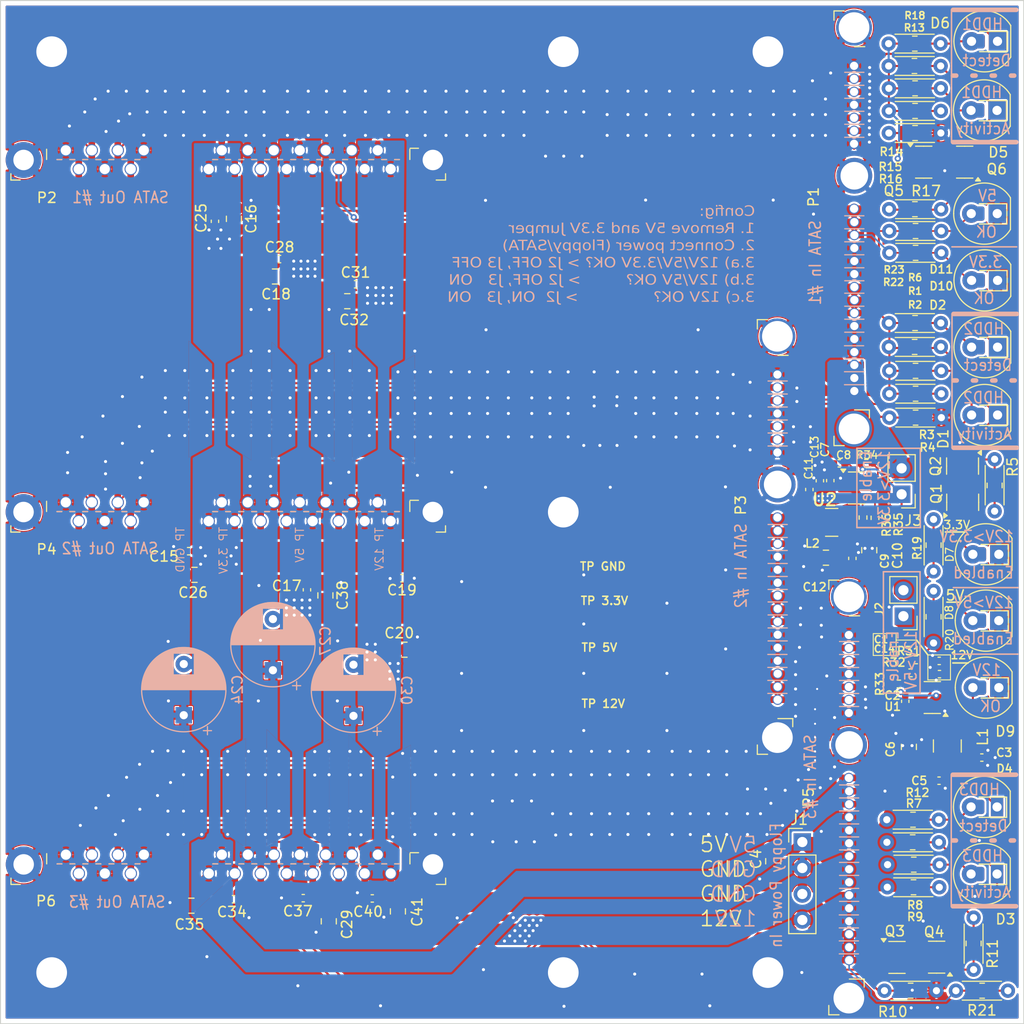
<source format=kicad_pcb>
(kicad_pcb (version 20240108) (generator "pcbnew") (generator_version "8.0")
  (layers (0 "F.Cu" signal) (31 "B.Cu" signal) (34 "B.Paste" user) (35 "F.Paste" user) (36 "B.SilkS" user "B.Silkscreen") (37 "F.SilkS" user "F.Silkscreen") (38 "B.Mask" user) (39 "F.Mask" user) (44 "Edge.Cuts" user))
  (net 0 "")
  (net 1 "Net-(D1-A)")
  (net 2 "GND")
  (net 3 "+12V")
  (net 4 "+3.3V")
  (net 5 "+5V")
  (net 6 "Act1")
  (net 7 "Act2")
  (net 8 "Act3")
  (net 9 "Net-(D5-A)")
  (net 10 "Net-(Q2-B)")
  (net 11 "Net-(D1-K)")
  (net 12 "Det1")
  (net 13 "Det2")
  (net 14 "Det3")
  (net 15 "1A+")
  (net 16 "1B-")
  (net 17 "1B+")
  (net 18 "1A-")
  (net 19 "2A+")
  (net 20 "2B+")
  (net 21 "2B-")
  (net 22 "2A-")
  (net 23 "3A-")
  (net 24 "3B-")
  (net 25 "3B+")
  (net 26 "3A+")
  (net 27 "Net-(U1-VBST)")
  (net 28 "Net-(U1-SW)")
  (net 29 "Net-(U2-VBST)")
  (net 30 "Net-(U2-SW)")
  (net 31 "Net-(U1-EN)")
  (net 32 "Net-(U1-VFB)")
  (net 33 "Net-(U2-EN)")
  (net 34 "Net-(U2-VFB)")
  (net 35 "Net-(D2-A)")
  (net 36 "Net-(D3-A)")
  (net 37 "Net-(D4-A)")
  (net 38 "Net-(D6-A)")
  (net 39 "Net-(Q4-B)")
  (net 40 "Net-(Q6-B)")
  (net 41 "Net-(D3-K)")
  (net 42 "Net-(D5-K)")
  (net 43 "5VEN")
  (net 44 "3.3VEN")
  (net 45 "Net-(D7-A)")
  (net 46 "Net-(D8-A)")
  (net 47 "Net-(D9-A)")
  (net 48 "Net-(D10-A)")
  (net 49 "Net-(D11-A)")
  (footprint "Capacitor_SMD:C_0402_1005Metric_Pad0.74x0.62mm_HandSolder" (layer "F.Cu") (at 161.7385 94.5388)
    (property "Reference" "C1")
    (property "Value" "22uF")
  )
  (footprint "Resistor_SMD:R_0402_1005Metric_Pad0.72x0.64mm_HandSolder" (layer "F.Cu") (at 158.9399 95.7072)
    (property "Reference" "R32")
    (property "Value" "10K")
  )
  (footprint "Capacitor_SMD:C_0402_1005Metric_Pad0.74x0.62mm_HandSolder" (layer "F.Cu") (at 104.6988 57.7342)
    (property "Reference" "C31")
    (property "Value" "4.7uF")
  )
  (footprint "Capacitor_SMD:C_0805_2012Metric_Pad1.18x1.45mm_HandSolder" (layer "F.Cu") (at 108.839 119.0205 90)
    (property "Reference" "C41")
    (property "Value" "22uF")
  )
  (footprint "Capacitor_SMD:C_0402_1005Metric_Pad0.74x0.62mm_HandSolder" (layer "F.Cu") (at 161.7218 106.2482 180)
    (property "Reference" "C5")
    (property "Value" "4.7uF")
  )
  (footprint "Resistor_THT:R_Axial_L3.6_D1.6_P5.08_0805SMD_Combi" (layer "F.Cu") (at 161.9504 70.7644 180)
    (property "Reference" "R4")
    (property "Value" "10k")
  )
  (footprint "Inductor_SMD:L_1210_3225Metric_Pad1.42x2.65mm_HandSolder" (layer "F.Cu") (at 151.2316 81.0006 180)
    (property "Reference" "L2")
    (property "Value" "2.2uH")
  )
  (footprint "Capacitor_SMD:C_0402_1005Metric_Pad0.74x0.62mm_HandSolder" (layer "F.Cu") (at 99.5847 117.729)
    (property "Reference" "C37")
    (property "Value" "4.7uF")
  )
  (footprint "Resistor_THT:R_Axial_L3.6_D1.6_P5.08_0805SMD_Combi" (layer "F.Cu") (at 156.7994 36.3982)
    (property "Reference" "R13")
    (property "Value" "1k")
  )
  (footprint "Resistor_THT:R_Axial_L3.6_D1.6_P5.08_0805SMD_Combi" (layer "F.Cu") (at 161.1884 80.7076 -90)
    (property "Reference" "R19")
    (property "Value" "4.7k")
  )
  (footprint "Diode_SMD:Diode_SMD_THT_5mm_combi" (layer "F.Cu") (at 166.6009 108.8136 180)
    (property "Reference" "D4")
    (property "Value" "Green")
  )
  (footprint "Capacitor_SMD:C_0402_1005Metric_Pad0.74x0.62mm_HandSolder" (layer "F.Cu") (at 92.7695 117.8306 180)
    (property "Reference" "C34")
    (property "Value" "4.7uF")
  )
  (footprint "Resistor_THT:R_Axial_L3.6_D1.6_P5.08_0805SMD_Combi" (layer "F.Cu") (at 161.8742 34.2138 180)
    (property "Reference" "R18")
    (property "Value" "1k")
  )
  (footprint "Connector_SATA_SAS:SATA_22Pin(15+7)Fem_Backplane_tht_alt_regular" (layer "F.Cu") (at 92.250814 78.844894 180)
    (property "Reference" "P4")
    (property "Value" "~")
  )
  (footprint "Resistor_THT:R_Axial_L3.6_D1.6_P5.08_0805SMD_Combi" (layer "F.Cu") (at 161.9452 66.1924 180)
    (property "Reference" "R2")
    (property "Value" "1k")
  )
  (footprint "Capacitor_SMD:C_0805_2012Metric_Pad1.18x1.45mm_HandSolder" (layer "F.Cu") (at 101.7524 88.1419 -90)
    (property "Reference" "C38")
    (property "Value" "22uF")
  )
  (footprint "Capacitor_SMD:C_0402_1005Metric_Pad0.74x0.62mm_HandSolder" (layer "F.Cu") (at 109.2287 86.4616 180)
    (property "Reference" "C19")
    (property "Value" "4.7uF")
  )
  (footprint "Capacitor_SMD:C_0805_2012Metric_Pad1.18x1.45mm_HandSolder" (layer "F.Cu") (at 88.9547 86.1314)
    (property "Reference" "C26")
    (property "Value" "22uF")
  )
  (footprint "Diode_SMD:Diode_SMD_THT_5mm_combi" (layer "F.Cu") (at 166.6198 50.8266 180)
    (property "Reference" "D11")
    (property "Value" "Green")
  )
  (footprint "Capacitor_SMD:C_0805_2012Metric_Pad1.18x1.45mm_HandSolder" (layer "F.Cu") (at 150.6689 84.455)
    (property "Reference" "C12")
    (property "Value" "22uF")
  )
  (footprint "Resistor_THT:R_Axial_L3.6_D1.6_P5.08_0805SMD_Combi" (layer "F.Cu") (at 156.845 50.3936)
    (property "Reference" "R17")
    (property "Value" "33k")
  )
  (footprint "Capacitor_SMD:C_0402_1005Metric_Pad0.74x0.62mm_HandSolder" (layer "F.Cu") (at 161.7639 95.8342)
    (property "Reference" "C14")
    (property "Value" "22uF")
  )
  (footprint "Diode_SMD:Diode_SMD_THT_5mm_combi" (layer "F.Cu") (at 166.6517 70.5104 180)
    (property "Reference" "D1")
    (property "Value" "Red")
  )
  (footprint "Diode_SMD:Diode_SMD_THT_5mm_combi" (layer "F.Cu") (at 166.5986 40.7416 180)
    (property "Reference" "D5")
    (property "Value" "Red")
  )
  (footprint "Resistor_SMD:R_0402_1005Metric_Pad0.72x0.64mm_HandSolder" (layer "F.Cu") (at 154.2939 80.5301 90)
    (property "Reference" "R36")
    (property "Value" "4.7k")
  )
  (footprint "Resistor_THT:R_Axial_L3.6_D1.6_P5.08_0805SMD_Combi" (layer "F.Cu") (at 167.1546 79.911 90)
    (property "Reference" "R5")
    (property "Value" "33k")
  )
  (footprint "Resistor_THT:R_Axial_L3.6_D1.6_P5.08_0805SMD_Combi" (layer "F.Cu") (at 161.7726 114.4524 180)
    (property "Reference" "R8")
    (property "Value" "1k")
  )
  (footprint "Resistor_THT:R_Axial_L3.6_D1.6_P5.08_0805SMD_Combi" (layer "F.Cu") (at 161.1884 87.7114 -90)
    (property "Reference" "R20")
    (property "Value" "4.7k")
  )
  (footprint "Capacitor_SMD:C_0805_2012Metric_Pad1.18x1.45mm_HandSolder" (layer "F.Cu") (at 145.5166 114.1183 90)
    (property "Reference" "C4")
    (property "Value" "22uF")
  )
  (footprint "Package_TO_SOT_SMD:SOT-23-3-Correct" (layer "F.Cu") (at 160.2266 45.7962)
    (property "Reference" "Q5")
    (property "Value" "BC847C")
  )
  (footprint "Package_TO_SOT_SMD:SOT-23-3-Correct" (layer "F.Cu") (at 157.6125 123.5202)
    (property "Reference" "Q3")
    (property "Value" "BC847C")
  )
  (footprint "Package_TO_SOT_SMD:SOT-23-3-Correct" (layer "F.Cu") (at 164.0202 75.4977 -90)
    (property "Reference" "Q2")
    (property "Value" "BC847C")
  )
  (footprint "Resistor_THT:R_Axial_L3.6_D1.6_P5.08_0805SMD_Combi" (layer "F.Cu") (at 161.9452 52.5272 180)
    (property "Reference" "R23")
    (property "Value" "1k")
  )
  (footprint "Resistor_THT:R_Axial_L3.6_D1.6_P5.08_0805SMD_Combi" (layer "F.Cu") (at 161.8996 61.5188 180)
    (property "Reference" "R6")
    (property "Value" "1k")
  )
  (footprint "Diode_SMD:Diode_SMD_THT_5mm_combi" (layer "F.Cu") (at 166.6494 63.881 180)
    (property "Reference" "D2")
    (property "Value" "Green")
  )
  (footprint "Capacitor_SMD:C_0402_1005Metric_Pad0.74x0.62mm_HandSolder" (layer "F.Cu") (at 99.949 87.5959 -90)
    (property "Reference" "C17")
    (property "Value" "4.7uF")
  )
  (footprint "Resistor_SMD:R_0402_1005Metric_Pad0.72x0.64mm_HandSolder" (layer "F.Cu") (at 154.612 75.2348)
    (property "Reference" "R34")
    (property "Value" "220k")
  )
  (footprint "Resistor_SMD:R_0402_1005Metric_Pad0.72x0.64mm_HandSolder" (layer "F.Cu") (at 159.4491 94.4372 180)
    (property "Reference" "R31")
    (property "Value" "220k")
  )
  (footprint "Capacitor_SMD:C_0805_2012Metric_Pad1.18x1.45mm_HandSolder" (layer "F.Cu") (at 92.8116 51.3373 -90)
    (property "Reference" "C16")
    (property "Value" "22uF")
  )
  (footprint "Capacitor_SMD:C_0402_1005Metric_Pad0.74x0.62mm_HandSolder" (layer "F.Cu") (at 165.9041 103.9876 180)
    (property "Reference" "C3")
    (property "Value" "4.7uF")
  )
  (footprint "Connector_PinHeader_2.54mm:PinHeader_1x02_P2.54mm_Vertical" (layer "F.Cu") (at 158.242 90.17 180)
    (property "Reference" "J2")
    (property "Value" "5V En")
  )
  (footprint "Capacitor_SMD:C_0402_1005Metric_Pad0.74x0.62mm_HandSolder" (layer "F.Cu") (at 158.4198 98.4845 -90)
    (property "Reference" "C2")
    (property "Value" "100n")
  )
  (footprint "Capacitor_SMD:C_0805_2012Metric_Pad1.18x1.45mm_HandSolder" (layer "F.Cu") (at 103.8899 59.3852)
    (property "Reference" "C32")
    (property "Value" "22uF")
  )
  (footprint "Package_TO_SOT_SMD:SOT-23-3-Correct" (layer "F.Cu") (at 164.2309 45.7962 180)
    (property "Reference" "Q6")
    (property "Value" "BC847C")
  )
  (footprint "Diode_SMD:Diode_SMD_THT_5mm_combi" (layer "F.Cu") (at 166.7787 97.155 180)
    (property "Reference" "D9")
    (property "Value" "Green")
  )
  (footprint "Capacitor_SMD:C_0402_1005Metric_Pad0.74x0.62mm_HandSolder" (layer "F.Cu") (at 90.9574 51.5787 -90)
    (property "Reference" "C25")
    (property "Value" "4.7uF")
  )
  (footprint "Capacitor_SMD:C_0805_2012Metric_Pad1.18x1.45mm_HandSolder" (layer "F.Cu") (at 102.0826 119.9896 90)
    (property "Reference" "C29")
    (property "Value" "22uF")
  )
  (footprint "Resistor_THT:R_Axial_L3.6_D1.6_P5.08_0805SMD_Combi" (layer "F.Cu") (at 165.1 119.634 -90)
    (property "Reference" "R11")
    (property "Value" "33k")
  )
  (footprint "Capacitor_SMD:C_0402_1005Metric_Pad0.74x0.62mm_HandSolder" (layer "F.Cu") (at 97.2733 55.2704)
    (property "Reference" "C28")
    (property "Value" "4.7uF")
  )
  (footprint "Capacitor_SMD:C_0805_2012Metric_Pad1.18x1.45mm_HandSolder" (layer "F.Cu") (at 109.474 93.4466 180)
    (property "Reference" "C20")
    (property "Value" "22uF")
  )
  (footprint "Capacitor_SMD:C_0805_2012Metric_Pad1.18x1.45mm_HandSolder" (layer "F.Cu") (at 154.9035 83.7223 -90)
    (property "Reference" "C10")
    (property "Value" "22uF")
  )
  (footprint "Resistor_THT:R_Axial_L3.6_D1.6_P5.08_0805SMD_Combi" (layer "F.Cu") (at 161.8996 38.5826 180)
    (property "Reference" "R14")
    (property "Value" "1k")
  )
  (footprint "Capacitor_SMD:C_0805_2012Metric_Pad1.18x1.45mm_HandSolder" (layer "F.Cu") (at 158.7754 102.9423 -90)
    (property "Reference" "C6")
    (property "Value" "22uF")
  )
  (footprint "Capacitor_SMD:C_0402_1005Metric_Pad0.74x0.62mm_HandSolder" (layer "F.Cu") (at 149.0472 77.7915 -90)
    (property "Reference" "C11")
    (property "Value" "4.7uF")
  )
  (footprint "Diode_SMD:Diode_SMD_THT_5mm_combi" (layer "F.Cu") (at 166.6517 57.3532 180)
    (property "Reference" "D10")
    (property "Value" "Green")
  )
  (footprint "Connector_SATA_SAS:SATA_22Pin(15+7)Fem_Backplane_tht_lin" (layer "F.Cu") (at 154.05292 107.884 90)
    (property "Reference" "P5")
    (property "Value" "~")
  )
  (footprint "Resistor_SMD:R_0402_1005Metric_Pad0.72x0.64mm_HandSolder" (layer "F.Cu") (at 157.7969 96.7994)
    (property "Reference" "R33")
    (property "Value" "4.7k")
  )
  (footprint "Connector_SATA_SAS:SATA_22Pin(15+7)Fem_Backplane_tht_lin" (layer "F.Cu") (at 147.06984 82.428 90)
    (property "Reference" "P3")
    (property "Value" "~")
  )
  (footprint "Resistor_THT:R_Axial_L3.6_D1.6_P5.08_0805SMD_Combi" (layer "F.Cu") (at 168.4528 126.7714 180)
    (property "Reference" "R21")
    (property "Value" "4.7k")
  )
  (footprint "Capacitor_SMD:C_0805_2012Metric_Pad1.18x1.45mm_HandSolder" (layer "F.Cu") (at 96.8287 56.9722)
    (property "Reference" "C18")
    (property "Value" "22uF")
  )
  (footprint "Resistor_THT:R_Axial_L3.6_D1.6_P5.08_0805SMD_Combi" (layer "F.Cu") (at 156.6282 112.268)
    (property "Reference" "R7")
    (property "Value" "1k")
  )
  (footprint "Connector_PinHeader_2.54mm:PinHeader_1x02_P2.54mm_Vertical" (layer "F.Cu") (at 158.0642 78.2574 180)
    (property "Reference" "J3")
    (property "Value" "3.3V En")
  )
  (footprint "Package_TO_SOT_SMD:SOT-23-3-Correct" (layer "F.Cu") (at 161.4877 123.4948 180)
    (property "Reference" "Q4")
    (property "Value" "BC847C")
  )
  (footprint "Package_TO_SOT_SMD:SOT-23-6" (layer "F.Cu") (at 153.6644 77.6376)
    (property "Reference" "U2")
    (property "Value" "TPS563201DDCR")
  )
  (footprint "Resistor_THT:R_Axial_L3.6_D1.6_P5.08_0805SMD_Combi" (layer "F.Cu") (at 161.8996 42.9514 180)
    (property "Reference" "R16")
    (property "Value" "10k")
  )
  (footprint "Diode_SMD:Diode_SMD_THT_5mm_combi" (layer "F.Cu") (at 166.7722 90.603 180)
    (property "Reference" "D8")
    (property "Value" "Blue")
  )
  (footprint "Capacitor_SMD:C_0402_1005Metric_Pad0.74x0.62mm_HandSolder" (layer "F.Cu") (at 106.3331 117.7544)
    (property "Reference" "C40")
    (property "Value" "4.7uF")
  )
  (footprint "Resistor_THT:R_Axial_L3.6_D1.6_P5.08_0805SMD_Combi" (layer "F.Cu") (at 156.8196 63.8556)
    (property "Reference" "R1")
    (property "Value" "1k")
  )
  (footprint "Connector_PinHeader_2.54mm:PinHeader_1x04_P2.54mm_Vertical" (layer "F.Cu") (at 148.3614 112.2426)
    (property "Reference" "J1")
    (property "Value" "Conn_01x04_Pin")
  )
  (footprint "Capacitor_SMD:C_0402_1005Metric_Pad0.74x0.62mm_HandSolder" (layer "F.Cu") (at 151.0935 76.9199 -90)
    (property "Reference" "C7")
    (property "Value" "22uF")
  )
  (footprint "Diode_SMD:Diode_SMD_THT_5mm_combi" (layer "F.Cu") (at 166.6452 33.9864 180)
    (property "Reference" "D6")
    (property "Value" "Green")
  )
  (footprint "Resistor_THT:R_Axial_L3.6_D1.6_P5.08_0805SMD_Combi" (layer "F.Cu") (at 161.9504 54.6608 180)
    (property "Reference" "R22")
    (property "Value" "760")
  )
  (footprint "Diode_SMD:Diode_SMD_THT_5mm_combi" (layer "F.Cu") (at 166.7764 84.1248 180)
    (property "Reference" "D7")
    (property "Value" "Blue")
  )
  (footprint "Capacitor_SMD:C_0402_1005Metric_Pad0.74x0.62mm_HandSolder" (layer "F.Cu") (at 153.2525 84.5225 -90)
    (property "Reference" "C9")
    (property "Value" "4.7uF")
  )
  (footprint "Diode_SMD:Diode_SMD_THT_5mm_combi" (layer "F.Cu") (at 166.6009 115.368 180)
    (property "Reference" "D3")
    (property "Value" "Red")
  )
  (footprint "Resistor_THT:R_Axial_L3.6_D1.6_P5.08_0805SMD_Combi" (layer "F.Cu") (at 161.6964 110.0582 180)
    (property "Reference" "R12")
    (property "Value" "1k")
  )
  (footprint "Capacitor_SMD:C_0402_1005Metric_Pad0.74x0.62mm_HandSolder" (layer "F.Cu") (at 151.9658 75.2348)
    (property "Reference" "C8")
    (property "Value" "100n")
  )
  (footprint "Capacitor_SMD:C_0805_2012Metric_Pad1.18x1.45mm_HandSolder" (layer "F.Cu") (at 88.6499 118.4656)
    (property "Reference" "C35")
    (property "Value" "22uF")
  )
  (footprint "Capacitor_SMD:C_0402_1005Metric_Pad0.74x0.62mm_HandSolder" (layer "F.Cu") (at 88.3833 83.82)
    (property "Reference" "C15")
    (property "Value" "4.7uF")
  )
  (footprint "Package_TO_SOT_SMD:SOT-23-3-Correct" (layer "F.Cu") (at 164.0332 79.0393 90)
    (property "Reference" "Q1")
    (property "Value" "BC847C")
  )
  (footprint "Resistor_THT:R_Axial_L3.6_D1.6_P5.08_0805SMD_Combi" (layer "F.Cu") (at 161.9504 68.4276 180)
    (property "Reference" "R3")
    (property "Value" "33k")
  )
  (footprint "Package_TO_SOT_SMD:SOT-23-6" (layer "F.Cu") (at 161.0669 98.1202 180)
    (property "Reference" "U1")
    (property "Value" "TPS563201DDCR")
  )
  (footprint "Connector_SATA_SAS:SATA_22Pin(15+7)Fem_Backplane_tht_alt_regular" (layer "F.Cu") (at 92.253861 44.44122 180)
    (property "Reference" "P2")
    (property "Value" "~")
  )
  (footprint "Resistor_THT:R_Axial_L3.6_D1.6_P5.08_0805SMD_Combi" (layer "F.Cu") (at 161.8996 40.7924 180)
    (property "Reference" "R15")
    (property "Value" "33k")
  )
  (footprint "Resistor_SMD:R_0402_1005Metric_Pad0.72x0.64mm_HandSolder" (layer "F.Cu") (at 155.4623 80.5567 90)
    (property "Reference" "R35")
    (property "Value" "10K")
  )
  (footprint "Resistor_THT:R_Axial_L3.6_D1.6_P5.08_0805SMD_Combi" (layer "F.Cu") (at 161.4678 126.7714 180)
    (property "Reference" "R10")
    (property "Value" "10k")
  )
  (footprint "Resistor_THT:R_Axial_L3.6_D1.6_P5.08_0805SMD_Combi" (layer "F.Cu") (at 161.7472 116.6622 180)
    (property "Reference" "R9")
    (property "Value" "33k")
  )
  (footprint "Connector_SATA_SAS:SATA_22Pin(15+7)Fem_Backplane_tht_lin" (layer "F.Cu") (at 154.56092 52.258 90)
    (property "Reference" "P1")
    (property "Value" "~")
  )
  (footprint "Connector_SATA_SAS:SATA_22Pin(15+7)Fem_Backplane_tht_alt_regular" (layer "F.Cu") (at 92.263 113.28208 180)
    (property "Reference" "P6")
    (property "Value" "~")
  )
  (footprint "Inductor_SMD:L_1210_3225Metric_Pad1.42x2.65mm_HandSolder" (layer "F.Cu") (at 162.5346 102.8557 -90)
    (property "Reference" "L1")
    (property "Value" "2.2uH")
  )
  (footprint "Capacitor_SMD:C_0402_1005Metric_Pad0.74x0.62mm_HandSolder" (layer "F.Cu") (at 150.0775 76.9366 -90)
    (property "Reference" "C13")
    (property "Value" "22uF")
  )
  (footprint "Capacitor_THT:CP_Radial_D8.0mm_P5.00mm" (layer "B.Cu") (at 104.4956 99.913251 90)
    (property "Reference" "C30")
    (property "Value" "100uF")
  )
  (footprint "Capacitor_THT:CP_Radial_D8.0mm_P5.00mm" (layer "B.Cu") (at 96.6216 95.4532 90)
    (property "Reference" "C27")
    (property "Value" "100uF")
  )
  (footprint "Capacitor_THT:CP_Radial_D8.0mm_P5.00mm" (layer "B.Cu") (at 87.9094 99.8474 90)
    (property "Reference" "C24")
    (property "Value" "100uF")
  )
  (gr_line (start 162.941 43.7896) (end 162.941 37.3634) (stroke (width 0.15)) (layer "B.SilkS"))
  (gr_line (start 162.9156 112.1156) (end 162.9156 105.6894) (stroke (width 0.15)) (layer "B.SilkS"))
  (gr_line (start 162.941 37.3634) (end 162.941 30.9372) (stroke (width 0.15)) (layer "B.SilkS"))
  (gr_line (start 159.8676 85.8266) (end 159.8676 97.6884) (stroke (width 0.15)) (layer "B.SilkS"))
  (gr_line (start 156.2862 85.8266) (end 159.8676 85.8266) (stroke (width 0.15)) (layer "B.SilkS"))
  (gr_line (start 153.6954 73.7616) (end 153.6954 81.5086) (stroke (width 0.15)) (layer "B.SilkS"))
  (gr_line (start 153.6954 81.5086) (end 159.893 81.5086) (stroke (width 0.15)) (layer "B.SilkS"))
  (gr_line (start 159.8676 97.6884) (end 156.2862 97.6884) (stroke (width 0.15)) (layer "B.SilkS"))
  (gr_line (start 163.068 112.0902) (end 169.2402 112.0902) (stroke (width 0.45) (type dot)) (layer "B.SilkS"))
  (gr_line (start 163.3093 37.338) (end 169.4815 37.338) (stroke (width 0.45) (type dot)) (layer "B.SilkS"))
  (gr_line (start 162.9918 67.0814) (end 162.9918 60.6552) (stroke (width 0.15)) (layer "B.SilkS"))
  (gr_line (start 163.1442 60.6298) (end 169.3164 60.6298) (stroke (width 0.45)) (layer "B.SilkS"))
  (gr_line (start 163.0934 30.9118) (end 169.2656 30.9118) (stroke (width 0.45)) (layer "B.SilkS"))
  (gr_line (start 163.2839 112.0902) (end 169.4561 112.0902) (stroke (width 0.45) (type dot)) (layer "B.SilkS"))
  (gr_line (start 163.1188 87.376) (end 169.4434 87.376) (stroke (width 0.15)) (layer "B.SilkS"))
  (gr_line (start 162.9156 118.491) (end 162.9156 112.0648) (stroke (width 0.15)) (layer "B.SilkS"))
  (gr_line (start 163.1442 73.7108) (end 169.3164 73.7108) (stroke (width 0.45)) (layer "B.SilkS"))
  (gr_line (start 159.893 81.5086) (end 159.893 73.7616) (stroke (width 0.15)) (layer "B.SilkS"))
  (gr_line (start 162.9791 54.0766) (end 169.3037 54.0766) (stroke (width 0.15)) (layer "B.SilkS"))
  (gr_line (start 156.2862 91.44) (end 156.2862 85.8266) (stroke (width 0.15)) (layer "B.SilkS"))
  (gr_line (start 163.068 118.5164) (end 169.2402 118.5164) (stroke (width 0.45)) (layer "B.SilkS"))
  (gr_line (start 163.3601 67.1322) (end 169.5323 67.1322) (stroke (width 0.45) (type dot)) (layer "B.SilkS"))
  (gr_line (start 163.0934 43.8404) (end 169.2656 43.8404) (stroke (width 0.45)) (layer "B.SilkS"))
  (gr_line (start 163.0934 37.338) (end 169.2656 37.338) (stroke (width 0.45) (type dot)) (layer "B.SilkS"))
  (gr_line (start 163.068 105.664) (end 169.2402 105.664) (stroke (width 0.45)) (layer "B.SilkS"))
  (gr_line (start 163.1442 67.1322) (end 169.3164 67.1322) (stroke (width 0.45) (type dot)) (layer "B.SilkS"))
  (gr_line (start 162.9918 73.6854) (end 162.9918 67.183) (stroke (width 0.15)) (layer "B.SilkS"))
  (gr_line (start 156.2862 97.6884) (end 156.2862 91.44) (stroke (width 0.15)) (layer "B.SilkS"))
  (gr_line (start 163.0934 93.8784) (end 169.418 93.8784) (stroke (width 0.15)) (layer "B.SilkS"))
  (gr_line (start 159.893 73.7616) (end 153.6954 73.7616) (stroke (width 0.15)) (layer "B.SilkS"))
  (gr_line (start 160.6296 93.9546) (end 162.8394 93.9546) (stroke (width 0.1)) (layer "F.SilkS"))
  (gr_line (start 155.2956 94.0054) (end 155.2956 91.8718) (stroke (width 0.1)) (layer "F.SilkS"))
  (gr_line (start 162.4838 88.7984) (end 163.7792 88.7984) (stroke (width 0.15)) (layer "F.SilkS"))
  (gr_line (start 162.8394 96.393) (end 160.6296 96.393) (stroke (width 0.1)) (layer "F.SilkS"))
  (gr_line (start 162.3314 81.9404) (end 164.211 81.9404) (stroke (width 0.15)) (layer "F.SilkS"))
  (gr_line (start 159.5374 92.5068) (end 160.6296 93.9546) (stroke (width 0.15)) (layer "F.SilkS"))
  (gr_line (start 157.5308 91.8718) (end 157.5308 94.0054) (stroke (width 0.1)) (layer "F.SilkS"))
  (gr_line (start 157.5308 94.0054) (end 155.2956 94.0054) (stroke (width 0.1)) (layer "F.SilkS"))
  (gr_line (start 157.5308 92.5068) (end 159.5374 92.5068) (stroke (width 0.1)) (layer "F.SilkS"))
  (gr_line (start 163.068 94.742) (end 164.5666 94.742) (stroke (width 0.15)) (layer "F.SilkS"))
  (gr_line (start 155.321 91.8718) (end 157.5308 91.8718) (stroke (width 0.1)) (layer "F.SilkS"))
  (gr_line (start 160.6296 96.393) (end 160.6296 93.9546) (stroke (width 0.1)) (layer "F.SilkS"))
  (gr_line (start 162.8394 93.9546) (end 162.8394 96.393) (stroke (width 0.1)) (layer "F.SilkS"))
  (gr_line (start 170 30) (end 170 130) (stroke (width 0.1)) (layer "Edge.Cuts"))
  (gr_line (start 70 30) (end 170 30) (stroke (width 0.1)) (layer "Edge.Cuts"))
  (gr_line (start 170 130) (end 70 130) (stroke (width 0.1)) (layer "Edge.Cuts"))
  (gr_line (start 70 130) (end 70 30) (stroke (width 0.1)) (layer "Edge.Cuts"))
  (gr_text "3P SATA Backplane\nRev 1 27.12.2024" (at 86.3346 36.0172 0) (layer "F.Cu") (effects (font (size 1.2 1.2) (thickness 0.3) (bold yes)) (justify left bottom)))
  (gr_text " HDD2\n\nDetect" (at 168.9608 66.2686 0) (layer "B.SilkS") (effects (font (size 1.1 1)) (justify left bottom mirror)))
  (gr_text " HDD3\n\nDetect" (at 168.529 111.3028 0) (layer "B.SilkS") (effects (font (size 1.1 1)) (justify left bottom mirror)))
  (gr_text "Enable\n12V>5V" (at 159.6136 91.4908 90) (layer "B.SilkS") (effects (font (size 1.1 1)) (justify left bottom mirror)))
  (gr_text "12V>3.3V\n\nEnabled" (at 169.1132 86.5632 0) (layer "B.SilkS") (effects (font (size 1.1 1)) (justify left bottom mirror)))
  (gr_text " HDD1\n\nActivity" (at 168.7576 43.1546 0) (layer "B.SilkS") (effects (font (size 1.1 1)) (justify left bottom mirror)))
  (gr_text "TP 5V" (at 99.7204 81.407 90) (layer "B.SilkS") (effects (font (size 0.8 0.8) (thickness 0.1)) (justify left bottom mirror)))
  (gr_text "Config:\n1. Remove 5V and 3.3V Jumper\n2. Connect power (Floppy/SATA)\n3.a) 12V/5V/3.3V OK? > J2 OFF, J3 OFF\n3.b) 12V/5V OK?         > J2 OFF, J3   ON\n3.c) 12V OK?               > J2  ON, J3   ON\n" (at 143.7386 59.6138 0) (layer "B.SilkS") (effects (font (size 1 1.1)) (justify left bottom mirror)))
  (gr_text "3.3V\n\n OK\n" (at 167.9956 59.7408 0) (layer "B.SilkS") (effects (font (size 1.1 1)) (justify left bottom mirror)))
  (gr_text "SATA In #1" (at 150.2664 51.3842 90) (layer "B.SilkS") (effects (font (size 1.1 1)) (justify left bottom mirror)))
  (gr_text "SATA Out #1" (at 86.5378 49.8856 0) (layer "B.SilkS") (effects (font (size 1.1 1)) (justify left bottom mirror)))
  (gr_text " HDD1\n\nDetect" (at 168.8338 36.4998 0) (layer "B.SilkS") (effects (font (size 1.1 1)) (justify left bottom mirror)))
  (gr_text "TP GND" (at 88.0364 81.3816 90) (layer "B.SilkS") (effects (font (size 0.8 0.8) (thickness 0.1)) (justify left bottom mirror)))
  (gr_text "SATA Out #2" (at 85.4964 84.201 0) (layer "B.SilkS") (effects (font (size 1.1 1)) (justify left bottom mirror)))
  (gr_text "Floppy Power In" (at 146.4564 110.2868 90) (layer "B.SilkS") (effects (font (size 1.1 1)) (justify left bottom mirror)))
  (gr_text "12V\n\nOK" (at 167.8686 99.6188 0) (layer "B.SilkS") (effects (font (size 1.1 1)) (justify left bottom mirror)))
  (gr_text "TP 12V" (at 107.4928 81.4324 90) (layer "B.SilkS") (effects (font (size 0.8 0.8) (thickness 0.1)) (justify left bottom mirror)))
  (gr_text "SATA In #2" (at 143.002 81.0006 90) (layer "B.SilkS") (effects (font (size 1.1 1)) (justify left bottom mirror)))
  (gr_text "Enable\n12V>3.3V" (at 156.9974 73.8886 90) (layer "B.SilkS") (effects (font (size 1.1 1)) (justify left bottom mirror)))
  (gr_text " HDD2\n\nActivity" (at 168.9354 72.9996 0) (layer "B.SilkS") (effects (font (size 1.1 1)) (justify left bottom mirror)))
  (gr_text "5V\n\nOK" (at 167.4622 53.2638 0) (layer "B.SilkS") (effects (font (size 1.1 1)) (justify left bottom mirror)))
  (gr_text " HDD3\n\nActivity" (at 168.8338 117.7798 0) (layer "B.SilkS") (effects (font (size 1.1 1)) (justify left bottom mirror)))
  (gr_text "SATA In #3" (at 149.7838 101.6254 90) (layer "B.SilkS") (effects (font (size 1.1 1)) (justify left bottom mirror)))
  (gr_text "TP 3.3V" (at 92.2528 81.3816 90) (layer "B.SilkS") (effects (font (size 0.8 0.8) (thickness 0.1)) (justify left bottom mirror)))
  (gr_text "SATA Out #3" (at 86.2076 118.745 0) (layer "B.SilkS") (effects (font (size 1.1 1)) (justify left bottom mirror)))
  (gr_text "12V>5V\n\nEnabled" (at 169.0878 93.0148 0) (layer "B.SilkS") (effects (font (size 1.1 1)) (justify left bottom mirror)))
  (gr_text "5V\nGND\nGND\n12V" (at 144.018 120.6246 0) (layer "B.SilkS") (effects (font (size 1.5 1.5)) (justify left bottom mirror)))
  (gr_text "3.3V" (at 162.0774 81.7118 0) (layer "F.SilkS") (effects (font (size 0.8 0.8) (thickness 0.13)) (justify left bottom)))
  (gr_text "TP 12V" (at 126.6952 99.187 0) (layer "F.SilkS") (effects (font (size 0.8 0.8)) (justify left bottom)))
  (gr_text "12V" (at 162.7632 94.4372 0) (layer "F.SilkS") (effects (font (size 0.8 0.8) (thickness 0.14) (bold yes)) (justify left bottom)))
  (gr_text "TP 5V" (at 126.6952 93.7006 0) (layer "F.SilkS") (effects (font (size 0.8 0.8)) (justify left bottom)))
  (gr_text "5V" (at 162.2806 88.7222 0) (layer "F.SilkS") (effects (font (size 1 1)) (justify left bottom)))
  (gr_text "TP 3.3V" (at 126.619 89.1286 0) (layer "F.SilkS") (effects (font (size 0.8 0.8)) (justify left bottom)))
  (gr_text "5V\nGND\nGND\n12V" (at 138.2268 120.5992 0) (layer "F.SilkS") (effects (font (size 1.5 1.5)) (justify left bottom)))
  (gr_text "TP GND" (at 126.5428 85.7758 0) (layer "F.SilkS") (effects (font (size 0.8 0.8)) (justify left bottom)))
  (segment (start 167.1546 78.3922) (end 166.917752 78.3922) (width 0.2) (layer "F.Cu") (net 1))
  (segment (start 163.670714 66.1924) (end 164.9033 67.424986) (width 0.2) (layer "F.Cu") (net 1))
  (segment (start 166.8888 80.1768) (end 167.1546 79.911) (width 0.2) (layer "F.Cu") (net 1))
  (segment (start 161.9452 66.1924) (end 163.670714 66.1924) (width 0.2) (layer "F.Cu") (net 1))
  (segment (start 164.0332 77.9018) (end 162.9664 77.9018) (width 0.2) (layer "F.Cu") (net 1))
  (segment (start 162.4666 72.9459) (end 164.9033 70.5092) (width 0.2) (layer "F.Cu") (net 1))
  (segment (start 165.5572 77.9018) (end 166.0476 78.3922) (width 0.16) (layer "F.Cu") (net 1))
  (segment (start 166.0476 78.3922) (end 167.1546 78.3922) (width 0.16) (layer "F.Cu") (net 1))
  (segment (start 160.4264 66.1924) (end 161.9452 66.1924) (width 0.2) (layer "F.Cu") (net 1))
  (segment (start 164.9033 67.424986) (end 164.9033 70.5092) (width 0.2) (layer "F.Cu") (net 1))
  (segment (start 167.1546 78.3922) (end 167.1546 79.911) (width 0.2) (layer "F.Cu") (net 1))
  (segment (start 162.4666 77.402) (end 162.4666 72.9459) (width 0.2) (layer "F.Cu") (net 1))
  (segment (start 164.0332 77.9018) (end 165.5572 77.9018) (width 0.16) (layer "F.Cu") (net 1))
  (segment (start 162.9664 77.9018) (end 162.4666 77.402) (width 0.2) (layer "F.Cu") (net 1))
  (segment (start 155.4623 81.1542) (end 155.4623 82.126) (width 0.16) (layer "F.Cu") (net 2))
  (segment (start 150.2212 76.3778) (end 150.7998 76.3778) (width 0.2) (layer "F.Cu") (net 2))
  (segment (start 150.0775 76.3691) (end 149.2337 76.3691) (width 0.2) (layer "F.Cu") (net 2))
  (segment (start 161.1964 96.166519) (end 161.445444 96.415563) (width 0.2) (layer "F.Cu") (net 2))
  (segment (start 150.2466 76.2508) (end 150.8252 76.2508) (width 0.2) (layer "F.Cu") (net 2))
  (segment (start 149.2337 76.3691) (end 149.0615 76.5413) (width 0.2) (layer "F.Cu") (net 2))
  (segment (start 107.5182 119.634) (end 107.4674 119.5832) (width 0.6) (layer "F.Cu") (net 2))
  (segment (start 150.0775 76.2619) (end 150.7236 75.6158) (width 0.2) (layer "F.Cu") (net 2))
  (segment (start 150.0775 76.3691) (end 150.0775 76.2619) (width 0.2) (layer "F.Cu") (net 2))
  (segment (start 150.7998 76.327) (end 150.495 76.0222) (width 0.2) (layer "F.Cu") (net 2))
  (segment (start 151.0935 76.3524) (end 150.8506 76.3524) (width 0.2) (layer "F.Cu") (net 2))
  (segment (start 150.3228 76.0984) (end 150.9014 76.0984) (width 0.2) (layer "F.Cu") (net 2))
  (segment (start 159.949 126.7714) (end 161.4678 126.7714) (width 0.2) (layer "F.Cu") (net 2))
  (segment (start 151.0935 75.9857) (end 150.7236 75.6158) (width 0.2) (layer "F.Cu") (net 2))
  (segment (start 120.1166 119.634) (end 107.5182 119.634) (width 0.6) (layer "F.Cu") (net 2))
  (segment (start 160.3808 42.9514) (end 161.8996 42.9514) (width 0.2) (layer "F.Cu") (net 2))
  (segment (start 161.1964 95.8342) (end 161.1964 96.166519) (width 0.2) (layer "F.Cu") (net 2))
  (segment (start 160.4316 70.7644) (end 161.9504 70.7644) (width 0.2) (layer "F.Cu") (net 2))
  (segment (start 155.4623 82.126) (end 154.9035 82.6848) (width 0.16) (layer "F.Cu") (net 2))
  (segment (start 151.0935 76.3524) (end 151.0935 75.9857) (width 0.2) (layer "F.Cu") (net 2))
  (segment (start 149.0615 76.3555) (end 149.0615 77.47) (width 0.2) (layer "F.Cu") (net 2))
  (via (at 94.234 105.664) (size 0.6) (drill 0.3) (layers "F.Cu" "B.Cu") (net 2))
  (via (at 145.542 41.148) (size 0.6) (drill 0.3) (layers "F.Cu" "B.Cu") (net 2))
  (via (at 127 86.1314) (size 0.6) (drill 0.3) (layers "F.Cu" "B.Cu") (net 2))
  (via (at 108.331 105.8926) (size 0.6) (drill 0.3) (layers "F.Cu" "B.Cu") (net 2))
  (via (at 98.298 70.231) (size 0.6) (drill 0.3) (layers "F.Cu" "B.Cu") (net 2))
  (via (at 120.1166 119.634) (size 0.6) (drill 0.3) (layers "F.Cu" "B.Cu") (net 2))
  (via (at 120.396 105.664) (size 0.6) (drill 0.3) (layers "F.Cu" "B.Cu") (net 2))
  (via (at 80.01 70.612) (size 0.6) (drill 0.3) (layers "F.Cu" "B.Cu") (net 2))
  (via (at 90.17 70.231) (size 0.6) (drill 0.3) (layers "F.Cu" "B.Cu") (net 2))
  (via (at 119.126 43.18) (size 0.6) (drill 0.3) (layers "F.Cu" "B.Cu") (net 2))
  (via (at 150.2156 91.059) (size 0.6) (drill 0.3) (layers "F.Cu" "B.Cu") (net 2))
  (via (at 115.062 101.346) (size 0.6) (drill 0.3) (layers "F.Cu" "B.Cu") (net 2))
  (via (at 163.7538 73.2028) (size 0.6) (drill 0.3) (layers "F.Cu" "B.Cu") (net 2))
  (via (at 135.128 101.346) (size 0.6) (drill 0.3) (layers "F.Cu" "B.Cu") (net 2))
  (via (at 143.002 109.474) (size 0.6) (drill 0.3) (layers "F.Cu" "B.Cu") (net 2))
  (via (at 148.59 83.312) (size 0.6) (drill 0.3) (layers "F.Cu" "B.Cu") (net 2))
  (via (at 104.14 103.378) (size 0.6) (drill 0.3) (layers "F.Cu" "B.Cu") (net 2))
  (via (at 75 35) (size 3.2) (drill 3) (layers "F.Cu" "B.Cu") (net 2))
  (via (at 140.849613 77.532488) (size 0.6) (drill 0.3) (layers "F.Cu" "B.Cu") (net 2))
  (via (at 141.732 73.533) (size 0.6) (drill 0.3) (layers "F.Cu" "B.Cu") (net 2))
  (via (at 144.1958 115.8494) (size 0.6) (drill 0.3) (layers "F.Cu" "B.Cu") (net 2))
  (via (at 80.5434 107.696) (size 0.6) (drill 0.3) (layers "F.Cu" "B.Cu") (net 2))
  (via (at 87.884 40.894) (size 0.6) (drill 0.3) (layers "F.Cu" "B.Cu") (net 2))
  (via (at 149.606 104.2416) (size 0.4) (drill 0.2) (layers "F.Cu" "B.Cu") (net 2))
  (via (at 129.5908 77.5716) (size 0.6) (drill 0.3) (layers "F.Cu" "B.Cu") (net 2))
  (via (at 154.94 39.1668) (size 0.6) (drill 0.3) (layers "F.Cu" "B.Cu") (net 2))
  (via (at 88.011 68.834) (size 0.6) (drill 0.3) (layers "F.Cu" "B.Cu") (net 2))
  (via (at 126.8222 45.212) (size 0.6) (drill 0.3) (layers "F.Cu" "B.Cu") (net 2))
  (via (at 149.4536 50.8762) (size 0.6) (drill 0.3) (layers "F.Cu" "B.Cu") (net 2))
  (via (at 121.158 43.18) (size 0.6) (drill 0.3) (layers "F.Cu" "B.Cu") (net 2))
  (via (at 117.4496 62.1792) (size 0.6) (drill 0.3) (layers "F.Cu" "B.Cu") (net 2))
  (via (at 121.92 72.644) (size 0.6) (drill 0.3) (layers "F.Cu" "B.Cu") (net 2))
  (via (at 97.2058 109.22) (size 0.6) (drill 0.3) (layers "F.Cu" "B.Cu") (net 2))
  (via (at 116.078 109.474) (size 0.6) (drill 0.3) (layers "F.Cu" "B.Cu") (net 2))
  (via (at 78.232 40.894) (size 0.6) (drill 0.3) (layers "F.Cu" "B.Cu") (net 2))
  (via (at 89.916 40.894) (size 0.6) (drill 0.3) (layers "F.Cu" "B.Cu") (net 2))
  (via (at 94.2848 119.634) (size 0.6) (drill 0.3) (layers "F.Cu" "B.Cu") (net 2))
  (via (at 92.71 68.834) (size 0.6) (drill 0.3) (layers "F.Cu" "B.Cu") (net 2))
  (via (at 115.062 95.758) (size 0.6) (drill 0.3) (layers "F.Cu" "B.Cu") (net 2))
  (via (at 117.3988 77.5716) (size 0.6) (drill 0.3) (layers "F.Cu" "B.Cu") (net 2))
  (via (at 100.838 66.167) (size 0.6) (drill 0.3) (layers "F.Cu" "B.Cu") (net 2))
  (via (at 119.634 70.358) (size 0.6) (drill 0.3) (layers "F.Cu" "B.Cu") (net 2))
  (via (at 114.046 68.834) (size 0.6) (drill 0.3) (layers "F.Cu" "B.Cu") (net 2))
  (via (at 125 125) (size 3.2) (drill 3) (layers "F.Cu" "B.Cu") (net 2))
  (via (at 161.5694 128.4224) (size 0.6) (drill 0.3) (layers "F.Cu" "B.Cu") (net 2))
  (via (at 121.8946 108.2294) (size 0.6) (drill 0.3) (layers "F.Cu" "B.Cu") (net 2))
  (via (at 147.701 97.282) (size 0.6) (drill 0.3) (layers "F.Cu" "B.Cu") (net 2))
  (via (at 112.014 72.644) (size 0.6) (drill 0.3) (layers "F.Cu" "B.Cu") (net 2))
  (via (at 154.94 36.5506) (size 0.6) (drill 0.3) (layers "F.Cu" "B.Cu") (net 2))
  (via (at 93.98 40.894) (size 0.6) (drill 0.3) (layers "F.Cu" "B.Cu") (net 2))
  (via (at 94.3864 77.47) (size 0.6) (drill 0.3) (layers "F.Cu" "B.Cu") (net 2))
  (via (at 129.286 41.148) (size 0.6) (drill 0.3) (layers "F.Cu" "B.Cu") (net 2))
  (via (at 110.49 66.294) (size 0.6) (drill 0.3) (layers "F.Cu" "B.Cu") (net 2))
  (via (at 105.664 38.862) (size 0.6) (drill 0.3) (layers "F.Cu" "B.Cu") (net 2))
  (via (at 114.046 66.294) (size 0.6) (drill 0.3) (layers "F.Cu" "B.Cu") (net 2))
  (via (at 135.636 111.506) (size 0.6) (drill 0.3) (layers "F.Cu" "B.Cu") (net 2))
  (via (at 135.382 43.18) (size 0.6) (drill 0.3) (layers "F.Cu" "B.Cu") (net 2))
  (via (at 154.4828 83.5406) (size 0.6) (drill 0.3) (layers "F.Cu" "B.Cu") (net 2))
  (via (at 143.256 38.862) (size 0.6) (drill 0.3) (layers "F.Cu" "B.Cu") (net 2))
  (via (at 98.298 66.167) (size 0.6) (drill 0.3) (layers "F.Cu" "B.Cu") (net 2))
  (via (at 133.096 38.862) (size 0.6) (drill 0.3) (layers "F.Cu" "B.Cu") (net 2))
  (via (at 149.352 37.846) (size 0.6) (drill 0.3) (layers "F.Cu" "B.Cu") (net 2))
  (via (at 130.302 66.294) (size 0.6) (drill 0.3) (layers "F.Cu" "B.Cu") (net 2))
  (via (at 95.758 40.894) (size 0.6) (drill 0.3) (layers "F.Cu" "B.Cu") (net 2))
  (via (at 125.476 68.834) (size 0.6) (drill 0.3) (layers "F.Cu" "B.Cu") (net 2))
  (via (at 147.5232 73.152) (size 0.6) (drill 0.3) (layers "F.Cu" "B.Cu") (net 2))
  (via (at 125.222 38.862) (size 0.6) (drill 0.3) (layers "F.Cu" "B.Cu") (net 2))
  (via (at 108.839 66.294) (size 0.6) (drill 0.3) (layers "F.Cu" "B.Cu") (net 2))
  (via (at 122.174 105.664) (size 0.6) (drill 0.3) (layers "F.Cu" "B.Cu") (net 2))
  (via (at 142.875 103.378) (size 0.6) (drill 0.3) (layers "F.Cu" "B.Cu") (net 2))
  (via (at 94.488 60.198) (size 0.6) (drill 0.3) (layers "F.Cu" "B.Cu") (net 2))
  (via (at 89.662 103.378) (size 0.6) (drill 0.3) (layers "F.Cu" "B.Cu") (net 2))
  (via (at 140.081 66.294) (size 0.6) (drill 0.3) (layers "F.Cu" "B.Cu") (net 2))
  (via (at 147.574 43.18) (size 0.6) (drill 0.3) (layers "F.Cu" "B.Cu") (net 2))
  (via (at 83.82 66.802) (size 0.6) (drill 0.3) (layers "F.Cu" "B.Cu") (net 2))
  (via (at 95.885 111.506) (size 0.6) (drill 0.3) (layers "F.Cu" "B.Cu") (net 2))
  (via (at 94.488 70.231) (size 0.6) (drill 0.3) (layers "F.Cu" "B.Cu") (net 2))
  (via (at 165.227 117.5512) (size 0.6) (drill 0.3) (layers "F.Cu" "B.Cu") (net 2))
  (via (at 80.3148 42.799) (size 0.6) (drill 0.3) (layers "F.Cu" "B.Cu") (net 2))
  (via (at 115.824 70.358) (size 0.6) (drill 0.3) (layers "F.Cu" "B.Cu") (net 2))
  (via (at 145 35) (size 3.2) (drill 3) (layers "F.Cu" "B.Cu") (net 2))
  (via (at 100.711 103.4034) (size 0.6) (drill 0.3) (layers "F.Cu" "B.Cu") (net 2))
  (via (at 86.106 38.862) (size 0.6) (drill 0.3) (layers "F.Cu" "B.Cu") (net 2))
  (via (at 121.92 66.294) (size 0.6) (drill 0.3) (layers "F.Cu" "B.Cu") (net 2))
  (via (at 139.192 111.506) (size 0.6) (drill 0.3) (layers "F.Cu" "B.Cu") (net 2))
  (via (at 137.414 103.378) (size 0.6) (drill 0.3) (layers "F.Cu" "B.Cu") (net 2))
  (via (at 123.952 109.474) (size 0.6) (drill 0.3) (layers "F.Cu" "B.Cu") (net 2))
  (via (at 140.081 68.834) (size 0.6) (drill 0.3) (layers "F.Cu" "B.Cu") (net 2))
  (via (at 114.0968 76.0984) (size 0.6) (drill 0.3) (layers "F.Cu" "B.Cu") (net 2))
  (via (at 127.762 103.378) (size 0.6) (drill 0.3) (layers "F.Cu" "B.Cu") (net 2))
  (via (at 98.044 43.18) (size 0.6) (drill 0.3) (layers "F.Cu" "B.Cu") (net 2))
  (via (at 123.698 68.834) (size 0.6) (drill 0.3) (layers "F.Cu" "B.Cu") (net 2))
  (via (at 111.506 43.18) (size 0.6) (drill 0.3) (layers "F.Cu" "B.Cu") (net 2))
  (via (at 107.4674 119.5832) (size 0.6) (drill 0.3) (layers "F.Cu" "B.Cu") (net 2))
  (via (at 114.3 105.664) (size 0.6) (drill 0.3) (layers "F.Cu" "B.Cu") (net 2))
  (via (at 149.352 43.18) (size 0.6) (drill 0.3) (layers "F.Cu" "B.Cu") (net 2))
  (via (at 105.2322 109.2454) (size 0.6) (drill 0.3) (layers "F.Cu" "B.Cu") (net 2))
  (via (at 93.98 43.18) (size 0.6) (drill 0.3) (layers "F.Cu" "B.Cu") (net 2))
  (via (at 108.839 68.834) (size 0.6) (drill 0.3) (layers "F.Cu" "B.Cu") (net 2))
  (via (at 117.602 66.294) (size 0.6) (drill 0.3) (layers "F.Cu" "B.Cu") (net 2))
  (via (at 136.017 66.294) (size 0.6) (drill 0.3) (layers "F.Cu" "B.Cu") (net 2))
  (via (at 88.011 70.231) (size 0.6) (drill 0.3) (layers "F.Cu" "B.Cu") (net 2))
  (via (at 104.14 70.231) (size 0.6) (drill 0.3) (layers "F.Cu" "B.Cu") (net 2))
  (via (at 123.2662 45.212) (size 0.6) (drill 0.3) (layers "F.Cu" "B.Cu") (net 2))
  (via (at 113.538 43.18) (size 0.6) (drill 0.3) (layers "F.Cu" "B.Cu") (net 2))
  (via (at 151.511 104.902) (size 0.6) (drill 0.3) (layers "F.Cu" "B.Cu") (net 2))
  (via (at 112.014 66.294) (size 0.6) (drill 0.3) (layers "F.Cu" "B.Cu") (net 2))
  (via (at 100.076 38.862) (size 0.6) (drill 0.3) (layers "F.Cu" "B.Cu") (net 2))
  (via (at 90.17 68.834) (size 0.6) (drill 0.3) (layers "F.Cu" "B.Cu") (net 2))
  (via (at 140.97 111.506) (size 0.6) (drill 0.3) (layers "F.Cu" "B.Cu") (net 2))
  (via (at 102.108 70.231) (size 0.6) (drill 0.3) (layers "F.Cu" "B.Cu") (net 2))
  (via (at 111.506 40.894) (size 0.6) (drill 0.3) (layers "F.Cu" "B.Cu") (net 2))
  (via (at 154.94 37.8968) (size 0.6) (drill 0.3) (layers "F.Cu" "B.Cu") (net 2))
  (via (at 112.522 105.664) (size 0.6) (drill 0.3) (layers "F.Cu" "B.Cu") (net 2))
  (via (at 131.318 38.862) (size 0.6) (drill 0.3) (layers "F.Cu" "B.Cu") (net 2))
  (via (at 133.096 41.148) (size 0.6) (drill 0.3) (layers "F.Cu" "B.Cu") (net 2))
  (via (at 104.14 66.167) (size 0.6) (drill 0.3) (layers "F.Cu" "B.Cu") (net 2))
  (via (at 104.14 68.834) (size 0.6) (drill 0.3) (layers "F.Cu" "B.Cu") (net 2))
  (via (at 104.0384 76.0984) (size 0.6) (drill 0.3) (layers "F.Cu" "B.Cu") (net 2))
  (via (at 112.522 111.506) (size 0.6) (drill 0.3) (layers "F.Cu" "B.Cu") (net 2))
  (via (at 133.0452 49.5046) (size 0.6) (drill 0.3) (layers "F.Cu" "B.Cu") (net 2))
  (via (at 81.2292 111.506) (size 0.6) (drill 0.3) (layers "F.Cu" "B.Cu") (net 2))
  (via (at 136.017 70.358) (size 0.6) (drill 0.3) (layers "F.Cu" "B.Cu") (net 2))
  (via (at 143.256 43.18) (size 0.6) (drill 0.3) (layers "F.Cu" "B.Cu") (net 2))
  (via (at 147.955 106.172) (size 0.6) (drill 0.3) (layers "F.Cu" "B.Cu") (net 2))
  (via (at 140.8684 85.6488) (size 0.6) (drill 0.3) (layers "F.Cu" "B.Cu") (net 2))
  (via (at 101.854 38.862) (size 0.6) (drill 0.3) (layers "F.Cu" "B.Cu") (net 2))
  (via (at 141.478 38.862) (size 0.6) (drill 0.3) (layers "F.Cu" "B.Cu") (net 2))
  (via (at 145 125) (size 3.2) (drill 3) (layers "F.Cu" "B.Cu") (net 2))
  (via (at 117.602 72.644) (size 0.6) (drill 0.3) (layers "F.Cu" "B.Cu") (net 2))
  (via (at 87.884 105.664) (size 0.6) (drill 0.3) (layers "F.Cu" "B.Cu") (net 2))
  (via (at 154.94 39.8526) (size 0.6) (drill 0.3) (layers "F.Cu" "B.Cu") (net 2))
  (via (at 95.4024 92.5322) (size 0.6) (drill 0.3) (layers "F.Cu" "B.Cu") (net 2))
  (via (at 83.5914 104.648) (size 0.6) (drill 0.3) (layers "F.Cu" "B.Cu") (net 2))
  (via (at 96.266 60.198) (size 0.6) (drill 0.3) (layers "F.Cu" "B.Cu") (net 2))
  (via (at 110.744 92.202) (size 0.6) (drill 0.3) (layers "F.Cu" "B.Cu") (net 2))
  (via (at 154.559 99.1108) (size 0.6) (drill 0.3) (layers "F.Cu" "B.Cu") (net 2))
  (via (at 158.1658 102.8192) (size 0.6) (drill 0.3) (layers "F.Cu" "B.Cu") (net 2))
  (via (at 135.382 38.862) (size 0.6) (drill 0.3) (layers "F.Cu" "B.Cu") (net 2))
  (via (at 100.711 105.6894) (size 0.6) (drill 0.3) (layers "F.Cu" "B.Cu") (net 2))
  (via (at 117.602 68.834) (size 0.6) (drill 0.3) (layers "F.Cu" "B.Cu") (net 2))
  (via (at 81.915 68.707) (size 0.6) (drill 0.3) (layers "F.Cu" "B.Cu") (net 2))
  (via (at 119.634 72.644) (size 0.6) (drill 0.3) (layers "F.Cu" "B.Cu") (net 2))
  (via (at 162.3314 106.9848) (size 0.6) (drill 0.3) (layers "F.Cu" "B.Cu") (net 2))
  (via (at 125.73 103.378) (size 0.6) (drill 0.3) (layers "F.Cu" "B.Cu") (net 2))
  (via (at 96.4184 77.47) (size 0.6) (drill 0.3) (layers "F.Cu" "B.Cu") (net 2))
  (via (at 87.884 111.506) (size 0.6) (drill 0.3) (layers "F.Cu" "B.Cu") (net 2))
  (via (at 133.858 70.358) (size 0.6) (drill 0.3) (layers "F.Cu" "B.Cu") (net 2))
  (via (at 123.444 38.862) (size 0.6) (drill 0.3) (layers "F.Cu" "B.Cu") (net 2))
  (via (at 76.7334 42.2656) (size 0.6) (drill 0.3) (layers "F.Cu" "B.Cu") (net 2))
  (via (at 125 35) (size 3.2) (drill 3) (layers "F.Cu" "B.Cu") (net 2))
  (via (at 108.839 70.358) (size 0.6) (drill 0.3) (layers "F.Cu" "B.Cu") (net 2))
  (via (at 109.2962 103.5812) (size 0.6) (drill 0.3) (layers "F.Cu" "B.Cu") (net 2))
  (via (at 123.444 40.894) (size 0.6) (drill 0.3) (layers "F.Cu" "B.Cu") (net 2))
  (via (at 106.045 70.231) (size 0.6) (drill 0.3) (layers "F.Cu" "B.Cu") (net 2))
  (via (at 138.049 66.294) (size 0.6) (drill 0.3) (layers "F.Cu" "B.Cu") (net 2))
  (via (at 109.728 38.862) (size 0.6) (drill 0.3) (layers "F.Cu" "B.Cu") (net 2))
  (via (at 166.497 103.2764) (size 0.6) (drill 0.3) (layers "F.Cu" "B.Cu") (net 2))
  (via (at 125.0442 45.212) (size 0.6) (drill 0.3) (layers "F.Cu" "B.Cu") (net 2))
  (via (at 143.002 111.506) (size 0.6) (drill 0.3) (layers "F.Cu" "B.Cu") (net 2))
  (via (at 86.36 111.506) (size 0.6) (drill 0.3) (layers "F.Cu" "B.Cu") (net 2))
  (via (at 80.264 76.2508) (size 0.6) (drill 0.3) (layers "F.Cu" "B.Cu") (net 2))
  (via (at 86.106 66.167) (size 0.6) (drill 0.3) (layers "F.Cu" "B.Cu") (net 2))
  (via (at 100.838 121.0564) (size 0.6) (drill 0.3) (layers "F.Cu" "B.Cu") (net 2))
  (via (at 97.2058 105.664) (size 0.6) (drill 0.3) (layers "F.Cu" "B.Cu") (net 2))
  (via (at 112.014 70.358) (size 0.6) (drill 0.3) (layers "F.Cu" "B.Cu") (net 2))
  (via (at 98.298 72.517) (size 0.6) (drill 0.3) (layers "F.Cu" "B.Cu") (net 2))
  (via (at 127 73.4822) (size 0.6) (drill 0.3) (layers "F.Cu" "B.Cu") (net 2))
  (via (at 149.606 103.378) (size 0.4) (drill 0.2) (layers "F.Cu" "B.Cu") (net 2))
  (via (at 95.758 43.18) (size 0.6) (drill 0.3) (layers "F.Cu" "B.Cu") (net 2))
  (via (at 101.854 43.18) (size 0.6) (drill 0.3) (layers "F.Cu" "B.Cu") (net 2))
  (via (at 90.17 66.167) (size 0.6) (drill 0.3) (layers "F.Cu" "B.Cu") (net 2))
  (via (at 139.7 38.862) (size 0.6) (drill 0.3) (layers "F.Cu" "B.Cu") (net 2))
  (via (at 127 40.894) (size 0.6) (drill 0.3) (layers "F.Cu" "B.Cu") (net 2))
  (via (at 159.0802 102.8192) (size 0.6) (drill 0.3) (layers "F.Cu" "B.Cu") (net 2))
  (via (at 116.078 105.664) (size 0.6) (drill 0.3) (layers "F.Cu" "B.Cu") (net 2))
  (via (at 153.7462 83.1088) (size 0.6) (drill 0.3) (layers "F.Cu" "B.Cu") (net 2))
  (via (at 150.241 92.202) (size 0.6) (drill 0.3) (layers "F.Cu" "B.Cu") (net 2))
  (via (at 110.49 109.474) (size 0.6) (drill 0.3) (layers "F.Cu" "B.Cu") (net 2))
  (via (at 138.557 125.1458) (size 0.6) (drill 0.3) (layers "F.Cu" "B.Cu") (net 2))
  (via (at 105.2322 103.4034) (size 0.6) (drill 0.3) (layers "F.Cu" "B.Cu") (net 2))
  (via (at 149.8092 97.282) (size 0.4) (drill 0.2) (layers "F.Cu" "B.Cu") (net 2))
  (via (at 87.884 109.22) (size 0.6) (drill 0.3) (layers "F.Cu" "B.Cu") (net 2))
  (via (at 146.685 107.188) (size 0.6) (drill 0.3) (layers "F.Cu" "B.Cu") (net 2))
  (via (at 137.668 38.862) (size 0.6) (drill 0.3) (layers "F.Cu" "B.Cu") (net 2))
  (via (at 133.858 68.834) (size 0.6) (drill 0.3) (layers "F.Cu" "B.Cu") (net 2))
  (via (at 153.8478 83.947) (size 0.6) (drill 0.3) (layers "F.Cu" "B.Cu") (net 2))
  (via (at 156.4386 107.2642) (size 0.6) (drill 0.3) (layers "F.Cu" "B.Cu") (net 2))
  (via (at 102.108 111.506) (size 0.6) (drill 0.3) (layers "F.Cu" "B.Cu") (net 2))
  (via (at 141.478 41.148) (size 0.6) (drill 0.3) (layers "F.Cu" "B.Cu") (net 2))
  (via (at 104.14 111.506) (size 0.6) (drill 0.3) (layers "F.Cu" "B.Cu") (net 2))
  (via (at 97.2058 103.378) (size 0.6) (drill 0.3) (layers "F.Cu" "B.Cu") (net 2))
  (via (at 113.538 40.894) (size 0.6) (drill 0.3) (layers "F.Cu" "B.Cu") (net 2))
  (via (at 115.57 43.18) (size 0.6) (drill 0.3) (layers "F.Cu" "B.Cu") (net 2))
  (via (at 130.2258 69.596) (size 0.6) (drill 0.3) (layers "F.Cu" "B.Cu") (net 2))
  (via (at 151.511 100.076) (size 0.6) (drill 0.3) (layers "F.Cu" "B.Cu") (net 2))
  (via (at 149.606 100.6856) (size 0.4) (drill 0.2) (layers "F.Cu" "B.Cu") (net 2))
  (via (at 96.266 68.834) (size 0.6) (drill 0.3) (layers "F.Cu" "B.Cu") (net 2))
  (via (at 117.1956 124.714) (size 0.6) (drill 0.3) (layers "F.Cu" "B.Cu") (net 2))
  (via (at 150.622 39.624) (size 0.6) (drill 0.3) (layers "F.Cu" "B.Cu") (net 2))
  (via (at 110.49 111.506) (size 0.6) (drill 0.3) (layers "F.Cu" "B.Cu") (net 2))
  (via (at 143.256 67.31) (size 0.6) (drill 0.3) (layers "F.Cu" "B.Cu") (net 2))
  (via (at 80.264 75.057) (size 0.6) (drill 0.3) (layers "F.Cu" "B.Cu") (net 2))
  (via (at 133.35 105.664) (size 0.6) (drill 0.3) (layers "F.Cu" "B.Cu") (net 2))
  (via (at 121.158 40.894) (size 0.6) (drill 0.3) (layers "F.Cu" "B.Cu") (net 2))
  (via (at 118.11 105.664) (size 0.6) (drill 0.3) (layers "F.Cu" "B.Cu") (net 2))
  (via (at 132.08 70.358) (size 0.6) (drill 0.3) (layers "F.Cu" "B.Cu") (net 2))
  (via (at 141.478 43.18) (size 0.6) (drill 0.3) (layers "F.Cu" "B.Cu") (net 2))
  (via (at 102.108 105.664) (size 0.6) (drill 0.3) (layers "F.Cu" "B.Cu") (net 2))
  (via (at 81.915 73.279) (size 0.6) (drill 0.3) (layers "F.Cu" "B.Cu") (net 2))
  (via (at 112.522 103.378) (size 0.6) (drill 0.3) (layers "F.Cu" "B.Cu") (net 2))
  (via (at 112.014 68.834) (size 0.6) (drill 0.3) (layers "F.Cu" "B.Cu") (net 2))
  (via (at 154.9146 43.8404) (size 0.6) (drill 0.3) (layers "F.Cu" "B.Cu") (net 2))
  (via (at 84.836 74.041) (size 0.6) (drill 0.3) (layers "F.Cu" "B.Cu") (net 2))
  (via (at 96.266 70.231) (size 0.6) (drill 0.3) (layers "F.Cu" "B.Cu") (net 2))
  (via (at 131.318 105.664) (size 0.6) (drill 0.3) (layers "F.Cu" "B.Cu") (net 2))
  (via (at 105.2322 111.5314) (size 0.6) (drill 0.3) (layers "F.Cu" "B.Cu") (net 2))
  (via (at 92.202 38.862) (size 0.6) (drill 0.3) (layers "F.Cu" "B.Cu") (net 2))
  (via (at 75 125) (size 3.2) (drill 3) (layers "F.Cu" "B.Cu") (net 2))
  (via (at 119.634 66.294) (size 0.6) (drill 0.3) (layers "F.Cu" "B.Cu") (net 2))
  (via (at 87.884 38.862) (size 0.6) (drill 0.3) (layers "F.Cu" "B.Cu") (net 2))
  (via (at 115.824 66.294) (size 0.6) (drill 0.3) (layers "F.Cu" "B.Cu") (net 2))
  (via (at 131.9784 125.1458) (size 0.6) (drill 0.3) (layers "F.Cu" "B.Cu") (net 2))
  (via (at 110.49 64.262) (size 0.6) (drill 0.3) (layers "F.Cu" "B.Cu") (net 2))
  (via (at 96.3676 76.5048) (size 0.6) (drill 0.3) (layers "F.Cu" "B.Cu") (net 2))
  (via (at 149.352 41.148) (size 0.6) (drill 0.3) (layers "F.Cu" "B.Cu") (net 2))
  (via (at 123.952 103.378) (size 0.6) (drill 0.3) (layers "F.Cu" "B.Cu") (net 2))
  (via (at 148.082 93.218) (size 0.6) (drill 0.3) (layers "F.Cu" "B.Cu") (net 2))
  (via (at 97.2058 111.506) (size 0.6) (drill 0.3) (layers "F.Cu" "B.Cu") (net 2))
  (via (at 77.978 72.644) (size 0.6) (drill 0.3) (layers "F.Cu" "B.Cu") (net 2))
  (via (at 137.414 109.474) (size 0.6) (drill 0.3) (layers "F.Cu" "B.Cu") (net 2))
  (via (at 166.4716 104.7496) (size 0.6) (drill 0.3) (layers "F.Cu" "B.Cu") (net 2))
  (via (at 135.636 105.664) (size 0.6) (drill 0.3) (layers "F.Cu" "B.Cu") (net 2))
  (via (at 80.264 77.7494) (size 0.6) (drill 0.3) (layers "F.Cu" "B.Cu") (net 2))
  (via (at 132.08 66.294) (size 0.6) (drill 0.3) (layers "F.Cu" "B.Cu") (net 2))
  (via (at 115.824 68.834) (size 0.6) (drill 0.3) (layers "F.Cu" "B.Cu") (net 2))
  (via (at 129.54 105.664) (size 0.6) (drill 0.3) (layers "F.Cu" "B.Cu") (net 2))
  (via (at 86.4108 98.4504) (size 0.6) (drill 0.3) (layers "F.Cu" "B.Cu") (net 2))
  (via (at 92.202 109.22) (size 0.6) (drill 0.3) (layers "F.Cu" "B.Cu") (net 2))
  (via (at 133.096 43.18) (size 0.6) (drill 0.3) (layers "F.Cu" "B.Cu") (net 2))
  (via (at 110.49 70.358) (size 0.6) (drill 0.3) (layers "F.Cu" "B.Cu") (net 2))
  (via (at 117.348 43.18) (size 0.6) (drill 0.3) (layers "F.Cu" "B.Cu") (net 2))
  (via (at 82.3214 105.918) (size 0.6) (drill 0.3) (layers "F.Cu" "B.Cu") (net 2))
  (via (at 95.758 38.862) (size 0.6) (drill 0.3) (layers "F.Cu" "B.Cu") (net 2))
  (via (at 93.98 38.862) (size 0.6) (drill 0.3) (layers "F.Cu" "B.Cu") (net 2))
  (via (at 112.522 109.474) (size 0.6) (drill 0.3) (layers "F.Cu" "B.Cu") (net 2))
  (via (at 86.614 106.426) (size 0.6) (drill 0.3) (layers "F.Cu" "B.Cu") (net 2))
  (via (at 94.488 66.167) (size 0.6) (drill 0.3) (layers "F.Cu" "B.Cu") (net 2))
  (via (at 123.698 66.294) (size 0.6) (drill 0.3) (layers "F.Cu" "B.Cu") (net 2))
  (via (at 86.9188 83.3628) (size 0.6) (drill 0.3) (layers "F.Cu" "B.Cu") (net 2))
  (via (at 140.8684 93.3704) (size 0.6) (drill 0.3) (layers "F.Cu" "B.Cu") (net 2))
  (via (at 77.8002 110.617) (size 0.6) (drill 0.3) (layers "F.Cu" "B.Cu") (net 2))
  (via (at 130.2512 73.4822) (size 0.6) (drill 0.3) (layers "F.Cu" "B.Cu") (net 2))
  (via (at 118.11 103.378) (size 0.6) (drill 0.3) (layers "F.Cu" "B.Cu") (net 2))
  (via (at 102.108 64.262) (size 0.6) (drill 0.3) (layers "F.Cu" "B.Cu") (net 2))
  (via (at 118.0846 108.2294) (size 0.6) (drill 0.3) (layers "F.Cu" "B.Cu") (net 2))
  (via (at 90.17 72.517) (size 0.6) (drill 0.3) (layers "F.Cu" "B.Cu") (net 2))
  (via (at 123.698 72.644) (size 0.6) (drill 0.3) (layers "F.Cu" "B.Cu") (net 2))
  (via (at 154.9146 42.4434) (size 0.6) (drill 0.3) (layers "F.Cu" "B.Cu") (net 2))
  (via (at 127 38.862) (size 0.6) (drill 0.3) (layers "F.Cu" "B.Cu") (net 2))
  (via (at 125.73 111.506) (size 0.6) (drill 0.3) (layers "F.Cu" "B.Cu") (net 2))
  (via (at 110.744 76.4032) (size 0.6) (drill 0.3) (layers "F.Cu" "B.Cu") (net 2))
  (via (at 140.97 105.664) (size 0.6) (drill 0.3) (layers "F.Cu" "B.Cu") (net 2))
  (via (at 101.854 40.894) (size 0.6) (drill 0.3) (layers "F.Cu" "B.Cu") (net 2))
  (via (at 133.858 72.644) (size 0.6) (drill 0.3) (layers "F.Cu" "B.Cu") (net 2))
  (via (at 125.222 40.894) (size 0.6) (drill 0.3) (layers "F.Cu" "B.Cu") (net 2))
  (via (at 116.078 111.506) (size 0.6) (drill 0.3) (layers "F.Cu" "B.Cu") (net 2))
  (via (at 117.348 38.862) (size 0.6) (drill 0.3) (layers "F.Cu" "B.Cu") (net 2))
  (via (at 108.839 72.644) (size 0.6) (drill 0.3) (layers "F.Cu" "B.Cu") (net 2))
  (via (at 103.2764 86.868) (size 0.6) (drill 0.3) (layers "F.Cu" "B.Cu") (net 2))
  (via (at 135.636 109.474) (size 0.6) (drill 0.3) (layers "F.Cu" "B.Cu") (net 2))
  (via (at 154.9146 40.4876) (size 0.6) (drill 0.3) (layers "F.Cu" "B.Cu") (net 2))
  (via (at 139.192 109.474) (size 0.6) (drill 0.3) (layers "F.Cu" "B.Cu") (net 2))
  (via (at 146.431 110.617) (size 0.6) (drill 0.3) (layers "F.Cu" "B.Cu") (net 2))
  (via (at 83.82 75.184) (size 0.6) (drill 0.3) (layers "F.Cu" "B.Cu") (net 2))
  (via (at 152.0952 76.6826) (size 0.6) (drill 0.3) (layers "F.Cu" "B.Cu") (net 2))
  (via (at 161.0868 94.0054) (size 0.6) (drill 0.3) (layers "F.Cu" "B.Cu") (net 2))
  (via (at 115.824 72.644) (size 0.6) (drill 0.3) (layers "F.Cu" "B.Cu") (net 2))
  (via (at 104.8766 117.1956) (size 0.6) (drill 0.3) (layers "F.Cu" "B.Cu") (net 2))
  (via (at 106.045 68.834) (size 0.6) (drill 0.3) (layers "F.Cu" "B.Cu") (net 2))
  (via (at 95.885 105.664) (size 0.6) (drill 0.3) (layers "F.Cu" "B.Cu") (net 2))
  (via (at 109.728 43.18) (size 0.6) (drill 0.3) (layers "F.Cu" "B.Cu") (net 2))
  (via (at 137.668 41.148) (size 0.6) (drill 0.3) (layers "F.Cu" "B.Cu") (net 2))
  (via (at 127.762 111.506) (size 0.6) (drill 0.3) (layers "F.Cu" "B.Cu") (net 2))
  (via (at 148.971 108.204) (size 0.6) (drill 0.3) (layers "F.Cu" "B.Cu") (net 2))
  (via (at 131.318 111.506) (size 0.6) (drill 0.3) (layers "F.Cu" "B.Cu") (net 2))
  (via (at 92.71 70.231) (size 0.6) (drill 0.3) (layers "F.Cu" "B.Cu") (net 2))
  (via (at 138.176 62.1792) (size 0.6) (drill 0.3) (layers "F.Cu" "B.Cu") (net 2))
  (via (at 132.08 72.644) (size 0.6) (drill 0.3) (layers "F.Cu" "B.Cu") (net 2))
  (via (at 147.701 98.806) (size 0.6) (drill 0.3) (layers "F.Cu" "B.Cu") (net 2))
  (via (at 154.94 38.5318) (size 0.6) (drill 0.3) (layers "F.Cu" "B.Cu") (net 2))
  (via (at 129.286 38.862) (size 0.6) (drill 0.3) (layers "F.Cu" "B.Cu") (net 2))
  (via (at 143.256 73.914) (size 0.6) (drill 0.3) (layers "F.Cu" "B.Cu") (net 2))
  (via (at 151.13 106.045) (size 0.6) (drill 0.3) (layers "F.Cu" "B.Cu") (net 2))
  (via (at 159.1056 126.7206) (size 0.6) (drill 0.3) (layers "F.Cu" "B.Cu") (net 2))
  (via (at 86.106 68.834) (size 0.6) (drill 0.3) (layers "F.Cu" "B.Cu") (net 2))
  (via (at 149.1488 73.152) (size 0.6) (drill 0.3) (layers "F.Cu" "B.Cu") (net 2))
  (via (at 110.49 68.834) (size 0.6) (drill 0.3) (layers "F.Cu" "B.Cu") (net 2))
  (via (at 139.192 103.378) (size 0.6) (drill 0.3) (layers "F.Cu" "B.Cu") (net 2))
  (via (at 113.538 38.862) (size 0.6) (drill 0.3) (layers "F.Cu" "B.Cu") (net 2))
  (via (at 92.71 72.517) (size 0.6) (drill 0.3) (layers "F.Cu" "B.Cu") (net 2))
  (via (at 84.8614 103.378) (size 0.6) (drill 0.3) (layers "F.Cu" "B.Cu") (net 2))
  (via (at 98.044 40.894) (size 0.6) (drill 0.3) (layers "F.Cu" "B.Cu") (net 2))
  (via (at 133.35 109.474) (size 0.6) (drill 0.3) (layers "F.Cu" "B.Cu") (net 2))
  (via (at 114.3 111.506) (size 0.6) (drill 0.3) (layers "F.Cu" "B.Cu") (net 2))
  (via (at 89.916 38.862) (size 0.6) (drill 0.3) (layers "F.Cu" "B.Cu") (net 2))
  (via (at 143.256 70.612) (size 0.6) (drill 0.3) (layers "F.Cu" "B.Cu") (net 2))
  (via (at 160.1724 119.9642) (size 0.6) (drill 0.3) (layers "F.Cu" "B.Cu") (net 2))
  (via (at 156.845 89.281) (size 0.6) (drill 0.3) (layers "F.Cu" "B.Cu") (net 2))
  (via (at 98.298 68.834) (size 0.6) (drill 0.3) (layers "F.Cu" "B.Cu") (net 2))
  (via (at 94.488 64.262) (size 0.6) (drill 0.3) (layers "F.Cu" "B.Cu") (net 2))
  (via (at 150.3172 85.6742) (size 0.6) (drill 0.3) (layers "F.Cu" "B.Cu") (net 2))
  (via (at 137.414 105.664) (size 0.6) (drill 0.3) (layers "F.Cu" "B.Cu") (net 2))
  (via (at 86.106 43.18) (size 0.6) (drill 0.3) (layers "F.Cu" "B.Cu") (net 2))
  (via (at 145.542 38.862) (size 0.6) (drill 0.3) (layers "F.Cu" "B.Cu") (net 2))
  (via (at 127 101.346) (size 0.6) (drill 0.3) (layers "F.Cu" "B.Cu") (net 2))
  (via (at 100.838 70.231) (size 0.6) (drill 0.3) (layers "F.Cu" "B.Cu") (net 2))
  (via (at 96.266 64.262) (size 0.6) (drill 0.3) (layers "F.Cu" "B.Cu") (net 2))
  (via (at 82.6262 41.0718) (size 0.6) (drill 0.3) (layers "F.Cu" "B.Cu") (net 2))
  (via (at 94.488 68.834) (size 0.6) (drill 0.3) (layers "F.Cu" "B.Cu") (net 2))
  (via (at 157.1752 99.8474) (size 0.6) (drill 0.3) (layers "F.Cu" "B.Cu") (net 2))
  (via (at 143.002 107.061) (size 0.6) (drill 0.3) (layers "F.Cu" "B.Cu") (net 2))
  (via (at 122.174 103.378) (size 0.6) (drill 0.3) (layers "F.Cu" "B.Cu") (net 2))
  (via (at 120.015 108.2294) (size 0.6) (drill 0.3) (layers "F.Cu" "B.Cu") (net 2))
  (via (at 89.916 43.18) (size 0.6) (drill 0.3) (layers "F.Cu" "B.Cu") (net 2))
  (via (at 95.1992 98.4504) (size 0.6) (drill 0.3) (layers "F.Cu" "B.Cu") (net 2))
  (via (at 147.701 94.615) (size 0.6) (drill 0.3) (layers "F.Cu" "B.Cu") (net 2))
  (via (at 135.382 41.148) (size 0.6) (drill 0.3) (layers "F.Cu" "B.Cu") (net 2))
  (via (at 103.632 38.862) (size 0.6) (drill 0.3) (layers "F.Cu" "B.Cu") (net 2))
  (via (at 89.662 111.506) (size 0.6) (drill 0.3) (layers "F.Cu" "B.Cu") (net 2))
  (via (at 131.318 43.18) (size 0.6) (drill 0.3) (layers "F.Cu" "B.Cu") (net 2))
  (via (at 144.78 107.061) (size 0.6) (drill 0.3) (layers "F.Cu" "B.Cu") (net 2))
  (via (at 150.2918 75.1078) (size 0.6) (drill 0.3) (layers "F.Cu" "B.Cu") (net 2))
  (via (at 111.506 38.862) (size 0.6) (drill 0.3) (layers "F.Cu" "B.Cu") (net 2))
  (via (at 97.4598 117.7036) (size 0.6) (drill 0.3) (layers "F.Cu" "B.Cu") (net 2))
  (via (at 100.711 109.2454) (size 0.6) (drill 0.3) (layers "F.Cu" "B.Cu") (net 2))
  (via (at 148.971 105.156) (size 0.6) (drill 0.3) (layers "F.Cu" "B.Cu") (net 2))
  (via (at 94.488 49.53) (size 0.6) (drill 0.3) (layers "F.Cu" "B.Cu") (net 2))
  (via (at 138.049 68.834) (size 0.6) (drill 0.3) (layers "F.Cu" "B.Cu") (net 2))
  (via (at 110.49 105.664) (size 0.6) (drill 0.3) (layers "F.Cu" "B.Cu") (net 2))
  (via (at 86.36 103.3272) (size 0.6) (drill 0.3) (layers "F.Cu" "B.Cu") (net 2))
  (via (at 147.828 67.8688) (size 0.6) (drill 0.3) (layers "F.Cu" "B.Cu") (net 2))
  (via (at 137.668 43.18) (size 0.6) (drill 0.3) (layers "F.Cu" "B.Cu") (net 2))
  (via (at 117.3988 49.53) (size 0.6) (drill 0.3) (layers "F.Cu" "B.Cu") (net 2))
  (via (at 79.3242 108.9152) (size 0.6) (drill 0.3) (layers "F.Cu" "B.Cu") (net 2))
  (via (at 123.698 70.358) (size 0.6) (drill 0.3) (layers "F.Cu" "B.Cu") (net 2))
  (via (at 102.108 68.834) (size 0.6) (drill 0.3) (layers "F.Cu" "B.Cu") (net 2))
  (via (at 148.1836 89.3826) (size 0.6) (drill 0.3) (layers "F.Cu" "B.Cu") (net 2))
  (via (at 84.328 40.894) (size 0.6) (drill 0.3) (layers "F.Cu" "B.Cu") (net 2))
  (via (at 86.487 72.517) (size 0.6) (drill 0.3) (layers "F.Cu" "B.Cu") (net 2))
  (via (at 86.106 40.894) (size 0.6) (drill 0.3) (layers "F.Cu" "B.Cu") (net 2))
  (via (at 140.97 103.378) (size 0.6) (drill 0.3) (layers "F.Cu" "B.Cu") (net 2))
  (via (at 121.92 70.358) (size 0.6) (drill 0.3) (layers "F.Cu" "B.Cu") (net 2))
  (via (at 83.9978 43.1546) (size 0.6) (drill 0.3) (layers "F.Cu" "B.Cu") (net 2))
  (via (at 89.662 109.22) (size 0.6) (drill 0.3) (layers "F.Cu" "B.Cu") (net 2))
  (via (at 76.5556 76.1492) (size 0.6) (drill 0.3) (layers "F.Cu" "B.Cu") (net 2))
  (via (at 94.3864 76.5048) (size 0.6) (drill 0.3) (layers "F.Cu" "B.Cu") (net 2))
  (via (at 154.9146 43.1038) (size 0.6) (drill 0.3) (layers "F.Cu" "B.Cu") (net 2))
  (via (at 92.202 103.378) (size 0.6) (drill 0.3) (layers "F.Cu" "B.Cu") (net 2))
  (via (at 106.045 66.167) (size 0.6) (drill 0.3) (layers "F.Cu" "B.Cu") (net 2))
  (via (at 95.885 109.22) (size 0.6) (drill 0.3) (layers "F.Cu" "B.Cu") (net 2))
  (via (at 117.602 70.358) (size 0.6) (drill 0.3) (layers "F.Cu" "B.Cu") (net 2))
  (via (at 160.8582 95.1738) (size 0.6) (drill 0.3) (layers "F.Cu" "B.Cu") (net 2))
  (via (at 117.348 40.894) (size 0.6) (drill 0.3) (layers "F.Cu" "B.Cu") (net 2))
  (via (at 114.3 109.474) (size 0.6) (drill 0.3) (layers "F.Cu" "B.Cu") (net 2))
  (via (at 128.016 68.7578) (size 0.6) (drill 0.3) (layers "F.Cu" "B.Cu") (net 2))
  (via (at 92.202 40.894) (size 0.6) (drill 0.3) (layers "F.Cu" "B.Cu") (net 2))
  (via (at 140.97 109.474) (size 0.6) (drill 0.3) (layers "F.Cu" "B.Cu") (net 2))
  (via (at 145.5166 49.5046) (size 0.6) (drill 0.3) (layers "F.Cu" "B.Cu") (net 2))
  (via (at 106.045 72.517) (size 0.6) (drill 0.3) (layers "F.Cu" "B.Cu") (net 2))
  (via (at 114.3 103.378) (size 0.6) (drill 0.3) (layers "F.Cu" "B.Cu") (net 2))
  (via (at 132.08 68.834) (size 0.6) (drill 0.3) (layers "F.Cu" "B.Cu") (net 2))
  (via (at 100.838 72.517) (size 0.6) (drill 0.3) (layers "F.Cu" "B.Cu") (net 2))
  (via (at 82.296 38.862) (size 0.6) (drill 0.3) (layers "F.Cu" "B.Cu") (net 2))
  (via (at 131.318 109.474) (size 0.6) (drill 0.3) (layers "F.Cu" "B.Cu") (net 2))
  (via (at 149.606 102.0064) (size 0.4) (drill 0.2) (layers "F.Cu" "B.Cu") (net 2))
  (via (at 162.2806 46.6344) (size 0.6) (drill 0.3) (layers "F.Cu" "B.Cu") (net 2))
  (via (at 161.445444 96.415563) (size 0.6) (drill 0.3) (layers "F.Cu" "B.Cu") (net 2))
  (via (at 99.06 126.2888) (size 0.6) (drill 0.3) (layers "F.Cu" "B.Cu") (net 2))
  (via (at 103.632 40.894) (size 0.6) (drill 0.3) (layers "F.Cu" "B.Cu") (net 2))
  (via (at 127 90.932) (size 0.6) (drill 0.3) (layers "F.Cu" "B.Cu") (net 2))
  (via (at 128.016 69.6214) (size 0.6) (drill 0.3) (layers "F.Cu" "B.Cu") (net 2))
  (via (at 136.017 68.834) (size 0.6) (drill 0.3) (layers "F.Cu" "B.Cu") (net 2))
  (via (at 147.574 38.862) (size 0.6) (drill 0.3) (layers "F.Cu" "B.Cu") (net 2))
  (via (at 94.234 111.506) (size 0.6) (drill 0.3) (layers "F.Cu" "B.Cu") (net 2))
  (via (at 128.5748 73.4822) (size 0.6) (drill 0.3) (layers "F.Cu" "B.Cu") (net 2))
  (via (at 151.13 37.084) (size 0.6) (drill 0.3) (layers "F.Cu" "B.Cu") (net 2))
  (via (at 147.574 41.148) (size 0.6) (drill 0.3) (layers "F.Cu" "B.Cu") (net 2))
  (via (at 148.3106 124.9934) (size 0.6) (drill 0.3) (layers "F.Cu" "B.Cu") (net 2))
  (via (at 92.202 111.506) (size 0.6) (drill 0.3) (layers "F.Cu" "B.Cu") (net 2))
  (via (at 145.288 108.458) (size 0.6) (drill 0.3) (layers "F.Cu" "B.Cu") (net 2))
  (via (at 98.044 38.862) (size 0.6) (drill 0.3) (layers "F.Cu" "B.Cu") (net 2))
  (via (at 84.328 38.862) (size 0.6) (drill 0.3) (layers "F.Cu" "B.Cu") (net 2))
  (via (at 92.71 66.167) (size 0.6) (drill 0.3) (layers "F.Cu" "B.Cu") (net 2))
  (via (at 141.605 66.548) (size 0.6) (drill 0.3) (layers "F.Cu" "B.Cu") (net 2))
  (via (at 136.016038 72.667249) (size 0.6) (drill 0.3) (layers "F.Cu" "B.Cu") (net 2))
  (via (at 137.414 111.506) (size 0.6) (drill 0.3) (layers "F.Cu" "B.Cu") (net 2))
  (via (at 154.9146 41.7576) (size 0.6) (drill 0.3) (layers "F.Cu" "B.Cu") (net 2))
  (via (at 114.046 70.358) (size 0.6) (drill 0.3) (layers "F.Cu" "B.Cu") (net 2))
  (via (at 145.542 43.18) (size 0.6) (drill 0.3) (layers "F.Cu" "B.Cu") (net 2))
  (via (at 139.192 105.664) (size 0.6) (drill 0.3) (layers "F.Cu" "B.Cu") (net 2))
  (via (at 108.331 111.7346) (size 0.6) (drill 0.3) (layers "F.Cu" "B.Cu") (net 2))
  (via (at 150.622 43.18) (size 0.6) (drill 0.3) (layers "F.Cu" "B.Cu") (net 2))
  (via (at 130.2512 68.7324) (size 0.6) (drill 0.3) (layers "F.Cu" "B.Cu") (net 2))
  (via (at 100.076 40.894) (size 0.6) (drill 0.3) (layers "F.Cu" "B.Cu") (net 2))
  (via (at 147.828 69.1896) (size 0.6) (drill 0.3) (layers "F.Cu" "B.Cu") (net 2))
  (via (at 114.6302 119.6594) (size 0.6) (drill 0.3) (layers "F.Cu" "B.Cu") (net 2))
  (via (at 140.081 70.358) (size 0.6) (drill 0.3) (layers "F.Cu" "B.Cu") (net 2))
  (via (at 133.35 103.378) (size 0.6) (drill 0.3) (layers "F.Cu" "B.Cu") (net 2))
  (via (at 102.108 109.22) (size 0.6) (drill 0.3) (layers "F.Cu" "B.Cu") (net 2))
  (via (at 107.95 43.18) (size 0.6) (drill 0.3) (layers "F.Cu" "B.Cu") (net 2))
  (via (at 133.858 66.294) (size 0.6) (drill 0.3) (layers "F.Cu" "B.Cu") (net 2))
  (via (at 105.664 40.894) (size 0.6) (drill 0.3) (layers "F.Cu" "B.Cu") (net 2))
  (via (at 123.952 105.664) (size 0.6) (drill 0.3) (layers "F.Cu" "B.Cu") (net 2))
  (via (at 154.5336 97.0788) (size 0.6) (drill 0.3) (layers "F.Cu" "B.Cu") (net 2))
  (via (at 133.35 111.506) (size 0.6) (drill 0.3) (layers "F.Cu" "B.Cu") (net 2))
  (via (at 107.95 38.862) (size 0.6) (drill 0.3) (layers "F.Cu" "B.Cu") (net 2))
  (via (at 110.4392 86.4616) (size 0.6) (drill 0.3) (layers "F.Cu" "B.Cu") (net 2))
  (via (at 129.54 111.506) (size 0.6) (drill 0.3) (layers "F.Cu" "B.Cu") (net 2))
  (via (at 90.17 123.444) (size 0.6) (drill 0.3) (layers "F.Cu" "B.Cu") (net 2))
  (via (at 125.476 72.644) (size 0.6) (drill 0.3) (layers "F.Cu" "B.Cu") (net 2))
  (via (at 94.234 103.378) (size 0.6) (drill 0.3) (layers "F.Cu" "B.Cu") (net 2))
  (via (at 138.049 72.644) (size 0.6) (drill 0.3) (layers "F.Cu" "B.Cu") (net 2))
  (via (at 102.108 103.378) (size 0.6) (drill 0.3) (layers "F.Cu" "B.Cu") (net 2))
  (via (at 102.2604 77.1652) (size 0.6) (drill 0.3) (layers "F.Cu" "B.Cu") (net 2))
  (via (at 116.078 103.378) (size 0.6) (drill 0.3) (layers "F.Cu" "B.Cu") (net 2))
  (via (at 107.1372 128.2446) (size 0.6) (drill 0.3) (layers "F.Cu" "B.Cu") (net 2))
  (via (at 83.6422 76.6318) (size 0.6) (drill 0.3) (layers "F.Cu" "B.Cu") (net 2))
  (via (at 127.762 105.664) (size 0.6) (drill 0.3) (layers "F.Cu" "B.Cu") (net 2))
  (via (at 119.634 68.834) (size 0.6) (drill 0.3) (layers "F.Cu" "B.Cu") (net 2))
  (via (at 125.0696 128.2954) (size 0.6) (drill 0.3) (layers "F.Cu" "B.Cu") (net 2))
  (via (at 96.266 72.517) (size 0.6) (drill 0.3) (layers "F.Cu" "B.Cu") (net 2))
  (via (at 120.396 103.378) (size 0.6) (drill 0.3) (layers "F.Cu" "B.Cu") (net 2))
  (via (at 129.54 109.474) (size 0.6) (drill 0.3) (layers "F.Cu" "B.Cu") (net 2))
  (via (at 127 95.758) (size 0.6) (drill 0.3) (layers "F.Cu" "B.Cu") (net 2))
  (via (at 95.25 87.1728) (size 0.6) (drill 0.3) (layers "F.Cu" "B.Cu") (net 2))
  (via (at 102.108 66.167) (size 0.6) (drill 0.3) (layers "F.Cu" "B.Cu") (net 2))
  (via (at 150.749 96.012) (size 0.6) (drill 0.3) (layers "F.Cu" "B.Cu") (net 2))
  (via (at 118.11 112.2172) (size 0.6) (drill 0.3) (layers "F.Cu" "B.Cu") (net 2))
  (via (at 87.884 103.378) (size 0.6) (drill 0.3) (layers "F.Cu" "B.Cu") (net 2))
  (via (at 150.622 41.148) (size 0.6) (drill 0.3) (layers "F.Cu" "B.Cu") (net 2))
  (via (at 102.9208 98.4504) (size 0.6) (drill 0.3) (layers "F.Cu" "B.Cu") (net 2))
  (via (at 148.4884 85.3186) (size 0.6) (drill 0.3) (layers "F.Cu" "B.Cu") (net 2))
  (via (at 139.7 43.18) (size 0.6) (drill 0.3) (layers "F.Cu" "B.Cu") (net 2))
  (via (at 102.9462 92.583) (size 0.6) (drill 0.3) (layers "F.Cu" "B.Cu") (net 2))
  (via (at 100.076 43.18) (size 0.6) (drill 0.3) (layers "F.Cu" "B.Cu") (net 2))
  (via (at 125.476 70.358) (size 0.6) (drill 0.3) (layers "F.Cu" "B.Cu") (net 2))
  (via (at 104.14 105.664) (size 0.6) (drill 0.3) (layers "F.Cu" "B.Cu") (net 2))
  (via (at 150.114 106.934) (size 0.6) (drill 0.3) (layers "F.Cu" "B.Cu") (net 2))
  (via (at 144.272 109.474) (size 0.6) (drill 0.3) (layers "F.Cu" "B.Cu") (net 2))
  (via (at 80.518 38.862) (size 0.6) (drill 0.3) (layers "F.Cu" "B.Cu") (net 2))
  (via (at 115.57 38.862) (size 0.6) (drill 0.3) (layers "F.Cu" "B.Cu") (net 2))
  (via (at 125 80) (size 3.2) (drill 3) (layers "F.Cu" "B.Cu") (net 2))
  (via (at 147.701 95.885) (size 0.6) (drill 0.3) (layers "F.Cu" "B.Cu") (net 2))
  (via (at 131.318 103.378) (size 0.6) (drill 0.3) (layers "F.Cu" "B.Cu") (net 2))
  (via (at 167.2082 103.9876) (size 0.6) (drill 0.3) (layers "F.Cu" "B.Cu") (net 2))
  (via (at 110.49 72.644) (size 0.6) (drill 0.3) (layers "F.Cu" "B.Cu") (net 2))
  (via (at 129.286 43.18) (size 0.6) (drill 0.3) (layers "F.Cu" "B.Cu") (net 2))
  (via (at 85.344 107.696) (size 0.6) (drill 0.3) (layers "F.Cu" "B.Cu") (net 2))
  (via (at 92.202 43.18) (size 0.6) (drill 0.3) (layers "F.Cu" "B.Cu") (net 2))
  (via (at 100.838 68.834) (size 0.6) (drill 0.3) (layers "F.Cu" "B.Cu") (net 2))
  (via (at 147.4978 71.6534) (size 0.6) (drill 0.3) (layers "F.Cu" "B.Cu") (net 2))
  (via (at 159.004 128.4478) (size 0.6) (drill 0.3) (layers "F.Cu" "B.Cu") (net 2))
  (via (at 104.14 109.22) (size 0.6) (drill 0.3) (layers "F.Cu" "B.Cu") (net 2))
  (via (at 121.158 38.862) (size 0.6) (drill 0.3) (layers "F.Cu" "B.Cu") (net 2))
  (via (at 125.73 109.474) (size 0.6) (drill 0.3) (layers "F.Cu" "B.Cu") (net 2))
  (via (at 94.234 109.22) (size 0.6) (drill 0.3) (layers "F.Cu" "B.Cu") (net 2))
  (via (at 104.14 64.262) (size 0.6) (drill 0.3) (layers "F.Cu" "B.Cu") (net 2))
  (via (at 103.632 43.18) (size 0.6) (drill 0.3) (layers "F.Cu" "B.Cu") (net 2))
  (via (at 149.606 75.438) (size 0.6) (drill 0.3) (layers "F.Cu" "B.Cu") (net 2))
  (via (at 115.06659 86.789702) (size 0.6) (drill 0.3) (layers "F.Cu" "B.Cu") (net 2))
  (via (at 94.488 72.517) (size 0.6) (drill 0.3) (layers "F.Cu" "B.Cu") (net 2))
  (via (at 114.046 72.644) (size 0.6) (drill 0.3) (layers "F.Cu" "B.Cu") (net 2))
  (via (at 107.95 40.894) (size 0.6) (drill 0.3) (layers "F.Cu" "B.Cu") (net 2))
  (via (at 86.3854 92.6338) (size 0.6) (drill 0.3) (layers "F.Cu" "B.Cu") (net 2))
  (via (at 135.128 95.758) (size 0.6) (drill 0.3) (layers "F.Cu" "B.Cu") (net 2))
  (via (at 76.5556 74.168) (size 0.6) (drill 0.3) (layers "F.Cu" "B.Cu") (net 2))
  (via (at 88.011 66.167) (size 0.6) (drill 0.3) (layers "F.Cu" "B.Cu") (net 2))
  (via (at 87.884 43.18) (size 0.6) (drill 0.3) (layers "F.Cu" "B.Cu") (net 2))
  (via (at 125.73 105.664) (size 0.6) (drill 0.3) (layers "F.Cu" "B.Cu") (net 2))
  (via (at 135.636 103.378) (size 0.6) (drill 0.3) (layers "F.Cu" "B.Cu") (net 2))
  (via (at 150.2156 111.2012) (size 0.6) (drill 0.3) (layers "F.Cu" "B.Cu") (net 2))
  (via (at 95.885 103.378) (size 0.6) (drill 0.3) (layers "F.Cu" "B.Cu") (net 2))
  (via (at 150.5204 75.8698) (size 0.6) (drill 0.3) (layers "F.Cu" "B.Cu") (net 2))
  (via (at 124.2568 111.5568) (size 0.6) (drill 0.3) (layers "F.Cu" "B.Cu") (net 2))
  (via (at 140.081 72.644) (size 0.6) (drill 0.3) (layers "F.Cu" "B.Cu") (net 2))
  (via (at 88.011 72.517) (size 0.6) (drill 0.3) (layers "F.Cu" "B.Cu") (net 2))
  (via (at 104.14 72.517) (size 0.6) (drill 0.3) (layers "F.Cu" "B.Cu") (net 2))
  (via (at 141.605 70.358) (size 0.6) (drill 0.3) (layers "F.Cu" "B.Cu") (net 2))
  (via (at 115.57 40.894) (size 0.6) (drill 0.3) (layers "F.Cu" "B.Cu") (net 2))
  (via (at 81.9912 110.1598) (size 0.6) (drill 0.3) (layers "F.Cu" "B.Cu") (net 2))
  (via (at 108.331 109.4486) (size 0.6) (drill 0.3) (layers "F.Cu" "B.Cu") (net 2))
  (via (at 86.106 70.231) (size 0.6) (drill 0.3) (layers "F.Cu" "B.Cu") (net 2))
  (via (at 162.2806 99.441) (size 0.6) (drill 0.3) (layers "F.Cu" "B.Cu") (net 2))
  (via (at 86.36 109.22) (size 0.6) (drill 0.3) (layers "F.Cu" "B.Cu") (net 2))
  (via (at 138.049 70.358) (size 0.6) (drill 0.3) (layers "F.Cu" "B.Cu") (net 2))
  (via (at 135.128 88.9) (size 0.6) (drill 0.3) (layers "F.Cu" "B.Cu") (net 2))
  (via (at 154.94 37.211) (size 0.6) (drill 0.3) (layers "F.Cu" "B.Cu") (net 2))
  (via (at 149.606 99.2632) (size 0.4) (drill 0.2) (layers "F.Cu" "B.Cu") (net 2))
  (via (at 110.49 103.378) (size 0.6) (drill 0.3) (layers "F.Cu" "B.Cu") (net 2))
  (via (at 128.016 66.294) (size 0.6) (drill 0.3) (layers "F.Cu" "B.Cu") (net 2))
  (via (at 165.6588 112.0902) (size 0.6) (drill 0.3) (layers "F.Cu" "B.Cu") (net 2))
  (via (at 89.662 105.664) (size 0.6) (drill 0.3) (layers "F.Cu" "B.Cu") (net 2))
  (via (at 144.907 111.506) (size 0.6) (drill 0.3) (layers "F.Cu" "B.Cu") (net 2))
  (via (at 127.762 109.474) (size 0.6) (drill 0.3) (layers "F.Cu" "B.Cu") (net 2))
  (via (at 96.266 66.167) (size 0.6) (drill 0.3) (layers "F.Cu" "B.Cu") (net 2))
  (via (at 122.174 112.2172) (size 0.6) (drill 0.3) (layers "F.Cu" "B.Cu") (net 2))
  (via (at 125.476 66.294) (size 0.6) (drill 0.3) (layers "F.Cu" "B.Cu") (net 2))
  (via (at 83.566 71.628) (size 0.6) (drill 0.3) (layers "F.Cu" "B.Cu") (net 2))
  (via (at 102.108 60.198) (size 0.6) (drill 0.3) (layers "F.Cu" "B.Cu") (net 2))
  (via (at 86.5632 118.1608) (size 0.6) (drill 0.3) (layers "F.Cu" "B.Cu") (net 2))
  (via (at 148.1836 91.0082) (size 0.6) (drill 0.3) (layers "F.Cu" "B.Cu") (net 2))
  (via (at 131.318 41.148) (size 0.6) (drill 0.3) (layers "F.Cu" "B.Cu") (net 2))
  (via (at 79.248 39.624) (size 0.6) (drill 0.3) (layers "F.Cu" "B.Cu") (net 2))
  (via (at 160.02 102.235) (size 0.6) (drill 0.3) (layers "F.Cu" "B.Cu") (net 2))
  (via (at 94.488 51.054) (size 0.6) (drill 0.3) (layers "F.Cu" "B.Cu") (net 2))
  (via (at 155.194 83.5406) (size 0.6) (drill 0.3) (layers "F.Cu" "B.Cu") (net 2))
  (via (at 147.828 109.22) (size 0.6) (drill 0.3) (layers "F.Cu" "B.Cu") (net 2))
  (via (at 102.108 72.517) (size 0.6) (drill 0.3) (layers "F.Cu" "B.Cu") (net 2))
  (via (at 119.126 40.894) (size 0.6) (drill 0.3) (layers "F.Cu" "B.Cu") (net 2))
  (via (at 149.1488 71.6534) (size 0.6) (drill 0.3) (layers "F.Cu" "B.Cu") (net 2))
  (via (at 109.728 40.894) (size 0.6) (drill 0.3) (layers "F.Cu" "B.Cu") (net 2))
  (via (at 100.711 111.5314) (size 0.6) (drill 0.3) (layers "F.Cu" "B.Cu") (net 2))
  (via (at 150.2156 89.3826) (size 0.6) (drill 0.3) (layers "F.Cu" "B.Cu") (net 2))
  (via (at 105.664 43.18) (size 0.6) (drill 0.3) (layers "F.Cu" "B.Cu") (net 2))
  (via (at 149.479 76.6572) (size 0.6) (drill 0.3) (layers "F.Cu" "B.Cu") (net 2))
  (via (at 105.2322 105.6894) (size 0.6) (drill 0.3) (layers "F.Cu" "B.Cu") (net 2))
  (via (at 83.6168 109.0422) (size 0.6) (drill 0.3) (layers "F.Cu" "B.Cu") (net 2))
  (via (at 129.54 103.378) (size 0.6) (drill 0.3) (layers "F.Cu" "B.Cu") (net 2))
  (via (at 119.126 38.862) (size 0.6) (drill 0.3) (layers "F.Cu" "B.Cu") (net 2))
  (via (at 139.7 41.148) (size 0.6) (drill 0.3) (layers "F.Cu" "B.Cu") (net 2))
  (via (at 92.202 105.664) (size 0.6) (drill 0.3) (layers "F.Cu" "B.Cu") (net 2))
  (via (at 120.396 112.2172) (size 0.6) (drill 0.3) (layers "F.Cu" "B.Cu") (net 2))
  (via (at 81.534 41.783) (size 0.6) (drill 0.3) (layers "F.Cu" "B.Cu") (net 2))
  (via (at 139.319 128.2446) (size 0.6) (drill 0.3) (layers "F.Cu" "B.Cu") (net 2))
  (via (at 121.92 68.834) (size 0.6) (drill 0.3) (layers "F.Cu" "B.Cu") (net 2))
  (via (at 154.5336 98.298) (size 0.6) (drill 0.3) (layers "F.Cu" "B.Cu") (net 2))
  (via (at 143.256 41.148) (size 0.6) (drill 0.3) (layers "F.Cu" "B.Cu") (net 2))
  (via (at 157.5054 101.6254) (size 0.6) (drill 0.3) (layers "F.Cu" "B.Cu") (net 2))
  (via (at 147.701 99.949) (size 0.6) (drill 0.3) (layers "F.Cu" "B.Cu") (net 2))
  (via (at 154.9146 41.1226) (size 0.6) (drill 0.3) (layers "F.Cu" "B.Cu") (net 2))
  (segment (start 152.90992 122.484) (end 152.77492 122.484) (width 1) (layer "F.Cu") (net 3))
  (segment (start 105.225651 94.9198) (end 106.372 94.9198) (width 1) (layer "F.Cu") (net 3))
  (segment (start 163.3728 126.7714) (end 164.934 126.7714) (width 0.2) (layer "F.Cu") (net 3))
  (segment (start 152.90992 121.219) (end 152.90992 123.754) (width 1) (layer "F.Cu") (net 3))
  (segment (start 152.90992 123.58455) (end 152.90992 123.754) (width 1) (layer "F.Cu") (net 3))
  (segment (start 104.4956 94.913251) (end 105.441949 94.913251) (width 1) (layer "F.Cu") (net 3))
  (via (at 107.3912 59.5884) (size 0.6) (drill 0.3) (layers "F.Cu" "B.Cu") (net 3))
  (via (at 105.8672 58.8264) (size 0.6) (drill 0.3) (layers "F.Cu" "B.Cu") (net 3))
  (via (at 108.0516 95.5548) (size 0.6) (drill 0.3) (layers "F.Cu" "B.Cu") (net 3))
  (via (at 106.68 58.0644) (size 0.6) (drill 0.3) (layers "F.Cu" "B.Cu") (net 3))
  (via (at 105.8164 92.9132) (size 0.6) (drill 0.3) (layers "F.Cu" "B.Cu") (net 3))
  (via (at 108.8644 94.7928) (size 0.6) (drill 0.3) (layers "F.Cu" "B.Cu") (net 3))
  (via (at 106.6292 94.4372) (size 0.6) (drill 0.3) (layers "F.Cu" "B.Cu") (net 3))
  (via (at 108.077 86.487) (size 0.6) (drill 0.3) (layers "F.Cu" "B.Cu") (net 3))
  (via (at 105.8164 94.4372) (size 0.6) (drill 0.3) (layers "F.Cu" "B.Cu") (net 3))
  (via (at 105.8164 93.6752) (size 0.6) (drill 0.3) (layers "F.Cu" "B.Cu") (net 3))
  (via (at 108.204 59.5884) (size 0.6) (drill 0.3) (layers "F.Cu" "B.Cu") (net 3))
  (via (at 107.3912 58.8264) (size 0.6) (drill 0.3) (layers "F.Cu" "B.Cu") (net 3))
  (via (at 108.204 58.0644) (size 0.6) (drill 0.3) (layers "F.Cu" "B.Cu") (net 3))
  (via (at 108.204 58.8264) (size 0.6) (drill 0.3) (layers "F.Cu" "B.Cu") (net 3))
  (via (at 107.3912 58.0644) (size 0.6) (drill 0.3) (layers "F.Cu" "B.Cu") (net 3))
  (via (at 106.6292 92.9132) (size 0.6) (drill 0.3) (layers "F.Cu" "B.Cu") (net 3))
  (via (at 108.0516 96.3168) (size 0.6) (drill 0.3) (layers "F.Cu" "B.Cu") (net 3))
  (via (at 108.0516 94.7928) (size 0.6) (drill 0.3) (layers "F.Cu" "B.Cu") (net 3))
  (via (at 105.8672 58.0644) (size 0.6) (drill 0.3) (layers "F.Cu" "B.Cu") (net 3))
  (via (at 106.6292 93.6752) (size 0.6) (drill 0.3) (layers "F.Cu" "B.Cu") (net 3))
  (via (at 106.68 59.5884) (size 0.6) (drill 0.3) (layers "F.Cu" "B.Cu") (net 3))
  (via (at 108.8644 95.5548) (size 0.6) (drill 0.3) (layers "F.Cu" "B.Cu") (net 3))
  (via (at 105.8672 59.5884) (size 0.6) (drill 0.3) (layers "F.Cu" "B.Cu") (net 3))
  (via (at 106.68 58.8264) (size 0.6) (drill 0.3) (layers "F.Cu" "B.Cu") (net 3))
  (via (at 108.8644 96.3168) (size 0.6) (drill 0.3) (layers "F.Cu" "B.Cu") (net 3))
  (segment (start 155.0924 127.2032) (end 155.6606 127.7714) (width 0.16) (layer "B.Cu") (net 3))
  (segment (start 104.4956 94.913251) (end 105.251051 94.913251) (width 1) (layer "B.Cu") (net 3))
  (segment (start 152.93532 123.7894) (end 152.93532 124.63972) (width 0.16) (layer "B.Cu") (net 3))
  (segment (start 152.93532 124.63972) (end 155.0924 126.7968) (width 0.16) (layer "B.Cu") (net 3))
  (segment (start 155.0924 126.7968) (end 155.0924 127.2032) (width 0.16) (layer "B.Cu") (net 3))
  (segment (start 162.3728 127.7714) (end 163.3728 126.7714) (width 0.16) (layer "B.Cu") (net 3))
  (segment (start 155.6606 127.7714) (end 162.3728 127.7714) (width 0.16) (layer "B.Cu") (net 3))
  (segment (start 92.893 116.0982) (end 92.893 115.31408) (width 0.6) (layer "F.Cu") (net 4))
  (segment (start 152.8882 82.6056) (end 153.40806 82.6056) (width 0.16) (layer "F.Cu") (net 4))
  (segment (start 156.8704 54.6608) (end 158.4316 54.6608) (width 0.16) (layer "F.Cu") (net 4))
  (segment (start 153.40806 82.6056) (end 154.2939 81.71976) (width 0.16) (layer "F.Cu") (net 4))
  (segment (start 89.6874 115.97968) (end 90.353 115.31408) (width 0.6) (layer "F.Cu") (net 4))
  (segment (start 92.202 117.8306) (end 92.202 116.7892) (width 0.6) (layer "F.Cu") (net 4))
  (segment (start 154.2939 81.71976) (end 154.2939 81.1276) (width 0.16) (layer "F.Cu") (net 4))
  (segment (start 89.6874 118.4656) (end 89.6874 115.97968) (width 0.6) (layer "F.Cu") (net 4))
  (segment (start 90.17 117.602) (end 90.17 116.1034) (width 0.6) (layer "F.Cu") (net 4))
  (segment (start 89.6366 118.1354) (end 90.17 117.602) (width 0.6) (layer "F.Cu") (net 4))
  (segment (start 151.75 83.7438) (end 152.8882 82.6056) (width 0.16) (layer "F.Cu") (net 4))
  (segment (start 92.202 116.7892) (end 92.893 116.0982) (width 0.6) (layer "F.Cu") (net 4))
  (via (at 89.5604 83.4644) (size 0.6) (drill 0.3) (layers "F.Cu" "B.Cu") (net 4))
  (via (at 90.3732 54.229) (size 0.6) (drill 0.3) (layers "F.Cu" "B.Cu") (net 4))
  (via (at 92.5322 84.2772) (size 0.6) (drill 0.3) (layers "F.Cu" "B.Cu") (net 4))
  (via (at 93.0402 85.09) (size 0.6) (drill 0.3) (layers "F.Cu" "B.Cu") (net 4))
  (via (at 90.0176 84.2772) (size 0.6) (drill 0.3) (layers "F.Cu" "B.Cu") (net 4))
  (via (at 93.0402 83.4644) (size 0.6) (drill 0.3) (layers "F.Cu" "B.Cu") (net 4))
  (via (at 91.5416 52.4256) (size 0.6) (drill 0.3) (layers "F.Cu" "B.Cu") (net 4))
  (via (at 92.3798 53.3146) (size 0.6) (drill 0.3) (layers "F.Cu" "B.Cu") (net 4))
  (via (at 91.5416 54.229) (size 0.6) (drill 0.3) (layers "F.Cu" "B.Cu") (net 4))
  (via (at 89.5604 85.09) (size 0.6) (drill 0.3) (layers "F.Cu" "B.Cu") (net 4))
  (via (at 91.2114 53.3146) (size 0.6) (drill 0.3) (layers "F.Cu" "B.Cu") (net 4))
  (via (at 90.3732 52.4256) (size 0.6) (drill 0.3) (layers "F.Cu" "B.Cu") (net 4))
  (segment (start 87.9094 94.8474) (end 89.4042 94.8474) (width 1) (layer "B.Cu") (net 4))
  (segment (start 156.8704 54.6608) (end 155.133 52.9234) (width 0.16) (layer "B.Cu") (net 4))
  (segment (start 155.133 52.9234) (end 153.44332 52.9234) (width 0.16) (layer "B.Cu") (net 4))
  (segment (start 155.845 57.2422) (end 155.845 48.5996) (width 0.2) (layer "F.Cu") (net 5))
  (segment (start 155.845 48.5996) (end 157.687709 46.756891) (width 0.2) (layer "F.Cu") (net 5))
  (segment (start 156.8196 38.5826) (end 158.3808 38.5826) (width 0.2) (layer "F.Cu") (net 5))
  (segment (start 96.6254 90.424) (end 99.1362 90.424) (width 1) (layer "F.Cu") (net 5))
  (segment (start 156.6164 110.0582) (end 158.1776 110.0582) (width 0.2) (layer "F.Cu") (net 5))
  (segment (start 98.4504 55.2704) (end 98.6536 55.4736) (width 0.2) (layer "F.Cu") (net 5))
  (segment (start 150.3426 112.2426) (end 148.3614 112.2426) (width 1) (layer "F.Cu") (net 5))
  (segment (start 156.6282 112.268) (end 155.3022 113.594) (width 0.2) (layer "F.Cu") (net 5))
  (segment (start 156.7942 34.2138) (end 158.3554 34.2138) (width 0.2) (layer "F.Cu") (net 5))
  (segment (start 156.6672 110.109) (end 156.6164 110.0582) (width 0.2) (layer "F.Cu") (net 5))
  (segment (start 158.3808 40.7924) (end 156.8196 40.7924) (width 0.2) (layer "F.Cu") (net 5))
  (segment (start 152.3798 114.864) (end 151.8158 114.3) (width 1) (layer "F.Cu") (net 5))
  (segment (start 156.6926 114.4524) (end 158.2538 114.4524) (width 0.2) (layer "F.Cu") (net 5))
  (segment (start 156.8652 52.5272) (end 158.4264 52.5272) (width 0.16) (layer "F.Cu") (net 5))
  (segment (start 156.8652 52.5272) (end 155.8798 52.5272) (width 0.16) (layer "F.Cu") (net 5))
  (segment (start 98.35473 55.481563) (end 98.04288 55.481563) (width 0.2) (layer "F.Cu") (net 5))
  (segment (start 155.8138 60.513) (end 156.8196 61.5188) (width 0.2) (layer "F.Cu") (net 5))
  (segment (start 156.8704 61.5696) (end 156.8196 61.5188) (width 0.2) (layer "F.Cu") (net 5))
  (segment (start 157.8098 98.265034) (end 157.8098 99.593) (width 0.2) (layer "F.Cu") (net 5))
  (segment (start 149.8346 113.1062) (end 151.3078 114.5794) (width 1) (layer "F.Cu") (net 5))
  (segment (start 156.8196 38.5826) (end 156.8196 36.4184) (width 0.2) (layer "F.Cu") (net 5))
  (segment (start 147.5232 113.0808) (end 148.3614 112.2426) (width 1) (layer "F.Cu") (net 5))
  (segment (start 158.3182 36.3982) (end 156.7994 36.3982) (width 0.2) (layer "F.Cu") (net 5))
  (segment (start 158.8345 99.8724) (end 159.4445 100.4824) (width 0.2) (layer "F.Cu") (net 5))
  (segment (start 158.4264 66.1924) (end 156.8652 66.1924) (width 0.2) (layer "F.Cu") (net 5))
  (segment (start 156.6672 116.6622) (end 158.2284 116.6622) (width 0.2) (layer "F.Cu") (net 5))
  (segment (start 153.41792 57.968) (end 155.138 57.968) (width 0.2) (layer "F.Cu") (net 5))
  (segment (start 157.8098 99.593) (end 158.0892 99.8724) (width 0.2) (layer "F.Cu") (net 5))
  (segment (start 157.378445 97.833679) (end 157.8098 98.265034) (width 0.2) (layer "F.Cu") (net 5))
  (segment (start 158.0892 99.8724) (end 158.8345 99.8724) (width 0.2) (layer "F.Cu") (net 5))
  (segment (start 97.8408 55.2704) (end 98.4504 55.2704) (width 0.2) (layer "F.Cu") (net 5))
  (segment (start 158.3808 61.5188) (end 156.8196 61.5188) (width 0.2) (layer "F.Cu") (net 5))
  (segment (start 98.66932 55.273847) (end 98.35747 55.273847) (width 0.2) (layer "F.Cu") (net 5))
  (segment (start 159.4445 100.4824) (end 160.7058 101.7437) (width 0.2) (layer "F.Cu") (net 5))
  (segment (start 156.6672 116.6622) (end 156.6672 110.109) (width 0.2) (layer "F.Cu") (net 5))
  (segment (start 98.581407 55.401407) (end 98.269557 55.401407) (width 0.2) (layer "F.Cu") (net 5))
  (segment (start 157.224755 97.356955) (end 157.378445 97.510645) (width 0.2) (layer "F.Cu") (net 5))
  (segment (start 146.55608 88.00908) (end 146.558 88.011) (width 0.2) (layer "F.Cu") (net 5))
  (segment (start 157.1994 97.356955) (end 157.224755 97.356955) (width 0.2) (layer "F.Cu") (net 5))
  (segment (start 151.5364 115.1636) (end 152.146 115.7732) (width 1) (layer "F.Cu") (net 5))
  (segment (start 156.6282 112.268) (end 158.147 112.268) (width 0.2) (layer "F.Cu") (net 5))
  (segment (start 157.1994 96.7994) (end 157.1994 97.356955) (width 0.2) (layer "F.Cu") (net 5))
  (segment (start 156.8196 38.5826) (end 156.8196 40.7924) (width 0.2) (layer "F.Cu") (net 5))
  (segment (start 98.6536 55.4736) (end 98.581407 55.401407) (width 0.2) (layer "F.Cu") (net 5))
  (segment (start 158.4316 68.4276) (end 156.8704 68.4276) (width 0.2) (layer "F.Cu") (net 5))
  (segment (start 155.3022 113.594) (end 152.90992 113.594) (width 0.2) (layer "F.Cu") (net 5))
  (segment (start 155.138 57.968) (end 155.8544 57.2516) (width 0.2) (layer "F.Cu") (net 5))
  (segment (start 152.90992 116.139) (end 152.90992 113.599) (width 1) (layer "F.Cu") (net 5))
  (segment (start 157.687709 46.756891) (end 157.687709 45.4462) (width 0.2) (layer "F.Cu") (net 5))
  (segment (start 158.3182 36.3982) (end 158.6324 36.3982) (width 0.2) (layer "F.Cu") (net 5))
  (segment (start 158.4908 63.9572) (end 156.972 63.9572) (width 0.2) (layer "F.Cu") (net 5))
  (segment (start 157.378445 97.510645) (end 157.378445 97.833679) (width 0.2) (layer "F.Cu") (net 5))
  (segment (start 151.3078 114.5794) (end 151.5364 114.808) (width 1) (layer "F.Cu") (net 5))
  (segment (start 152.90992 114.864) (end 152.3798 114.864) (width 1) (layer "F.Cu") (net 5))
  (segment (start 149.1488 112.9284) (end 149.2504 113.03) (width 1) (layer "F.Cu") (net 5))
  (segment (start 160.7058 101.7437) (end 160.7312 101.7691) (width 0.2) (layer "F.Cu") (net 5))
  (segment (start 153.41792 60.513) (end 155.8138 60.513) (width 0.2) (layer "F.Cu") (net 5))
  (segment (start 148.3614 112.2426) (end 149.1234 113.0046) (width 1) (layer "F.Cu") (net 5))
  (segment (start 156.8196 36.4184) (end 156.7994 36.3982) (width 0.2) (layer "F.Cu") (net 5))
  (segment (start 156.8704 68.4276) (end 156.8704 61.5696) (width 0.2) (layer "F.Cu") (net 5))
  (segment (start 160.7312 101.7691) (end 160.7312 103.1748) (width 0.2) (layer "F.Cu") (net 5))
  (segment (start 155.8544 57.2516) (end 155.845 57.2422) (width 0.2) (layer "F.Cu") (net 5))
  (segment (start 149.1488 113.03) (end 149.7584 113.03) (width 1) (layer "F.Cu") (net 5))
  (segment (start 151.5364 114.808) (end 151.5364 115.1636) (width 1) (layer "F.Cu") (net 5))
  (segment (start 152.90992 113.599) (end 151.699 113.599) (width 1) (layer "F.Cu") (net 5))
  (segment (start 151.699 113.599) (end 150.3426 112.2426) (width 1) (layer "F.Cu") (net 5))
  (segment (start 158.3554 34.06337) (end 158.3554 34.2138) (width 0.2) (layer "F.Cu") (net 5))
  (segment (start 145.5166 113.0808) (end 147.5232 113.0808) (width 1) (layer "F.Cu") (net 5))
  (via (at 122.047 119.888) (size 0.6) (drill 0.3) (layers "F.Cu" "B.Cu") (net 5))
  (via (at 100.2284 89.3572) (size 0.6) (drill 0.3) (layers "F.Cu" "B.Cu") (net 5))
  (via (at 99.4664 90.0684) (size 0.6) (drill 0.3) (layers "F.Cu" "B.Cu") (net 5))
  (via (at 99.3648 55.4736) (size 0.6) (drill 0.3) (layers "F.Cu" "B.Cu") (net 5))
  (via (at 98.6536 56.2356) (size 0.6) (drill 0.3) (layers "F.Cu" "B.Cu") (net 5))
  (via (at 97.9424 89.3572) (size 0.6) (drill 0.3) (layers "F.Cu" "B.Cu") (net 5))
  (via (at 120.777 121.412) (size 0.6) (drill 0.3) (layers "F.Cu" "B.Cu") (net 5))
  (via (at 121.285 120.904) (size 0.6) (drill 0.3) (layers "F.Cu" "B.Cu") (net 5))
  (via (at 98.6536 56.9468) (size 0.6) (drill 0.3) (layers "F.Cu" "B.Cu") (net 5))
  (via (at 100.0252 55.4736) (size 0.6) (drill 0.3) (layers "F.Cu" "B.Cu") (net 5))
  (via (at 121.285 119.888) (size 0.6) (drill 0.3) (layers "F.Cu" "B.Cu") (net 5))
  (via (at 120.269 121.92) (size 0.6) (drill 0.3) (layers "F.Cu" "B.Cu") (net 5))
  (via (at 98.7044 90.0684) (size 0.6) (drill 0.3) (layers "F.Cu" "B.Cu") (net 5))
  (via (at 100.7364 55.4736) (size 0.6) (drill 0.3) (layers "F.Cu" "B.Cu") (net 5))
  (via (at 100.0252 56.9468) (size 0.6) (drill 0.3) (layers "F.Cu" "B.Cu") (net 5))
  (via (at 100.2284 90.0684) (size 0.6) (drill 0.3) (layers "F.Cu" "B.Cu") (net 5))
  (via (at 99.4664 89.3572) (size 0.6) (drill 0.3) (layers "F.Cu" "B.Cu") (net 5))
  (via (at 97.9424 88.5952) (size 0.6) (drill 0.3) (layers "F.Cu" "B.Cu") (net 5))
  (via (at 99.3648 56.2356) (size 0.6) (drill 0.3) (layers "F.Cu" "B.Cu") (net 5))
  (via (at 122.809 119.888) (size 0.6) (drill 0.3) (layers "F.Cu" "B.Cu") (net 5))
  (via (at 99.3648 56.9468) (size 0.6) (drill 0.3) (layers "F.Cu" "B.Cu") (net 5))
  (via (at 98.7044 88.5952) (size 0.6) (drill 0.3) (layers "F.Cu" "B.Cu") (net 5))
  (via (at 122.428 120.396) (size 0.6) (drill 0.3) (layers "F.Cu" "B.Cu") (net 5))
  (via (at 157.687709 45.4462) (size 0.6) (drill 0.3) (layers "F.Cu" "B.Cu") (net 5))
  (via (at 120.777 120.396) (size 0.6) (drill 0.3) (layers "F.Cu" "B.Cu") (net 5))
  (via (at 100.0252 56.2356) (size 0.6) (drill 0.3) (layers "F.Cu" "B.Cu") (net 5))
  (via (at 120.269 120.904) (size 0.6) (drill 0.3) (layers "F.Cu" "B.Cu") (net 5))
  (via (at 100.7364 56.2356) (size 0.6) (drill 0.3) (layers "F.Cu" "B.Cu") (net 5))
  (via (at 97.9424 90.0684) (size 0.6) (drill 0.3) (layers "F.Cu" "B.Cu") (net 5))
  (via (at 119.253 121.92) (size 0.6) (drill 0.3) (layers "F.Cu" "B.Cu") (net 5))
  (via (at 99.4664 88.5952) (size 0.6) (drill 0.3) (layers "F.Cu" "B.Cu") (net 5))
  (via (at 98.7044 89.3572) (size 0.6) (drill 0.3) (layers "F.Cu" "B.Cu") (net 5))
  (via (at 119.761 121.412) (size 0.6) (drill 0.3) (layers "F.Cu" "B.Cu") (net 5))
  (via (at 98.6536 55.4736) (size 0.6) (drill 0.3) (layers "F.Cu" "B.Cu") (net 5))
  (via (at 121.666 121.412) (size 0.6) (drill 0.3) (layers "F.Cu" "B.Cu") (net 5))
  (via (at 121.285 121.92) (size 0.6) (drill 0.3) (layers "F.Cu" "B.Cu") (net 5))
  (via (at 100.7364 56.9468) (size 0.6) (drill 0.3) (layers "F.Cu" "B.Cu") (net 5))
  (via (at 100.2284 88.5952) (size 0.6) (drill 0.3) (layers "F.Cu" "B.Cu") (net 5))
  (via (at 121.666 120.396) (size 0.6) (drill 0.3) (layers "F.Cu" "B.Cu") (net 5))
  (via (at 122.047 120.904) (size 0.6) (drill 0.3) (layers "F.Cu" "B.Cu") (net 5))
  (segment (start 157.8196 45.314309) (end 157.687709 45.4462) (width 0.2) (layer "B.Cu") (net 5))
  (segment (start 157.8196 41.7924) (end 157.8196 45.314309) (width 0.2) (layer "B.Cu") (net 5))
  (segment (start 156.7994 36.3982) (end 156.7994 34.219) (width 0.2) (layer "B.Cu") (net 5))
  (segment (start 96.6216 90.4532) (end 97.6338 90.4532) (width 1) (layer "B.Cu") (net 5))
  (segment (start 156.7994 34.219) (end 156.7942 34.2138) (width 0.2) (layer "B.Cu") (net 5))
  (segment (start 156.8196 40.7924) (end 157.8196 41.7924) (width 0.2) (layer "B.Cu") (net 5))
  (segment (start 159.0891 44.2811) (end 159.0891 44.8462) (width 0.2) (layer "F.Cu") (net 6))
  (segment (start 158.3808 42.9514) (end 158.3808 43.5728) (width 0.2) (layer "F.Cu") (net 6))
  (segment (start 155.49332 47.976338) (end 154.219058 49.2506) (width 0.2) (layer "F.Cu") (net 6))
  (segment (start 159.0891 44.8462) (end 157.2362 44.8462) (width 0.2) (layer "F.Cu") (net 6))
  (segment (start 154.219058 49.2506) (end 148.469886 49.2506) (width 0.2) (layer "F.Cu") (net 6))
  (segment (start 160.3808 40.7924) (end 161.8996 40.7924) (width 0.2) (layer "F.Cu") (net 6))
  (segment (start 104.775 51.435) (end 104.521 51.181) (width 0.2) (layer "F.Cu") (net 6))
  (segment (start 146.285486 51.435) (end 104.775 51.435) (width 0.2) (layer "F.Cu") (net 6))
  (segment (start 156.8196 42.9514) (end 158.3808 42.9514) (width 0.2) (layer "F.Cu") (net 6))
  (segment (start 157.2362 44.8462) (end 155.49332 46.58908) (width 0.2) (layer "F.Cu") (net 6))
  (segment (start 160.3808 40.9514) (end 158.3808 42.9514) (width 0.2) (layer "F.Cu") (net 6))
  (segment (start 160.3808 40.7924) (end 160.3808 40.9514) (width 0.2) (layer "F.Cu") (net 6))
  (segment (start 148.469886 49.2506) (end 146.285486 51.435) (width 0.2) (layer "F.Cu") (net 6))
  (segment (start 158.3808 43.5728) (end 159.0891 44.2811) (width 0.2) (layer "F.Cu") (net 6))
  (segment (start 155.49332 46.58908) (end 155.49332 47.976338) (width 0.2) (layer "F.Cu") (net 6))
  (via (at 104.521 51.181) (size 0.6) (drill 0.3) (layers "F.Cu" "B.Cu") (net 6))
  (segment (start 104.521 51.181) (end 103.048861 49.708861) (width 0.2) (layer "B.Cu") (net 6))
  (segment (start 103.048861 49.708861) (end 103.048861 46.47322) (width 0.2) (layer "B.Cu") (net 6))
  (segment (start 148.00224 78.146338) (end 146.801378 79.3472) (width 0.2) (layer "F.Cu") (net 7))
  (segment (start 150.298686 69.4182) (end 148.5232 71.193686) (width 0.2) (layer "F.Cu") (net 7))
  (segment (start 156.8704 70.7644) (end 156.7942 70.6882) (width 0.2) (layer "F.Cu") (net 7))
  (segment (start 145.0824 79.3472) (end 141.250708 75.515508) (width 0.2) (layer "F.Cu") (net 7))
  (segment (start 158.4316 70.7644) (end 158.4316 70.4276) (width 0.2) (layer "F.Cu") (net 7))
  (segment (start 146.801378 79.3472) (end 145.0824 79.3472) (width 0.2) (layer "F.Cu") (net 7))
  (segment (start 158.4316 70.7644) (end 162.0666 74.3994) (width 0.2) (layer "F.Cu") (net 7))
  (segment (start 148.00224 76.58456) (end 148.00224 78.146338) (width 0.2) (layer "F.Cu") (net 7))
  (segment (start 148.5232 76.0636) (end 148.00224 76.58456) (width 0.2) (layer "F.Cu") (net 7))
  (segment (start 141.250708 75.515508) (end 116.1288 75.515508) (width 0.2) (layer "F.Cu") (net 7))
  (segment (start 155.9814 70.6882) (end 154.7114 69.4182) (width 0.2) (layer "F.Cu") (net 7))
  (segment (start 154.7114 69.4182) (end 150.298686 69.4182) (width 0.2) (layer "F.Cu") (net 7))
  (segment (start 160.4316 68.7644) (end 160.4316 68.4276) (width 0.2) (layer "F.Cu") (net 7))
  (segment (start 114.008554 77.635754) (end 103.844231 77.635754) (width 0.2) (layer "F.Cu") (net 7))
  (segment (start 103.844231 77.635754) (end 103.040814 78.439171) (width 0.2) (layer "F.Cu") (net 7))
  (segment (start 160.4316 68.4276) (end 161.9504 68.4276) (width 0.2) (layer "F.Cu") (net 7))
  (segment (start 158.4316 70.7644) (end 160.4316 68.7644) (width 0.2) (layer "F.Cu") (net 7))
  (segment (start 162.0666 79.3642) (end 162.5092 79.8068) (width 0.2) (layer "F.Cu") (net 7))
  (segment (start 162.7132 79.8068) (end 163.0832 80.1768) (width 0.2) (layer "F.Cu") (net 7))
  (segment (start 156.8704 70.7644) (end 158.4316 70.7644) (width 0.2) (layer "F.Cu") (net 7))
  (segment (start 116.1288 75.515508) (end 114.008554 77.635754) (width 0.2) (layer "F.Cu") (net 7))
  (segment (start 156.7942 70.6882) (end 155.9814 70.6882) (width 0.2) (layer "F.Cu") (net 7))
  (segment (start 148.5232 71.193686) (end 148.5232 76.0636) (width 0.2) (layer "F.Cu") (net 7))
  (segment (start 162.5092 79.8068) (end 162.7132 79.8068) (width 0.2) (layer "F.Cu") (net 7))
  (segment (start 103.040814 78.439171) (end 103.040814 80.876894) (width 0.2) (layer "F.Cu") (net 7))
  (segment (start 162.0666 74.3994) (end 162.0666 79.3642) (width 0.2) (layer "F.Cu") (net 7))
  (segment (start 103.43392 126.587) (end 94.538 117.69108) (width 0.2) (layer "F.Cu") (net 8))
  (segment (start 155.086 124.023606) (end 154.070903 125.038703) (width 0.2) (layer "F.Cu") (net 8))
  (segment (start 144.075686 121.666) (end 139.154686 126.587) (width 0.2) (layer "F.Cu") (net 8))
  (segment (start 118.11 126.509215) (end 118.11 126.587) (width 0.2) (layer "F.Cu") (net 8))
  (segment (start 94.538 114.941287) (end 94.808 114.671287) (width 0.2) (layer "F.Cu") (net 8))
  (segment (start 150.368 122.936) (end 149.098 121.666) (width 0.2) (layer "F.Cu") (net 8))
  (segment (start 160.2284 116.6622) (end 160.2284 117.1396) (width 0.2) (layer "F.Cu") (net 8))
  (segment (start 102.651426 112.227226) (end 103.053 112.6288) (width 0.2) (layer "F.Cu") (net 8))
  (segment (start 155.8036 126.7714) (end 156.3878 126.7714) (width 0.2) (layer "F.Cu") (net 8))
  (segment (start 160.2284 117.1396) (end 156.475 120.893) (width 0.2) (layer "F.Cu") (net 8))
  (segment (start 126.072314 121.304) (end 123.315215 121.304) (width 0.2) (layer "F.Cu") (net 8))
  (segment (start 139.154686 126.587) (end 131.355314 126.587) (width 0.2) (layer "F.Cu") (net 8))
  (segment (start 94.808 114.11415) (end 95.812131 113.110019) (width 0.2) (layer "F.Cu") (net 8))
  (segment (start 160.2284 116.6622) (end 161.7472 116.6622) (width 0.2) (layer "F.Cu") (net 8))
  (segment (start 151.758114 125.1458) (end 151.647257 125.034943) (width 0.2) (layer "F.Cu") (net 8))
  (segment (start 94.808 114.671287) (end 94.808 114.11415) (width 0.2) (layer "F.Cu") (net 8))
  (segment (start 131.355314 126.587) (end 126.072314 121.304) (width 0.2) (layer "F.Cu") (net 8))
  (segment (start 150.368 123.755686) (end 150.368 122.936) (width 0.2) (layer "F.Cu") (net 8))
  (segment (start 123.315215 121.304) (end 118.11 126.509215) (width 0.2) (layer "F.Cu") (net 8))
  (segment (start 95.812131 112.655695) (end 96.2406 112.227226) (width 0.2) (layer "F.Cu") (net 8))
  (segment (start 149.098 121.666) (end 144.075686 121.666) (width 0.2) (layer "F.Cu") (net 8))
  (segment (start 154.070903 125.038703) (end 153.963806 125.1458) (width 0.2) (layer "F.Cu") (net 8))
  (segment (start 95.812131 113.110019) (end 95.812131 112.655695) (width 0.2) (layer "F.Cu") (net 8))
  (segment (start 155.89 122.5702) (end 155.086 123.3742) (width 0.2) (layer "F.Cu") (net 8))
  (segment (start 156.475 120.893) (end 156.475 122.5702) (width 0.2) (layer "F.Cu") (net 8))
  (segment (start 151.647257 125.034943) (end 150.368 123.755686) (width 0.2) (layer "F.Cu") (net 8))
  (segment (start 118.11 126.587) (end 103.43392 126.587) (width 0.2) (layer "F.Cu") (net 8))
  (segment (start 96.2406 112.227226) (end 102.651426 112.227226) (width 0.2) (layer "F.Cu") (net 8))
  (segment (start 153.963806 125.1458) (end 151.758114 125.1458) (width 0.2) (layer "F.Cu") (net 8))
  (segment (start 155.086 123.3742) (end 155.086 124.023606) (width 0.2) (layer "F.Cu") (net 8))
  (segment (start 94.538 117.69108) (end 94.538 114.941287) (width 0.2) (layer "F.Cu") (net 8))
  (segment (start 154.070903 125.038703) (end 155.8036 126.7714) (width 0.2) (layer "F.Cu") (net 8))
  (segment (start 156.475 122.5702) (end 155.89 122.5702) (width 0.2) (layer "F.Cu") (net 8))
  (segment (start 103.053 112.6288) (end 103.053 115.31408) (width 0.2) (layer "F.Cu") (net 8))
  (segment (start 157.949 126.7714) (end 156.3878 126.7714) (width 0.2) (layer "F.Cu") (net 8))
  (segment (start 162.8996 43.7802) (end 162.8996 43.365614) (width 0.16) (layer "F.Cu") (net 9))
  (segment (start 158.3638 50.3936) (end 158.3638 49.8654) (width 0.16) (layer "F.Cu") (net 9))
  (segment (start 161.3641 46.8609) (end 161.3641 45.7962) (width 0.16) (layer "F.Cu") (net 9))
  (segment (start 164.8502 40.7404) (end 162.977 40.7404) (width 0.2) (layer "F.Cu") (net 9))
  (segment (start 161.3662 46.863) (end 161.3641 46.8609) (width 0.16) (layer "F.Cu") (net 9))
  (segment (start 158.3638 49.8654) (end 161.3662 46.863) (width 0.16) (layer "F.Cu") (net 9))
  (segment (start 161.3641 45.3157) (end 162.8996 43.7802) (width 0.16) (layer "F.Cu") (net 9))
  (segment (start 160.3808 38.5826) (end 161.104014 38.5826) (width 0.2) (layer "F.Cu") (net 9))
  (segment (start 162.8996 39.5826) (end 161.8996 38.5826) (width 0.2) (layer "F.Cu") (net 9))
  (segment (start 158.3612 50.4444) (end 156.8424 50.4444) (width 0.2) (layer "F.Cu") (net 9))
  (segment (start 161.3641 45.7962) (end 161.3641 45.3157) (width 0.16) (layer "F.Cu") (net 9))
  (segment (start 160.3808 38.5826) (end 161.8996 38.5826) (width 0.2) (layer "F.Cu") (net 9))
  (segment (start 162.8996 39.5826) (end 162.8996 43.365614) (width 0.2) (layer "F.Cu") (net 9))
  (segment (start 167.1546 74.831) (end 167.0076 74.831) (width 0.2) (layer "F.Cu") (net 10))
  (segment (start 164.9898 74.5912) (end 165.2524 74.8538) (width 0.2) (layer "F.Cu") (net 10))
  (segment (start 167.0076 74.831) (end 166.9848 74.8538) (width 0.2) (layer "F.Cu") (net 10))
  (segment (start 166.9848 74.8538) (end 165.2524 74.8538) (width 0.2) (layer "F.Cu") (net 10))
  (segment (start 164.9702 74.3602) (end 164.9898 74.3798) (width 0.2) (layer "F.Cu") (net 10))
  (segment (start 167.1546 76.3922) (end 167.1546 74.831) (width 0.2) (layer "F.Cu") (net 10))
  (segment (start 164.9898 74.3798) (end 164.9898 74.5912) (width 0.2) (layer "F.Cu") (net 10))
  (segment (start 166.0398 67.9958) (end 166.0398 69.1388) (width 0.2) (layer "F.Cu") (net 11))
  (segment (start 160.4908 63.9572) (end 162.052 63.9572) (width 0.2) (layer "F.Cu") (net 11))
  (segment (start 164.445152 76.210248) (end 164.445152 75.382199) (width 0.16) (layer "F.Cu") (net 11))
  (segment (start 164.3338 75.270847) (end 164.3338 73.6187) (width 0.16) (layer "F.Cu") (net 11))
  (segment (start 164.3338 73.6187) (end 166.08055 71.87195) (width 0.16) (layer "F.Cu") (net 11))
  (segment (start 161.8996 63.8556) (end 166.0398 67.9958) (width 0.2) (layer "F.Cu") (net 11))
  (segment (start 167.4102 70.5092) (end 167.4433 70.5092) (width 0.2) (layer "F.Cu") (net 11))
  (segment (start 167.751 70.8754) (end 167.4114 70.5358) (width 0.2) (layer "F.Cu") (net 11))
  (segment (start 166.08055 71.87195) (end 167.4433 70.5092) (width 0.2) (layer "F.Cu") (net 11))
  (segment (start 164.445152 75.382199) (end 164.3338 75.270847) (width 0.16) (layer "F.Cu") (net 11))
  (segment (start 164.0202 76.6352) (end 164.445152 76.210248) (width 0.16) (layer "F.Cu") (net 11))
  (segment (start 166.0398 69.1388) (end 167.4102 70.5092) (width 0.2) (layer "F.Cu") (net 11))
  (segment (start 155.5496 36.233786) (end 156.569586 35.2138) (width 0.2) (layer "F.Cu") (net 12))
  (segment (start 155.0162 44.958) (end 155.5496 44.4246) (width 0.2) (layer "F.Cu") (net 12))
  (segment (start 166.1352 32.7852) (end 167.3352 33.9852) (width 0.2) (layer "F.Cu") (net 12))
  (segment (start 105.223529 51.035) (end 146.1198 51.035) (width 0.2) (layer "F.Cu") (net 12))
  (segment (start 97.155 50.546) (end 104.8258 50.546) (width 0.2) (layer "F.Cu") (net 12))
  (segment (start 159.140144 35.2138) (end 159.4554 34.898544) (width 0.2) (layer "F.Cu") (net 12))
  (segment (start 95.423861 47.9552) (end 95.423861 48.814861) (width 0.2) (layer "F.Cu") (net 12))
  (segment (start 155.5496 44.4246) (end 155.5496 36.233786) (width 0.2) (layer "F.Cu") (net 12))
  (segment (start 146.1198 51.035) (end 152.1968 44.958) (width 0.2) (layer "F.Cu") (net 12))
  (segment (start 159.4554 34.1884) (end 159.4554 33.529056) (width 0.2) (layer "F.Cu") (net 12))
  (segment (start 160.199256 32.7852) (end 166.1352 32.7852) (width 0.2) (layer "F.Cu") (net 12))
  (segment (start 95.423861 48.814861) (end 97.155 50.546) (width 0.2) (layer "F.Cu") (net 12))
  (segment (start 159.4554 33.529056) (end 160.199256 32.7852) (width 0.2) (layer "F.Cu") (net 12))
  (segment (start 95.428861 46.47322) (end 95.428861 47.9502) (width 0.2) (layer "F.Cu") (net 12))
  (segment (start 104.8258 50.637271) (end 105.223529 51.035) (width 0.2) (layer "F.Cu") (net 12))
  (segment (start 152.1968 44.958) (end 155.0162 44.958) (width 0.2) (layer "F.Cu") (net 12))
  (segment (start 95.428861 47.9502) (end 95.423861 47.9552) (width 0.2) (layer "F.Cu") (net 12))
  (segment (start 104.8258 50.546) (end 104.8258 50.637271) (width 0.2) (layer "F.Cu") (net 12))
  (segment (start 159.4554 34.898544) (end 159.4554 34.1884) (width 0.2) (layer "F.Cu") (net 12))
  (segment (start 156.569586 35.2138) (end 159.140144 35.2138) (width 0.2) (layer "F.Cu") (net 12))
  (segment (start 96.096 74.973) (end 95.425814 75.643186) (width 0.2) (layer "F.Cu") (net 13))
  (segment (start 95.425814 75.643186) (end 95.425814 80.876894) (width 0.2) (layer "F.Cu") (net 13))
  (segment (start 154.860186 69.0013) (end 150.1499 69.0013) (width 0.2) (layer "F.Cu") (net 13))
  (segment (start 159.016344 69.4276) (end 155.286486 69.4276) (width 0.2) (layer "F.Cu") (net 13))
  (segment (start 159.6484 60.5188) (end 159.3316 60.8356) (width 0.2) (layer "F.Cu") (net 13))
  (segment (start 150.1499 69.0013) (end 148.1232 71.028) (width 0.2) (layer "F.Cu") (net 13))
  (segment (start 148.1232 73.7458) (end 146.896 74.973) (width 0.2) (layer "F.Cu") (net 13))
  (segment (start 146.896 74.973) (end 96.096 74.973) (width 0.2) (layer "F.Cu") (net 13))
  (segment (start 167.441 63.8798) (end 165.9944 62.4332) (width 0.2) (layer "F.Cu") (net 13))
  (segment (start 159.3316 69.112344) (end 159.016344 69.4276) (width 0.2) (layer "F.Cu") (net 13))
  (segment (start 164.2458 62.4332) (end 162.3314 60.5188) (width 0.2) (layer "F.Cu") (net 13))
  (segment (start 155.286486 69.4276) (end 154.860186 69.0013) (width 0.2) (layer "F.Cu") (net 13))
  (segment (start 162.3314 60.5188) (end 159.6484 60.5188) (width 0.2) (layer "F.Cu") (net 13))
  (segment (start 159.3316 60.8356) (end 159.3316 69.112344) (width 0.2) (layer "F.Cu") (net 13))
  (segment (start 148.1232 71.028) (end 148.1232 73.7458) (width 0.2) (layer "F.Cu") (net 13))
  (segment (start 165.9944 62.4332) (end 164.2458 62.4332) (width 0.2) (layer "F.Cu") (net 13))
  (segment (start 139.192 125.984) (end 144.018 121.158) (width 0.2) (layer "F.Cu") (net 14))
  (segment (start 159.634256 109.0168) (end 162.8394 109.0168) (width 0.2) (layer "F.Cu") (net 14))
  (segment (start 154.686 123.85792) (end 154.686 123.208514) (width 0.2) (layer "F.Cu") (net 14))
  (segment (start 126.238 120.904) (end 131.318 125.984) (width 0.2) (layer "F.Cu") (net 14))
  (segment (start 150.876 123.698) (end 151.892 124.714) (width 0.2) (layer "F.Cu") (net 14))
  (segment (start 103.886 125.984) (end 118.069529 125.984) (width 0.2) (layer "F.Cu") (net 14))
  (segment (start 156.075 120.7088) (end 159.2326 117.5512) (width 0.2) (layer "F.Cu") (net 14))
  (segment (start 159.2326 117.5512) (end 159.2326 109.418456) (width 0.2) (layer "F.Cu") (net 14))
  (segment (start 118.069529 125.984) (end 123.149529 120.904) (width 0.2) (layer "F.Cu") (net 14))
  (segment (start 156.075 121.8438) (end 156.075 120.7088) (width 0.2) (layer "F.Cu") (net 14))
  (segment (start 131.318 125.984) (end 139.192 125.984) (width 0.2) (layer "F.Cu") (net 14))
  (segment (start 159.2326 109.418456) (end 159.634256 109.0168) (width 0.2) (layer "F.Cu") (net 14))
  (segment (start 154.686 123.208514) (end 156.050714 121.8438) (width 0.2) (layer "F.Cu") (net 14))
  (segment (start 123.149529 120.904) (end 126.238 120.904) (width 0.2) (layer "F.Cu") (net 14))
  (segment (start 95.433 115.31408) (end 95.433 117.531) (width 0.2) (layer "F.Cu") (net 14))
  (segment (start 166.1925 107.6124) (end 167.3925 108.8124) (width 0.2) (layer "F.Cu") (net 14))
  (segment (start 151.892 124.714) (end 153.82992 124.714) (width 0.2) (layer "F.Cu") (net 14))
  (segment (start 162.8394 109.0168) (end 164.2438 107.6124) (width 0.2) (layer "F.Cu") (net 14))
  (segment (start 164.2438 107.6124) (end 166.1925 107.6124) (width 0.2) (layer "F.Cu") (net 14))
  (segment (start 149.352 121.158) (end 150.876 122.682) (width 0.2) (layer "F.Cu") (net 14))
  (segment (start 144.018 121.158) (end 149.352 121.158) (width 0.2) (layer "F.Cu") (net 14))
  (segment (start 153.82992 124.714) (end 154.686 123.85792) (width 0.2) (layer "F.Cu") (net 14))
  (segment (start 150.876 122.682) (end 150.876 123.698) (width 0.2) (layer "F.Cu") (net 14))
  (segment (start 156.050714 121.8438) (end 156.075 121.8438) (width 0.2) (layer "F.Cu") (net 14))
  (segment (start 95.433 117.531) (end 103.886 125.984) (width 0.2) (layer "F.Cu") (net 14))
  (segment (start 151.582919 38.063) (end 150.3408 38.063) (width 0.2) (layer "F.Cu") (net 15))
  (segment (start 77.648861 42.682939) (end 77.648861 46.47322) (width 0.2) (layer "F.Cu") (net 15))
  (segment (start 153.41792 37.653) (end 151.992919 37.653) (width 0.2) (layer "F.Cu") (net 15))
  (segment (start 80.6788 39.653) (end 77.648861 42.682939) (width 0.2) (layer "F.Cu") (net 15))
  (segment (start 151.992919 37.653) (end 151.582919 38.063) (width 0.2) (layer "F.Cu") (net 15))
  (segment (start 150.3408 38.063) (end 148.7508 39.653) (width 0.2) (layer "F.Cu") (net 15))
  (segment (start 148.7508 39.653) (end 80.6788 39.653) (width 0.2) (layer "F.Cu") (net 15))
  (segment (start 122.509455 42.498) (end 122.509455 43.193) (width 0.2) (layer "F.Cu") (net 16))
  (segment (start 124.134455 42.323) (end 124.334455 42.323) (width 0.2) (layer "F.Cu") (net 16))
  (segment (start 126.509455 42.498) (end 126.509455 43.193) (width 0.2) (layer "F.Cu") (net 16))
  (segment (start 127.134455 43.818) (end 127.334455 43.818) (width 0.2) (layer "F.Cu") (net 16))
  (segment (start 127.959455 43.193) (end 127.959455 42.498) (width 0.2) (layer "F.Cu") (net 16))
  (segment (start 125.959455 43.193) (end 125.959455 42.498) (width 0.2) (layer "F.Cu") (net 16))
  (segment (start 123.134455 43.818) (end 123.334455 43.818) (width 0.2) (layer "F.Cu") (net 16))
  (segment (start 128.334455 42.323) (end 129.111903 42.323) (width 0.2) (layer "F.Cu") (net 16))
  (segment (start 126.134455 42.323) (end 126.334455 42.323) (width 0.2) (layer "F.Cu") (net 16))
  (segment (start 125.134455 43.818) (end 125.334455 43.818) (width 0.2) (layer "F.Cu") (net 16))
  (segment (start 128.134455 42.323) (end 128.334455 42.323) (width 0.2) (layer "F.Cu") (net 16))
  (segment (start 123.959455 43.193) (end 123.959455 42.498) (width 0.2) (layer "F.Cu") (net 16))
  (segment (start 82.728861 46.47322) (end 82.728861 42.785939) (width 0.2) (layer "F.Cu") (net 16))
  (segment (start 124.509455 42.498) (end 124.509455 43.193) (width 0.2) (layer "F.Cu") (net 16))
  (segment (start 83.1918 42.323) (end 122.334455 42.323) (width 0.2) (layer "F.Cu") (net 16))
  (segment (start 129.111903 42.323) (end 151.582919 42.323) (width 0.2) (layer "F.Cu") (net 16))
  (segment (start 151.582919 42.323) (end 151.992919 42.733) (width 0.2) (layer "F.Cu") (net 16))
  (segment (start 151.992919 42.733) (end 153.41792 42.733) (width 0.2) (layer "F.Cu") (net 16))
  (segment (start 82.728861 42.785939) (end 83.1918 42.323) (width 0.2) (layer "F.Cu") (net 16))
  (arc (start 124.334455 42.323) (mid 124.458199 42.374256) (end 124.509455 42.498) (width 0.2) (layer "F.Cu") (net 16))
  (arc (start 123.959455 42.498) (mid 124.010711 42.374256) (end 124.134455 42.323) (width 0.2) (layer "F.Cu") (net 16))
  (arc (start 124.509455 43.193) (mid 124.692513 43.634942) (end 125.134455 43.818) (width 0.2) (layer "F.Cu") (net 16))
  (arc (start 125.334455 43.818) (mid 125.776397 43.634942) (end 125.959455 43.193) (width 0.2) (layer "F.Cu") (net 16))
  (arc (start 127.334455 43.818) (mid 127.776397 43.634942) (end 127.959455 43.193) (width 0.2) (layer "F.Cu") (net 16))
  (arc (start 127.959455 42.498) (mid 128.010711 42.374256) (end 128.134455 42.323) (width 0.2) (layer "F.Cu") (net 16))
  (arc (start 125.959455 42.498) (mid 126.010711 42.374256) (end 126.134455 42.323) (width 0.2) (layer "F.Cu") (net 16))
  (arc (start 126.334455 42.323) (mid 126.458199 42.374256) (end 126.509455 42.498) (width 0.2) (layer "F.Cu") (net 16))
  (arc (start 122.334455 42.323) (mid 122.458199 42.374256) (end 122.509455 42.498) (width 0.2) (layer "F.Cu") (net 16))
  (arc (start 122.509455 43.193) (mid 122.692513 43.634942) (end 123.134455 43.818) (width 0.2) (layer "F.Cu") (net 16))
  (arc (start 123.334455 43.818) (mid 123.776397 43.634942) (end 123.959455 43.193) (width 0.2) (layer "F.Cu") (net 16))
  (arc (start 126.509455 43.193) (mid 126.692513 43.634942) (end 127.134455 43.818) (width 0.2) (layer "F.Cu") (net 16))
  (segment (start 123.134455 43.368) (end 123.334455 43.368) (width 0.2) (layer "F.Cu") (net 17))
  (segment (start 82.27886 43.67954) (end 82.27886 43.79954) (width 0.2) (layer "F.Cu") (net 17))
  (segment (start 125.509455 43.193) (end 125.509455 42.498) (width 0.2) (layer "F.Cu") (net 17))
  (segment (start 151.582919 41.873) (end 151.992919 41.463) (width 0.2) (layer "F.Cu") (net 17))
  (segment (start 126.959455 42.498) (end 126.959455 43.193) (width 0.2) (layer "F.Cu") (net 17))
  (segment (start 82.27886 43.79954) (end 82.27886 43.820498) (width 0.2) (layer "F.Cu") (net 17))
  (segment (start 81.696122 43.07954) (end 81.696122 43.19954) (width 0.2) (layer "F.Cu") (net 17))
  (segment (start 129.111903 41.873) (end 151.582919 41.873) (width 0.2) (layer "F.Cu") (net 17))
  (segment (start 124.134455 41.873) (end 124.334455 41.873) (width 0.2) (layer "F.Cu") (net 17))
  (segment (start 83.005401 41.872999) (end 83.005402 41.873) (width 0.2) (layer "F.Cu") (net 17))
  (segment (start 122.959455 42.498) (end 122.959455 43.193) (width 0.2) (layer "F.Cu") (net 17))
  (segment (start 128.334455 41.873) (end 129.111903 41.873) (width 0.2) (layer "F.Cu") (net 17))
  (segment (start 128.134455 41.873) (end 128.334455 41.873) (width 0.2) (layer "F.Cu") (net 17))
  (segment (start 123.509455 43.193) (end 123.509455 42.498) (width 0.2) (layer "F.Cu") (net 17))
  (segment (start 82.3894 42.489) (end 82.27886 42.59954) (width 0.2) (layer "F.Cu") (net 17))
  (segment (start 82.3894 42.489) (end 83.005401 41.872999) (width 0.2) (layer "F.Cu") (net 17))
  (segment (start 127.509455 43.193) (end 127.509455 42.498) (width 0.2) (layer "F.Cu") (net 17))
  (segment (start 124.959455 42.498) (end 124.959455 43.193) (width 0.2) (layer "F.Cu") (net 17))
  (segment (start 126.134455 41.873) (end 126.334455 41.873) (width 0.2) (layer "F.Cu") (net 17))
  (segment (start 82.27886 43.820498) (end 81.812377 44.286981) (width 0.2) (layer "F.Cu") (net 17))
  (segment (start 83.005402 41.873) (end 122.334455 41.873) (width 0.2) (layer "F.Cu") (net 17))
  (segment (start 81.812377 44.286981) (end 81.462992 44.636366) (width 0.2) (layer "F.Cu") (net 17))
  (segment (start 81.936122 43.43954) (end 82.03886 43.43954) (width 0.2) (layer "F.Cu") (net 17))
  (segment (start 127.134455 43.368) (end 127.334455 43.368) (width 0.2) (layer "F.Cu") (net 17))
  (segment (start 151.992919 41.463) (end 153.41792 41.463) (width 0.2) (layer "F.Cu") (net 17))
  (segment (start 125.134455 43.368) (end 125.334455 43.368) (width 0.2) (layer "F.Cu") (net 17))
  (segment (start 82.03886 42.83954) (end 81.936122 42.83954) (width 0.2) (layer "F.Cu") (net 17))
  (arc (start 81.696122 43.19954) (mid 81.766416 43.369246) (end 81.936122 43.43954) (width 0.2) (layer "F.Cu") (net 17))
  (arc (start 123.334455 43.368) (mid 123.458199 43.316744) (end 123.509455 43.193) (width 0.2) (layer "F.Cu") (net 17))
  (arc (start 126.959455 43.193) (mid 127.010711 43.316744) (end 127.134455 43.368) (width 0.2) (layer "F.Cu") (net 17))
  (arc (start 123.509455 42.498) (mid 123.692513 42.056058) (end 124.134455 41.873) (width 0.2) (layer "F.Cu") (net 17))
  (arc (start 124.959455 43.193) (mid 125.010711 43.316744) (end 125.134455 43.368) (width 0.2) (layer "F.Cu") (net 17))
  (arc (start 122.959455 43.193) (mid 123.010711 43.316744) (end 123.134455 43.368) (width 0.2) (layer "F.Cu") (net 17))
  (arc (start 82.03886 43.43954) (mid 82.208566 43.509834) (end 82.27886 43.67954) (width 0.2) (layer "F.Cu") (net 17))
  (arc (start 124.334455 41.873) (mid 124.776397 42.056058) (end 124.959455 42.498) (width 0.2) (layer "F.Cu") (net 17))
  (arc (start 82.27886 42.59954) (mid 82.208566 42.769246) (end 82.03886 42.83954) (width 0.2) (layer "F.Cu") (net 17))
  (arc (start 122.334455 41.873) (mid 122.776397 42.056058) (end 122.959455 42.498) (width 0.2) (layer "F.Cu") (net 17))
  (arc (start 125.509455 42.498) (mid 125.692513 42.056058) (end 126.134455 41.873) (width 0.2) (layer "F.Cu") (net 17))
  (arc (start 125.334455 43.368) (mid 125.458199 43.316744) (end 125.509455 43.193) (width 0.2) (layer "F.Cu") (net 17))
  (arc (start 127.509455 42.498) (mid 127.692513 42.056058) (end 128.134455 41.873) (width 0.2) (layer "F.Cu") (net 17))
  (arc (start 127.334455 43.368) (mid 127.458199 43.316744) (end 127.509455 43.193) (width 0.2) (layer "F.Cu") (net 17))
  (arc (start 81.936122 42.83954) (mid 81.766416 42.909834) (end 81.696122 43.07954) (width 0.2) (layer "F.Cu") (net 17))
  (arc (start 126.334455 41.873) (mid 126.776397 42.056058) (end 126.959455 42.498) (width 0.2) (layer "F.Cu") (net 17))
  (segment (start 79.796446 41.845317) (end 79.629368 41.678239) (width 0.2) (layer "F.Cu") (net 18))
  (segment (start 79.629368 41.338828) (end 79.714223 41.253976) (width 0.2) (layer "F.Cu") (net 18))
  (segment (start 80.8652 40.103) (end 148.9372 40.103) (width 0.2) (layer "F.Cu") (net 18))
  (segment (start 79.714223 41.253976) (end 79.714224 41.253976) (width 0.2) (layer "F.Cu") (net 18))
  (segment (start 151.992919 38.923) (end 153.41792 38.923) (width 0.2) (layer "F.Cu") (net 18))
  (segment (start 151.582919 38.513) (end 151.992919 38.923) (width 0.2) (layer "F.Cu") (net 18))
  (segment (start 78.098862 42.869338) (end 78.865695 42.102505) (width 0.2) (layer "F.Cu") (net 18))
  (segment (start 79.205106 42.102505) (end 79.372183 42.269582) (width 0.2) (layer "F.Cu") (net 18))
  (segment (start 78.922992 44.636366) (end 78.098862 43.812236) (width 0.2) (layer "F.Cu") (net 18))
  (segment (start 79.711594 42.269582) (end 79.796446 42.184729) (width 0.2) (layer "F.Cu") (net 18))
  (segment (start 80.630825 41.491755) (end 80.715677 41.406902) (width 0.2) (layer "F.Cu") (net 18))
  (segment (start 80.715677 41.06749) (end 80.477897 40.82971) (width 0.2) (layer "F.Cu") (net 18))
  (segment (start 148.9372 40.103) (end 150.5272 38.513) (width 0.2) (layer "F.Cu") (net 18))
  (segment (start 80.053635 41.253976) (end 80.291414 41.491755) (width 0.2) (layer "F.Cu") (net 18))
  (segment (start 80.562752 40.405447) (end 80.703909 40.264291) (width 0.2) (layer "F.Cu") (net 18))
  (segment (start 78.098862 43.812236) (end 78.098862 42.869338) (width 0.2) (layer "F.Cu") (net 18))
  (segment (start 80.703909 40.264291) (end 80.8652 40.103) (width 0.2) (layer "F.Cu") (net 18))
  (segment (start 80.477897 40.490299) (end 80.562752 40.405447) (width 0.2) (layer "F.Cu") (net 18))
  (segment (start 150.5272 38.513) (end 151.582919 38.513) (width 0.2) (layer "F.Cu") (net 18))
  (arc (start 78.865695 42.102505) (mid 79.0354 42.032211) (end 79.205106 42.102505) (width 0.2) (layer "F.Cu") (net 18))
  (arc (start 79.372183 42.269582) (mid 79.541889 42.339876) (end 79.711594 42.269582) (width 0.2) (layer "F.Cu") (net 18))
  (arc (start 79.714224 41.253976) (mid 79.883929 41.183682) (end 80.053635 41.253976) (width 0.2) (layer "F.Cu") (net 18))
  (arc (start 79.796446 42.184729) (mid 79.866741 42.015023) (end 79.796446 41.845317) (width 0.2) (layer "F.Cu") (net 18))
  (arc (start 80.291414 41.491755) (mid 80.46112 41.562049) (end 80.630825 41.491755) (width 0.2) (layer "F.Cu") (net 18))
  (arc (start 80.477897 40.82971) (mid 80.407602 40.660005) (end 80.477897 40.490299) (width 0.2) (layer "F.Cu") (net 18))
  (arc (start 79.629368 41.678239) (mid 79.559073 41.508534) (end 79.629368 41.338828) (width 0.2) (layer "F.Cu") (net 18))
  (arc (start 80.715677 41.406902) (mid 80.785972 41.237196) (end 80.715677 41.06749) (width 0.2) (layer "F.Cu") (net 18))
  (segment (start 85.0628 67.4) (end 141.5052 67.4) (width 0.2) (layer "F.Cu") (net 19))
  (segment (start 77.645814 80.876894) (end 77.645814 74.816986) (width 0.2) (layer "F.Cu") (net 19))
  (segment (start 141.5052 67.4) (end 142.3382 68.233) (width 0.2) (layer "F.Cu") (net 19))
  (segment (start 144.091839 68.233) (end 144.501839 67.823) (width 0.2) (layer "F.Cu") (net 19))
  (segment (start 77.645814 74.816986) (end 85.0628 67.4) (width 0.2) (layer "F.Cu") (net 19))
  (segment (start 144.501839 67.823) (end 145.92684 67.823) (width 0.2) (layer "F.Cu") (net 19))
  (segment (start 142.3382 68.233) (end 144.091839 68.233) (width 0.2) (layer "F.Cu") (net 19))
  (segment (start 129.439176 70.136) (end 129.639176 70.136) (width 0.2) (layer "F.Cu") (net 20))
  (segment (start 130.264176 71.21) (end 130.264176 72.109) (width 0.2) (layer "F.Cu") (net 20))
  (segment (start 128.439176 72.284) (end 128.639176 72.284) (width 0.2) (layer "F.Cu") (net 20))
  (segment (start 144.091839 72.043) (end 144.501839 71.633) (width 0.2) (layer "F.Cu") (net 20))
  (segment (start 141.2512 71.21) (end 142.0842 72.043) (width 0.2) (layer "F.Cu") (net 20))
  (segment (start 127.439176 70.286) (end 127.639176 70.286) (width 0.2) (layer "F.Cu") (net 20))
  (segment (start 82.275813 74.174787) (end 85.2406 71.21) (width 0.2) (layer "F.Cu") (net 20))
  (segment (start 81.459945 79.04004) (end 82.275813 78.224172) (width 0.2) (layer "F.Cu") (net 20))
  (segment (start 128.814176 72.109) (end 128.814176 71.66) (width 0.2) (layer "F.Cu") (net 20))
  (segment (start 126.814176 71.035) (end 126.814176 70.911) (width 0.2) (layer "F.Cu") (net 20))
  (segment (start 130.814176 72.109) (end 130.814176 71.835) (width 0.2) (layer "F.Cu") (net 20))
  (segment (start 81.693173 77.219437) (end 81.693173 77.099437) (width 0.2) (layer "F.Cu") (net 20))
  (segment (start 130.439176 72.284) (end 130.639176 72.284) (width 0.2) (layer "F.Cu") (net 20))
  (segment (start 82.275813 78.224172) (end 82.275813 77.699437) (width 0.2) (layer "F.Cu") (net 20))
  (segment (start 82.275813 76.499437) (end 82.275813 75.905088) (width 0.2) (layer "F.Cu") (net 20))
  (segment (start 82.275813 75.905088) (end 82.275813 74.174787) (width 0.2) (layer "F.Cu") (net 20))
  (segment (start 128.264176 71.035) (end 128.264176 72.109) (width 0.2) (layer "F.Cu") (net 20))
  (segment (start 82.275813 76.619437) (end 82.275813 76.499437) (width 0.2) (layer "F.Cu") (net 20))
  (segment (start 142.0842 72.043) (end 144.091839 72.043) (width 0.2) (layer "F.Cu") (net 20))
  (segment (start 131.639176 71.21) (end 134.929066 71.21) (width 0.2) (layer "F.Cu") (net 20))
  (segment (start 82.035813 77.459437) (end 81.933173 77.459437) (width 0.2) (layer "F.Cu") (net 20))
  (segment (start 144.501839 71.633) (end 145.92684 71.633) (width 0.2) (layer "F.Cu") (net 20))
  (segment (start 85.2406 71.21) (end 126.639176 71.21) (width 0.2) (layer "F.Cu") (net 20))
  (segment (start 134.929066 71.21) (end 141.2512 71.21) (width 0.2) (layer "F.Cu") (net 20))
  (segment (start 128.264176 70.911) (end 128.264176 71.035) (width 0.2) (layer "F.Cu") (net 20))
  (segment (start 131.439176 71.21) (end 131.639176 71.21) (width 0.2) (layer "F.Cu") (net 20))
  (segment (start 130.264176 70.761) (end 130.264176 71.21) (width 0.2) (layer "F.Cu") (net 20))
  (segment (start 128.814176 71.66) (end 128.814176 70.761) (width 0.2) (layer "F.Cu") (net 20))
  (segment (start 81.933173 76.859437) (end 82.035813 76.859437) (width 0.2) (layer "F.Cu") (net 20))
  (arc (start 81.693173 77.099437) (mid 81.763467 76.929731) (end 81.933173 76.859437) (width 0.2) (layer "F.Cu") (net 20))
  (arc (start 128.264176 72.109) (mid 128.315432 72.232744) (end 128.439176 72.284) (width 0.2) (layer "F.Cu") (net 20))
  (arc (start 128.639176 72.284) (mid 128.76292 72.232744) (end 128.814176 72.109) (width 0.2) (layer "F.Cu") (net 20))
  (arc (start 130.264176 72.109) (mid 130.315432 72.232744) (end 130.439176 72.284) (width 0.2) (layer "F.Cu") (net 20))
  (arc (start 126.639176 71.21) (mid 126.76292 71.158744) (end 126.814176 71.035) (width 0.2) (layer "F.Cu") (net 20))
  (arc (start 129.639176 70.136) (mid 130.081118 70.319058) (end 130.264176 70.761) (width 0.2) (layer "F.Cu") (net 20))
  (arc (start 81.933173 77.459437) (mid 81.763467 77.389143) (end 81.693173 77.219437) (width 0.2) (layer "F.Cu") (net 20))
  (arc (start 82.035813 76.859437) (mid 82.205519 76.789143) (end 82.275813 76.619437) (width 0.2) (layer "F.Cu") (net 20))
  (arc (start 127.639176 70.286) (mid 128.081118 70.469058) (end 128.264176 70.911) (width 0.2) (layer "F.Cu") (net 20))
  (arc (start 126.814176 70.911) (mid 126.997234 70.469058) (end 127.439176 70.286) (width 0.2) (layer "F.Cu") (net 20))
  (arc (start 82.275813 77.699437) (mid 82.205519 77.529731) (end 82.035813 77.459437) (width 0.2) (layer "F.Cu") (net 20))
  (arc (start 128.814176 70.761) (mid 128.997234 70.319058) (end 129.439176 70.136) (width 0.2) (layer "F.Cu") (net 20))
  (arc (start 130.639176 72.284) (mid 130.76292 72.232744) (end 130.814176 72.109) (width 0.2) (layer "F.Cu") (net 20))
  (arc (start 130.814176 71.835) (mid 130.997234 71.393058) (end 131.439176 71.21) (width 0.2) (layer "F.Cu") (net 20))
  (segment (start 144.501839 72.903) (end 145.92684 72.903) (width 0.2) (layer "F.Cu") (net 21))
  (segment (start 134.929066 71.66) (end 141.0648 71.66) (width 0.2) (layer "F.Cu") (net 21))
  (segment (start 82.725814 74.361186) (end 85.427 71.66) (width 0.2) (layer "F.Cu") (net 21))
  (segment (start 82.725814 80.876894) (end 82.725814 74.361186) (width 0.2) (layer "F.Cu") (net 21))
  (segment (start 141.8978 72.493) (end 144.091839 72.493) (width 0.2) (layer "F.Cu") (net 21))
  (segment (start 144.091839 72.493) (end 144.501839 72.903) (width 0.2) (layer "F.Cu") (net 21))
  (segment (start 141.0648 71.66) (end 141.8978 72.493) (width 0.2) (layer "F.Cu") (net 21))
  (segment (start 131.639176 71.66) (end 134.929066 71.66) (width 0.2) (layer "F.Cu") (net 21))
  (segment (start 128.439176 72.734) (end 128.639176 72.734) (width 0.2) (layer "F.Cu") (net 21))
  (segment (start 129.439176 70.586) (end 129.639176 70.586) (width 0.2) (layer "F.Cu") (net 21))
  (segment (start 127.814176 71.035) (end 127.814176 72.109) (width 0.2) (layer "F.Cu") (net 21))
  (segment (start 130.439176 72.734) (end 130.639176 72.734) (width 0.2) (layer "F.Cu") (net 21))
  (segment (start 129.814176 71.21) (end 129.814176 72.109) (width 0.2) (layer "F.Cu") (net 21))
  (segment (start 131.439176 71.66) (end 131.639176 71.66) (width 0.2) (layer "F.Cu") (net 21))
  (segment (start 129.264176 72.109) (end 129.264176 71.66) (width 0.2) (layer "F.Cu") (net 21))
  (segment (start 127.439176 70.736) (end 127.639176 70.736) (width 0.2) (layer "F.Cu") (net 21))
  (segment (start 127.814176 70.911) (end 127.814176 71.035) (width 0.2) (layer "F.Cu") (net 21))
  (segment (start 129.264176 71.66) (end 129.264176 70.761) (width 0.2) (layer "F.Cu") (net 21))
  (segment (start 127.264176 71.035) (end 127.264176 70.911) (width 0.2) (layer "F.Cu") (net 21))
  (segment (start 129.814176 70.761) (end 129.814176 71.21) (width 0.2) (layer "F.Cu") (net 21))
  (segment (start 131.264176 72.109) (end 131.264176 71.835) (width 0.2) (layer "F.Cu") (net 21))
  (segment (start 85.427 71.66) (end 126.639176 71.66) (width 0.2) (layer "F.Cu") (net 21))
  (arc (start 126.639176 71.66) (mid 127.081118 71.476942) (end 127.264176 71.035) (width 0.2) (layer "F.Cu") (net 21))
  (arc (start 129.639176 70.586) (mid 129.76292 70.637256) (end 129.814176 70.761) (width 0.2) (layer "F.Cu") (net 21))
  (arc (start 130.639176 72.734) (mid 131.081118 72.550942) (end 131.264176 72.109) (width 0.2) (layer "F.Cu") (net 21))
  (arc (start 127.639176 70.736) (mid 127.76292 70.787256) (end 127.814176 70.911) (width 0.2) (layer "F.Cu") (net 21))
  (arc (start 127.264176 70.911) (mid 127.315432 70.787256) (end 127.439176 70.736) (width 0.2) (layer "F.Cu") (net 21))
  (arc (start 128.639176 72.734) (mid 129.081118 72.550942) (end 129.264176 72.109) (width 0.2) (layer "F.Cu") (net 21))
  (arc (start 131.264176 71.835) (mid 131.315432 71.711256) (end 131.439176 71.66) (width 0.2) (layer "F.Cu") (net 21))
  (arc (start 129.814176 72.109) (mid 129.997234 72.550942) (end 130.439176 72.734) (width 0.2) (layer "F.Cu") (net 21))
  (arc (start 127.814176 72.109) (mid 127.997234 72.550942) (end 128.439176 72.734) (width 0.2) (layer "F.Cu") (net 21))
  (arc (start 129.264176 70.761) (mid 129.315432 70.637256) (end 129.439176 70.586) (width 0.2) (layer "F.Cu") (net 21))
  (segment (start 78.095815 75.275512) (end 78.095815 75.003385) (width 0.2) (layer "F.Cu") (net 22))
  (segment (start 78.095815 75.395512) (end 78.095815 75.275512) (width 0.2) (layer "F.Cu") (net 22))
  (segment (start 78.095815 76.595512) (end 78.095815 76.475512) (width 0.2) (layer "F.Cu") (net 22))
  (segment (start 142.1518 68.683) (end 144.091839 68.683) (width 0.2) (layer "F.Cu") (net 22))
  (segment (start 85.2492 67.85) (end 141.3188 67.85) (width 0.2) (layer "F.Cu") (net 22))
  (segment (start 78.095815 78.21591) (end 78.095815 77.675512) (width 0.2) (layer "F.Cu") (net 22))
  (segment (start 144.091839 68.683) (end 144.501839 69.093) (width 0.2) (layer "F.Cu") (net 22))
  (segment (start 141.3188 67.85) (end 142.1518 68.683) (width 0.2) (layer "F.Cu") (net 22))
  (segment (start 78.862074 75.995512) (end 78.862074 75.875512) (width 0.2) (layer "F.Cu") (net 22))
  (segment (start 78.862074 77.195512) (end 78.862074 77.075512) (width 0.2) (layer "F.Cu") (net 22))
  (segment (start 78.622074 76.835512) (end 78.335815 76.835512) (width 0.2) (layer "F.Cu") (net 22))
  (segment (start 78.335815 77.435512) (end 78.622074 77.435512) (width 0.2) (layer "F.Cu") (net 22))
  (segment (start 78.095815 75.003385) (end 79.047991 74.051209) (width 0.2) (layer "F.Cu") (net 22))
  (segment (start 78.919945 79.04004) (end 78.095815 78.21591) (width 0.2) (layer "F.Cu") (net 22))
  (segment (start 79.047991 74.051209) (end 85.2492 67.85) (width 0.2) (layer "F.Cu") (net 22))
  (segment (start 78.622074 75.635512) (end 78.335815 75.635512) (width 0.2) (layer "F.Cu") (net 22))
  (segment (start 78.335815 76.235512) (end 78.622074 76.235512) (width 0.2) (layer "F.Cu") (net 22))
  (segment (start 144.501839 69.093) (end 145.92684 69.093) (width 0.2) (layer "F.Cu") (net 22))
  (arc (start 78.622074 77.435512) (mid 78.79178 77.365218) (end 78.862074 77.195512) (width 0.2) (layer "F.Cu") (net 22))
  (arc (start 78.622074 76.235512) (mid 78.79178 76.165218) (end 78.862074 75.995512) (width 0.2) (layer "F.Cu") (net 22))
  (arc (start 78.862074 75.875512) (mid 78.79178 75.705806) (end 78.622074 75.635512) (width 0.2) (layer "F.Cu") (net 22))
  (arc (start 78.335815 75.635512) (mid 78.166109 75.565218) (end 78.095815 75.395512) (width 0.2) (layer "F.Cu") (net 22))
  (arc (start 78.335815 76.835512) (mid 78.166109 76.765218) (end 78.095815 76.595512) (width 0.2) (layer "F.Cu") (net 22))
  (arc (start 78.095815 77.675512) (mid 78.166109 77.505806) (end 78.335815 77.435512) (width 0.2) (layer "F.Cu") (net 22))
  (arc (start 78.862074 77.075512) (mid 78.79178 76.905806) (end 78.622074 76.835512) (width 0.2) (layer "F.Cu") (net 22))
  (arc (start 78.095815 76.475512) (mid 78.166109 76.305806) (end 78.335815 76.235512) (width 0.2) (layer "F.Cu") (net 22))
  (segment (start 147.1592 106.016) (end 149.069 104.1062) (width 0.2) (layer "F.Cu") (net 23))
  (segment (start 80.797064 109.309935) (end 82.760478 107.346522) (width 0.2) (layer "F.Cu") (net 23))
  (segment (start 142.9088 106.016) (end 147.1592 106.016) (width 0.2) (layer "F.Cu") (net 23))
  (segment (start 141.6388 104.746) (end 142.9088 106.016) (width 0.2) (layer "F.Cu") (net 23))
  (segment (start 79.86368 110.243316) (end 79.948535 110.158464) (width 0.2) (layer "F.Cu") (net 23))
  (segment (start 80.712209 109.394787) (end 80.797064 109.309935) (width 0.2) (layer "F.Cu") (net 23))
  (segment (start 149.069 104.1062) (end 149.069 94.3272) (width 0.2) (layer "F.Cu") (net 23))
  (segment (start 151.484919 94.549) (end 152.90992 94.549) (width 0.2) (layer "F.Cu") (net 23))
  (segment (start 80.914625 109.936614) (end 80.712209 109.734198) (width 0.2) (layer "F.Cu") (net 23))
  (segment (start 82.760478 107.346522) (end 85.361 104.746) (width 0.2) (layer "F.Cu") (net 23))
  (segment (start 80.066131 110.785178) (end 79.86368 110.582727) (width 0.2) (layer "F.Cu") (net 23))
  (segment (start 151.074919 94.139) (end 151.484919 94.549) (width 0.2) (layer "F.Cu") (net 23))
  (segment (start 79.948535 110.158464) (end 79.948536 110.158464) (width 0.2) (layer "F.Cu") (net 23))
  (segment (start 85.361 104.746) (end 141.6388 104.746) (width 0.2) (layer "F.Cu") (net 23))
  (segment (start 80.829773 110.360879) (end 80.914625 110.276026) (width 0.2) (layer "F.Cu") (net 23))
  (segment (start 149.069 94.3272) (end 149.2572 94.139) (width 0.2) (layer "F.Cu") (net 23))
  (segment (start 79.981279 111.209443) (end 80.066131 111.12459) (width 0.2) (layer "F.Cu") (net 23))
  (segment (start 79.439418 111.006993) (end 79.641868 111.209443) (width 0.2) (layer "F.Cu") (net 23))
  (segment (start 78.108001 112.653096) (end 78.108001 111.998999) (width 0.2) (layer "F.Cu") (net 23))
  (segment (start 149.2572 94.139) (end 151.074919 94.139) (width 0.2) (layer "F.Cu") (net 23))
  (segment (start 78.932131 113.477226) (end 78.108001 112.653096) (width 0.2) (layer "F.Cu") (net 23))
  (segment (start 80.287947 110.158464) (end 80.490362 110.360879) (width 0.2) (layer "F.Cu") (net 23))
  (segment (start 78.108001 111.998999) (end 79.100007 111.006993) (width 0.2) (layer "F.Cu") (net 23))
  (arc (start 79.948536 110.158464) (mid 80.118241 110.08817) (end 80.287947 110.158464) (width 0.2) (layer "F.Cu") (net 23))
  (arc (start 80.914625 110.276026) (mid 80.98492 110.10632) (end 80.914625 109.936614) (width 0.2) (layer "F.Cu") (net 23))
  (arc (start 80.066131 111.12459) (mid 80.136426 110.954884) (end 80.066131 110.785178) (width 0.2) (layer "F.Cu") (net 23))
  (arc (start 79.641868 111.209443) (mid 79.811574 111.279737) (end 79.981279 111.209443) (width 0.2) (layer "F.Cu") (net 23))
  (arc (start 80.490362 110.360879) (mid 80.660068 110.431173) (end 80.829773 110.360879) (width 0.2) (layer "F.Cu") (net 23))
  (arc (start 79.100007 111.006993) (mid 79.269712 110.936699) (end 79.439418 111.006993) (width 0.2) (layer "F.Cu") (net 23))
  (arc (start 79.86368 110.582727) (mid 79.793385 110.413022) (end 79.86368 110.243316) (width 0.2) (layer "F.Cu") (net 23))
  (arc (start 80.712209 109.734198) (mid 80.641914 109.564493) (end 80.712209 109.394787) (width 0.2) (layer "F.Cu") (net 23))
  (segment (start 119.082286 111.768) (end 119.282286 111.768) (width 0.2) (layer "F.Cu") (net 24))
  (segment (start 82.738 115.31408) (end 82.738 111.866625) (width 0.2) (layer "F.Cu") (net 24))
  (segment (start 120.082286 109.408) (end 120.282286 109.408) (width 0.2) (layer "F.Cu") (net 24))
  (segment (start 121.082286 111.718) (end 121.282286 111.718) (width 0.2) (layer "F.Cu") (net 24))
  (segment (start 118.457286 109.583) (end 118.457286 109.963) (width 0.2) (layer "F.Cu") (net 24))
  (segment (start 122.082286 109.408) (end 122.282286 109.408) (width 0.2) (layer "F.Cu") (net 24))
  (segment (start 122.457286 109.583) (end 122.457286 109.963) (width 0.2) (layer "F.Cu") (net 24))
  (segment (start 119.907286 111.143) (end 119.907286 110.588) (width 0.2) (layer "F.Cu") (net 24))
  (segment (start 82.738 111.866625) (end 84.016625 110.588) (width 0.2) (layer "F.Cu") (net 24))
  (segment (start 120.457286 110.138) (end 120.457286 111.093) (width 0.2) (layer "F.Cu") (net 24))
  (segment (start 121.907286 111.093) (end 121.907286 110.588) (width 0.2) (layer "F.Cu") (net 24))
  (segment (start 151.0352 97.949) (end 151.074919 97.949) (width 0.2) (layer "F.Cu") (net 24))
  (segment (start 150.593 105.2492) (end 150.593 98.3912) (width 0.2) (layer "F.Cu") (net 24))
  (segment (start 151.074919 97.949) (end 151.484919 98.359) (width 0.2) (layer "F.Cu") (net 24))
  (segment (start 123.082286 110.588) (end 123.282286 110.588) (width 0.2) (layer "F.Cu") (net 24))
  (segment (start 145.2542 110.588) (end 150.593 105.2492) (width 0.2) (layer "F.Cu") (net 24))
  (segment (start 151.484919 98.359) (end 152.90992 98.359) (width 0.2) (layer "F.Cu") (net 24))
  (segment (start 117.907286 109.963) (end 117.907286 109.583) (width 0.2) (layer "F.Cu") (net 24))
  (segment (start 120.457286 109.583) (end 120.457286 110.138) (width 0.2) (layer "F.Cu") (net 24))
  (segment (start 118.082286 109.408) (end 118.282286 109.408) (width 0.2) (layer "F.Cu") (net 24))
  (segment (start 84.016625 110.588) (end 117.282286 110.588) (width 0.2) (layer "F.Cu") (net 24))
  (segment (start 123.867545 110.588) (end 145.2542 110.588) (width 0.2) (layer "F.Cu") (net 24))
  (segment (start 123.282286 110.588) (end 123.867545 110.588) (width 0.2) (layer "F.Cu") (net 24))
  (segment (start 118.457286 109.963) (end 118.457286 111.143) (width 0.2) (layer "F.Cu") (net 24))
  (segment (start 150.593 98.3912) (end 151.0352 97.949) (width 0.2) (layer "F.Cu") (net 24))
  (segment (start 121.907286 110.588) (end 121.907286 109.583) (width 0.2) (layer "F.Cu") (net 24))
  (segment (start 119.907286 110.588) (end 119.907286 109.583) (width 0.2) (layer "F.Cu") (net 24))
  (arc (start 117.282286 110.588) (mid 117.724228 110.404942) (end 117.907286 109.963) (width 0.2) (layer "F.Cu") (net 24))
  (arc (start 118.282286 109.408) (mid 118.40603 109.459256) (end 118.457286 109.583) (width 0.2) (layer "F.Cu") (net 24))
  (arc (start 119.282286 111.768) (mid 119.724228 111.584942) (end 119.907286 111.143) (width 0.2) (layer "F.Cu") (net 24))
  (arc (start 119.907286 109.583) (mid 119.958542 109.459256) (end 120.082286 109.408) (width 0.2) (layer "F.Cu") (net 24))
  (arc (start 120.282286 109.408) (mid 120.40603 109.459256) (end 120.457286 109.583) (width 0.2) (layer "F.Cu") (net 24))
  (arc (start 118.457286 111.143) (mid 118.640344 111.584942) (end 119.082286 111.768) (width 0.2) (layer "F.Cu") (net 24))
  (arc (start 121.282286 111.718) (mid 121.724228 111.534942) (end 121.907286 111.093) (width 0.2) (layer "F.Cu") (net 24))
  (arc (start 121.907286 109.583) (mid 121.958542 109.459256) (end 122.082286 109.408) (width 0.2) (layer "F.Cu") (net 24))
  (arc (start 120.457286 111.093) (mid 120.640344 111.534942) (end 121.082286 111.718) (width 0.2) (layer "F.Cu") (net 24))
  (arc (start 117.907286 109.583) (mid 117.958542 109.459256) (end 118.082286 109.408) (width 0.2) (layer "F.Cu") (net 24))
  (arc (start 122.457286 109.963) (mid 122.640344 110.404942) (end 123.082286 110.588) (width 0.2) (layer "F.Cu") (net 24))
  (arc (start 122.282286 109.408) (mid 122.40603 109.459256) (end 122.457286 109.583) (width 0.2) (layer "F.Cu") (net 24))
  (segment (start 119.082286 111.318) (end 119.282286 111.318) (width 0.2) (layer "F.Cu") (net 25))
  (segment (start 82.287999 112.661358) (end 82.287999 111.680226) (width 0.2) (layer "F.Cu") (net 25))
  (segment (start 84.185191 109.783034) (end 84.430225 109.783034) (width 0.2) (layer "F.Cu") (net 25))
  (segment (start 118.907286 109.583) (end 118.907286 109.963) (width 0.2) (layer "F.Cu") (net 25))
  (segment (start 83.217734 110.750492) (end 83.677353 110.290872) (width 0.2) (layer "F.Cu") (net 25))
  (segment (start 122.082286 108.958) (end 122.282286 108.958) (width 0.2) (layer "F.Cu") (net 25))
  (segment (start 121.457286 110.588) (end 121.457286 109.583) (width 0.2) (layer "F.Cu") (net 25))
  (segment (start 83.677353 110.290872) (end 83.830225 110.138) (width 0.2) (layer "F.Cu") (net 25))
  (segment (start 121.082286 111.268) (end 121.282286 111.268) (width 0.2) (layer "F.Cu") (net 25))
  (segment (start 151.484919 97.089) (end 152.90992 97.089) (width 0.2) (layer "F.Cu") (net 25))
  (segment (start 150.8488 97.499) (end 151.074919 97.499) (width 0.2) (layer "F.Cu") (net 25))
  (segment (start 81.472131 113.477226) (end 82.287999 112.661358) (width 0.2) (layer "F.Cu") (net 25))
  (segment (start 117.457286 109.963) (end 117.457286 109.583) (width 0.2) (layer "F.Cu") (net 25))
  (segment (start 82.287999 111.680226) (end 82.369204 111.599021) (width 0.2) (layer "F.Cu") (net 25))
  (segment (start 82.369204 111.167859) (end 82.577889 110.959175) (width 0.2) (layer "F.Cu") (net 25))
  (segment (start 120.082286 108.958) (end 120.282286 108.958) (width 0.2) (layer "F.Cu") (net 25))
  (segment (start 120.907286 110.138) (end 120.907286 111.093) (width 0.2) (layer "F.Cu") (net 25))
  (segment (start 123.867545 110.138) (end 145.0678 110.138) (width 0.2) (layer "F.Cu") (net 25))
  (segment (start 119.457286 110.588) (end 119.457286 109.583) (width 0.2) (layer "F.Cu") (net 25))
  (segment (start 85.995149 110.138) (end 117.282286 110.138) (width 0.2) (layer "F.Cu") (net 25))
  (segment (start 150.143 98.2048) (end 150.8488 97.499) (width 0.2) (layer "F.Cu") (net 25))
  (segment (start 121.457286 111.093) (end 121.457286 110.588) (width 0.2) (layer "F.Cu") (net 25))
  (segment (start 85.030225 110.138) (end 85.995149 110.138) (width 0.2) (layer "F.Cu") (net 25))
  (segment (start 123.282286 110.138) (end 123.867545 110.138) (width 0.2) (layer "F.Cu") (net 25))
  (segment (start 123.082286 110.138) (end 123.282286 110.138) (width 0.2) (layer "F.Cu") (net 25))
  (segment (start 119.457286 111.143) (end 119.457286 110.588) (width 0.2) (layer "F.Cu") (net 25))
  (segment (start 151.074919 97.499) (end 151.484919 97.089) (width 0.2) (layer "F.Cu") (net 25))
  (segment (start 120.907286 109.583) (end 120.907286 110.138) (width 0.2) (layer "F.Cu") (net 25))
  (segment (start 83.009051 110.959176) (end 83.217734 110.750492) (width 0.2) (layer "F.Cu") (net 25))
  (segment (start 145.0678 110.138) (end 150.143 105.0628) (width 0.2) (layer "F.Cu") (net 25))
  (segment (start 84.785191 110.138) (end 85.030225 110.138) (width 0.2) (layer "F.Cu") (net 25))
  (segment (start 122.907286 109.583) (end 122.907286 109.963) (width 0.2) (layer "F.Cu") (net 25))
  (segment (start 118.907286 109.963) (end 118.907286 111.143) (width 0.2) (layer "F.Cu") (net 25))
  (segment (start 150.143 105.0628) (end 150.143 98.2048) (width 0.2) (layer "F.Cu") (net 25))
  (segment (start 118.082286 108.958) (end 118.282286 108.958) (width 0.2) (layer "F.Cu") (net 25))
  (arc (start 84.430225 109.783034) (mid 84.555724 109.835018) (end 84.607708 109.960517) (width 0.2) (layer "F.Cu") (net 25))
  (arc (start 122.907286 109.963) (mid 122.958542 110.086744) (end 123.082286 110.138) (width 0.2) (layer "F.Cu") (net 25))
  (arc (start 117.457286 109.583) (mid 117.640344 109.141058) (end 118.082286 108.958) (width 0.2) (layer "F.Cu") (net 25))
  (arc (start 119.457286 109.583) (mid 119.640344 109.141058) (end 120.082286 108.958) (width 0.2) (layer "F.Cu") (net 25))
  (arc (start 121.457286 109.583) (mid 121.640344 109.141058) (end 122.082286 108.958) (width 0.2) (layer "F.Cu") (net 25))
  (arc (start 84.607708 109.960517) (mid 84.659692 110.086016) (end 84.785191 110.138) (width 0.2) (layer "F.Cu") (net 25))
  (arc (start 120.282286 108.958) (mid 120.724228 109.141058) (end 120.907286 109.583) (width 0.2) (layer "F.Cu") (net 25))
  (arc (start 82.793469 110.959176) (mid 82.901261 111.003823) (end 83.009051 110.959176) (width 0.2) (layer "F.Cu") (net 25))
  (arc (start 118.282286 108.958) (mid 118.724228 109.141058) (end 118.907286 109.583) (width 0.2) (layer "F.Cu") (net 25))
  (arc (start 117.282286 110.138) (mid 117.40603 110.086744) (end 117.457286 109.963) (width 0.2) (layer "F.Cu") (net 25))
  (arc (start 82.577889 110.959175) (mid 82.685679 110.914528) (end 82.793469 110.959176) (width 0.2) (layer "F.Cu") (net 25))
  (arc (start 122.282286 108.958) (mid 122.724228 109.141058) (end 122.907286 109.583) (width 0.2) (layer "F.Cu") (net 25))
  (arc (start 83.830225 110.138) (mid 83.955724 110.086016) (end 84.007708 109.960517) (width 0.2) (layer "F.Cu") (net 25))
  (arc (start 84.007708 109.960517) (mid 84.059692 109.835018) (end 84.185191 109.783034) (width 0.2) (layer "F.Cu") (net 25))
  (arc (start 82.369205 111.383439) (mid 82.324556 111.275649) (end 82.369204 111.167859) (width 0.2) (layer "F.Cu") (net 25))
  (arc (start 120.907286 111.093) (mid 120.958542 111.216744) (end 121.082286 111.268) (width 0.2) (layer "F.Cu") (net 25))
  (arc (start 121.282286 111.268) (mid 121.40603 111.216744) (end 121.457286 111.093) (width 0.2) (layer "F.Cu") (net 25))
  (arc (start 82.369204 111.599021) (mid 82.413852 111.491231) (end 82.369205 111.383439) (width 0.2) (layer "F.Cu") (net 25))
  (arc (start 119.282286 111.318) (mid 119.40603 111.266744) (end 119.457286 111.143) (width 0.2) (layer "F.Cu") (net 25))
  (arc (start 118.907286 111.143) (mid 118.958542 111.266744) (end 119.082286 111.318) (width 0.2) (layer "F.Cu") (net 25))
  (segment (start 148.619 94.1408) (end 148.619 103.9198) (width 0.2) (layer "F.Cu") (net 26))
  (segment (start 148.619 103.9198) (end 146.9728 105.566) (width 0.2) (layer "F.Cu") (net 26))
  (segment (start 149.0708 93.689) (end 148.619 94.1408) (width 0.2) (layer "F.Cu") (net 26))
  (segment (start 141.8252 104.296) (end 85.1746 104.296) (width 0.2) (layer "F.Cu") (net 26))
  (segment (start 85.1746 104.296) (end 77.658 111.8126) (width 0.2) (layer "F.Cu") (net 26))
  (segment (start 151.484919 93.279) (end 151.074919 93.689) (width 0.2) (layer "F.Cu") (net 26))
  (segment (start 151.074919 93.689) (end 149.0708 93.689) (width 0.2) (layer "F.Cu") (net 26))
  (segment (start 77.658 111.8126) (end 77.658 115.31408) (width 0.2) (layer "F.Cu") (net 26))
  (segment (start 143.0952 105.566) (end 141.8252 104.296) (width 0.2) (layer "F.Cu") (net 26))
  (segment (start 152.90992 93.279) (end 151.484919 93.279) (width 0.2) (layer "F.Cu") (net 26))
  (segment (start 146.9728 105.566) (end 143.0952 105.566) (width 0.2) (layer "F.Cu") (net 26))
  (segment (start 159.9112 99.052) (end 159.9294 99.0702) (width 0.2) (layer "F.Cu") (net 27))
  (segment (start 158.4198 99.052) (end 159.9112 99.052) (width 0.2) (layer "F.Cu") (net 27))
  (segment (start 161.640948 98.1202) (end 161.445678 97.92493) (width 0.2) (layer "F.Cu") (net 28))
  (segment (start 157.978445 97.58515) (end 158.08795 97.58515) (width 0.2) (layer "F.Cu") (net 28))
  (segment (start 158.08795 97.58515) (end 158.4198 97.917) (width 0.2) (layer "F.Cu") (net 28))
  (segment (start 162.2044 98.1202) (end 161.640948 98.1202) (width 0.2) (layer "F.Cu") (net 28))
  (via (at 161.445678 97.92493) (size 0.6) (drill 0.3) (layers "F.Cu" "B.Cu") (net 28))
  (via (at 157.978445 97.58515) (size 0.6) (drill 0.3) (layers "F.Cu" "B.Cu") (net 28))
  (segment (start 161.445678 97.92493) (end 159.83427 97.92493) (width 0.2) (layer "B.Cu") (net 28))
  (segment (start 159.83427 97.92493) (end 158.318225 97.92493) (width 0.2) (layer "B.Cu") (net 28))
  (segment (start 158.318225 97.92493) (end 157.978445 97.58515) (width 0.2) (layer "B.Cu") (net 28))
  (segment (start 154.8019 76.6876) (end 154.310784 76.6876) (width 0.16) (layer "F.Cu") (net 29))
  (segment (start 152.857984 75.2348) (end 152.5333 75.2348) (width 0.16) (layer "F.Cu") (net 29))
  (segment (start 154.310784 76.6876) (end 152.857984 75.2348) (width 0.16) (layer "F.Cu") (net 29))
  (segment (start 152.3838 76.1076) (end 153.221668 76.1076) (width 0.16) (layer "F.Cu") (net 30))
  (segment (start 151.3983 75.67022) (end 151.94642 75.67022) (width 0.16) (layer "F.Cu") (net 30))
  (segment (start 153.4694 76.355332) (end 153.4694 77.2896) (width 0.16) (layer "F.Cu") (net 30))
  (segment (start 153.4694 77.2896) (end 152.8749 77.2896) (width 0.16) (layer "F.Cu") (net 30))
  (segment (start 153.221668 76.1076) (end 153.4694 76.355332) (width 0.16) (layer "F.Cu") (net 30))
  (segment (start 151.3983 75.2348) (end 151.3983 75.67022) (width 0.16) (layer "F.Cu") (net 30))
  (segment (start 151.94642 75.67022) (end 152.3838 76.1076) (width 0.16) (layer "F.Cu") (net 30))
  (segment (start 152.8749 77.2896) (end 152.5269 77.6376) (width 0.16) (layer "F.Cu") (net 30))
  (segment (start 160.1978 96.135548) (end 160.8919 96.829648) (width 0.2) (layer "F.Cu") (net 31))
  (segment (start 160.1978 95.355128) (end 160.1978 96.135548) (width 0.2) (layer "F.Cu") (net 31))
  (segment (start 160.8919 96.829648) (end 160.8919 97.6801) (width 0.2) (layer "F.Cu") (net 31))
  (segment (start 159.5016 95.0872) (end 159.929872 95.0872) (width 0.2) (layer "F.Cu") (net 31))
  (segment (start 160.8919 97.6801) (end 160.4518 98.1202) (width 0.2) (layer "F.Cu") (net 31))
  (segment (start 159.929872 95.0872) (end 160.1978 95.355128) (width 0.2) (layer "F.Cu") (net 31))
  (segment (start 160.4518 98.1202) (end 159.9294 98.1202) (width 0.2) (layer "F.Cu") (net 31))
  (segment (start 158.8516 94.4372) (end 159.5016 95.0872) (width 0.2) (layer "F.Cu") (net 31))
  (segment (start 159.5162 96.7994) (end 159.5374 96.7782) (width 0.2) (layer "F.Cu") (net 32))
  (segment (start 159.6469 96.8877) (end 159.9294 97.1702) (width 0.16) (layer "F.Cu") (net 32))
  (segment (start 158.3944 96.7994) (end 159.5162 96.7994) (width 0.2) (layer "F.Cu") (net 32))
  (segment (start 159.5374 95.7072) (end 159.5374 96.7782) (width 0.16) (layer "F.Cu") (net 32))
  (segment (start 159.5374 96.7782) (end 159.9294 97.1702) (width 0.16) (layer "F.Cu") (net 32))
  (segment (start 154.9654 75.4789) (end 155.2095 75.2348) (width 0.16) (layer "F.Cu") (net 33))
  (segment (start 155.7444 75.7697) (end 155.7444 77.232527) (width 0.16) (layer "F.Cu") (net 33))
  (segment (start 155.7444 77.232527) (end 155.339327 77.6376) (width 0.16) (layer "F.Cu") (net 33))
  (segment (start 155.339327 77.6376) (end 154.8019 77.6376) (width 0.16) (layer "F.Cu") (net 33))
  (segment (start 155.2095 75.2348) (end 155.7444 75.7697) (width 0.16) (layer "F.Cu") (net 33))
  (segment (start 154.8019 78.5876) (end 155.1432 78.5876) (width 0.16) (layer "F.Cu") (net 34))
  (segment (start 155.1432 78.6892) (end 155.4623 79.0083) (width 0.16) (layer "F.Cu") (net 34))
  (segment (start 155.4623 79.9592) (end 155.4623 79.0083) (width 0.16) (layer "F.Cu") (net 34))
  (segment (start 154.2542 79.1353) (end 154.2542 79.8929) (width 0.16) (layer "F.Cu") (net 34))
  (segment (start 155.1432 78.5876) (end 155.1432 78.6892) (width 0.16) (layer "F.Cu") (net 34))
  (segment (start 154.2542 79.8929) (end 154.2939 79.9326) (width 0.16) (layer "F.Cu") (net 34))
  (segment (start 154.8019 78.5876) (end 154.2542 79.1353) (width 0.16) (layer "F.Cu") (net 34))
  (segment (start 162.8902 62.5094) (end 163.5306 62.5094) (width 0.2) (layer "F.Cu") (net 35))
  (segment (start 161.8996 61.5188) (end 162.8902 62.5094) (width 0.2) (layer "F.Cu") (net 35))
  (segment (start 160.3808 61.5188) (end 161.8996 61.5188) (width 0.2) (layer "F.Cu") (net 35))
  (segment (start 163.5306 62.5094) (end 164.901 63.8798) (width 0.2) (layer "F.Cu") (net 35))
  (segment (start 163.9445 114.4588) (end 164.8525 115.3668) (width 0.2) (layer "F.Cu") (net 36))
  (segment (start 157.275 120.658686) (end 160.052286 117.8814) (width 0.16) (layer "F.Cu") (net 36))
  (segment (start 161.7726 114.4524) (end 162.8648 114.4524) (width 0.2) (layer "F.Cu") (net 36))
  (segment (start 165.1 121.1528) (end 165.1 119.634) (width 0.2) (layer "F.Cu") (net 36))
  (segment (start 165.1 121.210552) (end 165.1 121.1528) (width 0.2) (layer "F.Cu") (net 36))
  (segment (start 162.441607 117.382007) (end 162.8712 116.952414) (width 0.2) (layer "F.Cu") (net 36))
  (segment (start 160.052286 117.8814) (end 161.942214 117.8814) (width 0.2) (layer "F.Cu") (net 36))
  (segment (start 157.255 122.9904) (end 157.275 122.9704) (width 0.16) (layer "F.Cu") (net 36))
  (segment (start 160.2538 114.4524) (end 161.7726 114.4524) (width 0.2) (layer "F.Cu") (net 36))
  (segment (start 162.8712 116.952414) (end 162.8712 114.4588) (width 0.2) (layer "F.Cu") (net 36))
  (segment (start 157.275 122.9704) (end 157.275 120.658686) (width 0.16) (layer "F.Cu") (net 36))
  (segment (start 157.7848 123.5202) (end 157.255 122.9904) (width 0.16) (layer "F.Cu") (net 36))
  (segment (start 162.8712 114.4588) (end 163.9445 114.4588) (width 0.2) (layer "F.Cu") (net 36))
  (segment (start 165.1 119.634) (end 164.211 118.745) (width 0.2) (layer "F.Cu") (net 36))
  (segment (start 162.8712 114.4588) (end 162.8648 114.4524) (width 0.2) (layer "F.Cu") (net 36))
  (segment (start 164.211 118.745) (end 163.8046 118.745) (width 0.2) (layer "F.Cu") (net 36))
  (segment (start 161.942214 117.8814) (end 162.441607 117.382007) (width 0.2) (layer "F.Cu") (net 36))
  (segment (start 163.8046 118.745) (end 162.441607 117.382007) (width 0.2) (layer "F.Cu") (net 36))
  (segment (start 158.75 123.5202) (end 157.7848 123.5202) (width 0.16) (layer "F.Cu") (net 36))
  (segment (start 164.4526 115.0124) (end 164.7698 115.0124) (width 0.2) (layer "B.Cu") (net 36))
  (segment (start 160.1776 110.0582) (end 161.6964 110.0582) (width 0.2) (layer "F.Cu") (net 37))
  (segment (start 163.6067 110.0582) (end 161.6964 110.0582) (width 0.2) (layer "F.Cu") (net 37))
  (segment (start 164.7432 109.0168) (end 164.8968 108.8632) (width 0.2) (layer "F.Cu") (net 37))
  (segment (start 161.7218 110.0836) (end 161.6964 110.0582) (width 0.2) (layer "F.Cu") (net 37))
  (segment (start 164.8525 108.8124) (end 163.6067 110.0582) (width 0.2) (layer "F.Cu") (net 37))
  (segment (start 163.4998 33.9852) (end 164.7952 33.9852) (width 0.2) (layer "F.Cu") (net 38))
  (segment (start 161.8742 34.2138) (end 163.2712 34.2138) (width 0.2) (layer "F.Cu") (net 38))
  (segment (start 161.8742 34.2138) (end 160.3554 34.2138) (width 0.2) (layer "F.Cu") (net 38))
  (segment (start 163.2712 34.2138) (end 163.4998 33.9852) (width 0.2) (layer "F.Cu") (net 38))
  (segment (start 165.1 124.714) (end 162.5388 124.714) (width 0.2) (layer "F.Cu") (net 39))
  (segment (start 162.5388 124.714) (end 162.295 124.4702) (width 0.2) (layer "F.Cu") (net 39))
  (segment (start 165.1 123.1528) (end 165.1 124.714) (width 0.2) (layer "F.Cu") (net 39))
  (segment (start 161.925 50.3936) (end 165.3684 46.9502) (width 0.16) (layer "F.Cu") (net 40))
  (segment (start 160.3518 50.4444) (end 161.913 50.4444) (width 0.2) (layer "F.Cu") (net 40))
  (segment (start 165.3684 46.9502) (end 165.3684 46.7462) (width 0.16) (layer "F.Cu") (net 40))
  (segment (start 161.0366 121.9448) (end 163.165752 121.9448) (width 0.2) (layer "F.Cu") (net 41))
  (segment (start 166.258072 118.298128) (end 167.3925 117.1637) (width 0.2) (layer "F.Cu") (net 41))
  (segment (start 165.584744 122.2528) (end 166.258072 121.579472) (width 0.2) (layer "F.Cu") (net 41))
  (segment (start 167.3925 115.3668) (end 167.3925 115.0939) (width 0.2) (layer "F.Cu") (net 41))
  (segment (start 160.147 112.268) (end 161.7082 112.268) (width 0.2) (layer "F.Cu") (net 41))
  (segment (start 160.3502 122.6312) (end 161.0366 121.9448) (width 0.2) (layer "F.Cu") (net 41))
  (segment (start 167.3925 115.0939) (end 166.3574 114.0588) (width 0.2) (layer "F.Cu") (net 41))
  (segment (start 163.165752 121.9448) (end 163.473752 122.2528) (width 0.2) (layer "F.Cu") (net 41))
  (segment (start 166.3574 114.0588) (end 163.499 114.0588) (width 0.2) (layer "F.Cu") (net 41))
  (segment (start 163.473752 122.2528) (end 165.584744 122.2528) (width 0.2) (layer "F.Cu") (net 41))
  (segment (start 163.499 114.0588) (end 161.7082 112.268) (width 0.2) (layer "F.Cu") (net 41))
  (segment (start 160.3502 123.4948) (end 160.3502 122.6312) (width 0.2) (layer "F.Cu") (net 41))
  (segment (start 167.3925 117.1637) (end 167.3925 115.3668) (width 0.2) (layer "F.Cu") (net 41))
  (segment (start 166.258072 121.579472) (end 166.258072 118.298128) (width 0.2) (layer "F.Cu") (net 41))
  (segment (start 161.8794 36.3982) (end 164.8766 39.3954) (width 0.2) (layer "F.Cu") (net 42))
  (segment (start 164.8766 39.3954) (end 166.1668 39.3954) (width 0.2) (layer "F.Cu") (net 42))
  (segment (start 163.0934 44.2214) (end 165.20275 42.11205) (width 0.16) (layer "F.Cu") (net 42))
  (segment (start 163.0934 45.7962) (end 163.0934 44.2214) (width 0.16) (layer "F.Cu") (net 42))
  (segment (start 167.3902 40.8875) (end 167.3902 40.7404) (width 0.16) (layer "F.Cu") (net 42))
  (segment (start 165.20275 42.11205) (end 166.16565 42.11205) (width 0.16) (layer "F.Cu") (net 42))
  (segment (start 160.3182 36.3982) (end 161.8794 36.3982) (width 0.2) (layer "F.Cu") (net 42))
  (segment (start 167.3902 40.6188) (end 167.3902 40.7404) (width 0.2) (layer "F.Cu") (net 42))
  (segment (start 166.16565 42.11205) (end 167.3902 40.8875) (width 0.16) (layer "F.Cu") (net 42))
  (segment (start 166.1668 39.3954) (end 167.3902 40.6188) (width 0.2) (layer "F.Cu") (net 42))
  (segment (start 161.1884 91.2302) (end 161.1884 92.7914) (width 0.2) (layer "F.Cu") (net 43))
  (segment (start 162.306 94.234) (end 162.306 94.5388) (width 0.2) (layer "F.Cu") (net 43))
  (segment (start 160.0466 94.070071) (end 160.838271 93.2784) (width 0.2) (layer "F.Cu") (net 43))
  (segment (start 161.3504 93.2784) (end 162.306 94.234) (width 0.2) (layer "F.Cu") (net 43))
  (segment (start 160.838271 93.2784) (end 161.3504 93.2784) (width 0.2) (layer "F.Cu") (net 43))
  (segment (start 160.0466 94.4372) (end 160.0466 94.070071) (width 0.2) (layer "F.Cu") (net 43))
  (segment (start 160.1884 87.8172) (end 159.0548 88.9508) (width 0.2) (layer "F.Cu") (net 44))
  (segment (start 157.7594 88.9508) (end 156.9466 88.138) (width 0.2) (layer "F.Cu") (net 44))
  (segment (start 159.0548 88.9508) (end 157.7594 88.9508) (width 0.2) (layer "F.Cu") (net 44))
  (segment (start 161.1884 84.2264) (end 161.1884 85.7876) (width 0.2) (layer "F.Cu") (net 44))
  (segment (start 160.1884 86.7876) (end 160.1884 87.8172) (width 0.2) (layer "F.Cu") (net 44))
  (segment (start 158.0642 78.2574) (end 158.0642 79.7306) (width 0.2) (layer "F.Cu") (net 44))
  (segment (start 158.0642 79.7306) (end 156.9466 80.8482) (width 0.2) (layer "F.Cu") (net 44))
  (segment (start 154.0145 75.57107) (end 154.258315 75.814885) (width 0.2) (layer "F.Cu") (net 44))
  (segment (start 156.9466 80.8482) (end 156.9466 88.138) (width 0.2) (layer "F.Cu") (net 44))
  (segment (start 154.0145 75.2348) (end 154.0145 75.57107) (width 0.2) (layer "F.Cu") (net 44))
  (segment (start 161.1884 85.7876) (end 160.1884 86.7876) (width 0.2) (layer "F.Cu") (net 44))
  (via (at 151.257 78.867) (size 0.4) (drill 0.2) (layers "F.Cu" "B.Cu") (net 44))
  (via (at 149.9616 78.867) (size 0.4) (drill 0.2) (layers "F.Cu" "B.Cu") (net 44))
  (via (at 154.258315 75.814885) (size 0.6) (drill 0.3) (layers "F.Cu" "B.Cu") (net 44))
  (via (at 150.3934 78.867) (size 0.4) (drill 0.2) (layers "F.Cu" "B.Cu") (net 44))
  (via (at 149.9616 78.4352) (size 0.4) (drill 0.2) (layers "F.Cu" "B.Cu") (net 44))
  (via (at 151.257 78.4352) (size 0.4) (drill 0.2) (layers "F.Cu" "B.Cu") (net 44))
  (via (at 150.3934 78.4352) (size 0.4) (drill 0.2) (layers "F.Cu" "B.Cu") (net 44))
  (via (at 150.8252 78.4352) (size 0.4) (drill 0.2) (layers "F.Cu" "B.Cu") (net 44))
  (via (at 150.8252 78.867) (size 0.4) (drill 0.2) (layers "F.Cu" "B.Cu") (net 44))
  (segment (start 158.0642 78.2574) (end 155.6258 75.819) (width 0.2) (layer "B.Cu") (net 44))
  (segment (start 158.0642 78.2574) (end 157.6832 78.6384) (width 1) (layer "B.Cu") (net 44))
  (segment (start 157.6832 78.6384) (end 150.1648 78.6384) (width 1) (layer "B.Cu") (net 44))
  (segment (start 154.26243 75.819) (end 154.258315 75.814885) (width 0.2) (layer "B.Cu") (net 44))
  (segment (start 155.6258 75.819) (end 154.26243 75.819) (width 0.2) (layer "B.Cu") (net 44))
  (segment (start 163.1308 82.2264) (end 165.028 84.1236) (width 0.2) (layer "F.Cu") (net 45))
  (segment (start 161.1884 82.2264) (end 163.1308 82.2264) (width 0.2) (layer "F.Cu") (net 45))
  (segment (start 161.1884 80.7076) (end 161.1884 82.2264) (width 0.2) (layer "F.Cu") (net 45))
  (segment (start 165.0238 90.6018) (end 163.6522 89.2302) (width 0.2) (layer "F.Cu") (net 46))
  (segment (start 161.1884 87.7114) (end 161.1884 89.2302) (width 0.2) (layer "F.Cu") (net 46))
  (segment (start 163.6522 89.2302) (end 161.1884 89.2302) (width 0.2) (layer "F.Cu") (net 46))
  (segment (start 167.8082 103.383472) (end 165.0303 100.605572) (width 0.2) (layer "F.Cu") (net 47))
  (segment (start 166.934 126.7714) (end 166.934 118.5366) (width 0.2) (layer "F.Cu") (net 47))
  (segment (start 165.0303 100.605572) (end 165.0303 97.1538) (width 0.2) (layer "F.Cu") (net 47))
  (segment (start 167.8082 107.0768) (end 167.8082 103.383472) (width 0.2) (layer "F.Cu") (net 47))
  (segment (start 166.934 126.7714) (end 168.4528 126.7714) (width 0.2) (layer "F.Cu") (net 47))
  (segment (start 168.3512 107.6198) (end 167.8082 107.0768) (width 0.2) (layer "F.Cu") (net 47))
  (segment (start 166.934 118.5366) (end 168.3512 117.1194) (width 0.2) (layer "F.Cu") (net 47))
  (segment (start 168.3512 117.1194) (end 168.3512 107.6198) (width 0.2) (layer "F.Cu") (net 47))
  (segment (start 164.9033 57.352) (end 164.5489 56.9976) (width 0.16) (layer "F.Cu") (net 48))
  (segment (start 164.2872 56.9976) (end 161.9504 54.6608) (width 0.16) (layer "F.Cu") (net 48))
  (segment (start 160.4316 54.6608) (end 161.9504 54.6608) (width 0.16) (layer "F.Cu") (net 48))
  (segment (start 164.5489 56.9976) (end 164.2872 56.9976) (width 0.16) (layer "F.Cu") (net 48))
  (segment (start 160.4264 52.5272) (end 161.9452 52.5272) (width 0.16) (layer "F.Cu") (net 49))
  (segment (start 161.9452 52.5272) (end 163.1696 52.5272) (width 0.16) (layer "F.Cu") (net 49))
  (segment (start 163.1696 52.5272) (end 164.8714 50.8254) (width 0.16) (layer "F.Cu") (net 49))
  (zone (net 44) (net_name "3.3VEN") (layer "F.Cu") (priority 16) (connect_pads (clearance 0.25)) (min_thickness 0.25) (fill yes (thermal_gap 0) (thermal_bridge_width 1))
    (polygon (pts (xy 149.606 76.9366) (xy 149.5806 79.0956) (xy 149.5806 79.375) (xy 152.1968 79.375) (xy 153.2382 79.0194) (xy 153.1874 78.2828) (xy 151.8666 78.0796) (xy 151.8666 76.9366) (xy 150.0124 76.9366)))
  )
  (zone (net 5) (net_name "+5V") (layer "F.Cu") (priority 15) (connect_pads (clearance 0.2)) (min_thickness 0.2) (fill yes (thermal_gap 0.2) (thermal_bridge_width 1))
    (polygon (pts (xy 154.4066 60.8584) (xy 152.5016 60.8584) (xy 148.9202 57.2008) (xy 98.0948 57.2008) (xy 98.0948 54.9402) (xy 150.361597 54.908397) (xy 152.2984 56.769) (xy 152.2984 57.5056) (xy 152.4508 57.658) (xy 154.3812 57.658)))
  )
  (zone (net 5) (net_name "+5V") (layer "F.Cu") (priority 15) (connect_pads (clearance 0.2)) (min_thickness 0.2) (fill yes (thermal_gap 0.2) (thermal_bridge_width 1))
    (polygon (pts (xy 102.7684 87.9094) (xy 102.7684 90.9066) (xy 117.1448 90.9066) (xy 120.8024 94.5642) (xy 135.3058 94.5642) (xy 138.820561 91.049439) (xy 146.812 91.0336) (xy 146.9136 91.0336) (xy 146.9136 87.8332) (xy 137.795 87.8332) (xy 134.0358 91.5924) (xy 122.0978 91.5924) (xy 118.4148 87.9094)))
  )
  (zone (net 5) (net_name "+5V") (layer "F.Cu") (priority 16) (connect_pads (clearance 0.2)) (min_thickness 0.2) (fill yes (thermal_gap 0.2) (thermal_bridge_width 1))
    (polygon (pts (xy 97.5106 87.9094) (xy 97.5106 90.932) (xy 97.663 90.9066) (xy 102.87 90.9066) (xy 104.267 89.1286) (xy 103.0478 87.9094)))
  )
  (zone (net 5) (net_name "+5V") (layer "F.Cu") (priority 11) (connect_pads yes (clearance 0.2)) (min_thickness 0.2) (fill yes (thermal_gap 0.1) (thermal_bridge_width 0.5))
    (polygon (pts (xy 159.9184 103.2256) (xy 158.3944 104.4448) (xy 154.7368 113.1824) (xy 153.3398 113.3856) (xy 151.8666 116.8908) (xy 157.5308 117.1194) (xy 158.877 109.1438) (xy 161.544 106.7308) (xy 161.544 105.4608) (xy 162.052 105.0036) (xy 165.608 104.9528) (xy 165.6588 102.9208) (xy 160.4264 102.9716)))
  )
  (zone (net 28) (net_name "Net-(U1-SW)") (layer "F.Cu") (priority 11) (connect_pads yes (clearance 0.2)) (min_thickness 0.2) (fill yes (thermal_gap 0.1) (thermal_bridge_width 0.5))
    (polygon (pts (xy 161.798 97.7646) (xy 160.6804 98.044) (xy 160.2232 100.3554) (xy 161.3154 101.981) (xy 163.8554 100.7872) (xy 162.4838 100.1268) (xy 161.4678 99.187) (xy 161.9758 98.552) (xy 161.925 97.7646)))
  )
  (zone (net 43) (net_name "5VEN") (layer "F.Cu") (priority 12) (connect_pads yes (clearance 0.25)) (min_thickness 0.25) (fill yes (thermal_gap 0) (thermal_bridge_width 1))
    (polygon (pts (xy 161.5948 97.4598) (xy 163.0934 97.4598) (xy 163.1188 92.837) (xy 159.0802 89.3318) (xy 157.4038 89.3318) (xy 157.4038 91.0082) (xy 160.8074 93.3704) (xy 161.6202 94.1832)))
  )
  (zone (net 3) (net_name "+12V") (layer "F.Cu") (priority 15) (connect_pads yes (clearance 0.25)) (min_thickness 0.25) (fill yes (thermal_gap 0) (thermal_bridge_width 1))
    (polygon (pts (xy 157.0736 74.676) (xy 160.8074 74.676) (xy 160.8074 86.5886) (xy 159.131 88.9762) (xy 157.2514 88.9762) (xy 157.2514 81.0006) (xy 159.1056 79.2226) (xy 159.1056 76.708) (xy 157.0736 76.708)))
  )
  (zone (net 0) (net_name "") (layer "F.Cu") (connect_pads (clearance 0)) (min_thickness 0.2)
    (keepout (tracks not_allowed) (vias not_allowed) (pads not_allowed) (copperpour not_allowed) (footprints allowed))
    (fill (thermal_gap 0.1) (thermal_bridge_width 0.9))
    (polygon (pts (xy 86.0806 32.131) (xy 104.1654 32.131) (xy 104.1654 36.4998) (xy 86.0806 36.4998)))
  )
  (zone (net 3) (net_name "+12V") (layer "F.Cu") (priority 15) (connect_pads (clearance 0.2)) (min_thickness 0.2) (fill yes (thermal_gap 0.2) (thermal_bridge_width 1))
    (polygon (pts (xy 154.3812 65.3034) (xy 154.3812 68.4784) (xy 152.5016 68.4784) (xy 149.0218 66.1416) (xy 149.0218 61.9506) (xy 147.3962 60.4012) (xy 105.41 60.4012) (xy 105.41 57.404) (xy 148.7424 57.404) (xy 152.0698 60.8076) (xy 152.0698 64.6938) (xy 152.5524 65.2018)))
  )
  (zone (net 3) (net_name "+12V") (layer "F.Cu") (priority 15) (connect_pads (clearance 0.2)) (min_thickness 0.2) (fill yes (thermal_gap 0.2) (thermal_bridge_width 1))
    (polygon (pts (xy 105.4862 92.5322) (xy 108.9914 92.5322) (xy 109.5502 93.091) (xy 109.5502 94.2848) (xy 112.395 97.1296) (xy 112.395 100.0506) (xy 110.998 100.0506) (xy 105.4862 94.5388)))
  )
  (zone (net 30) (net_name "Net-(U2-SW)") (layer "F.Cu") (priority 20) (connect_pads yes (clearance 0.2)) (min_thickness 0.2) (fill yes (thermal_gap 0.1) (thermal_bridge_width 0.5))
    (polygon (pts (xy 151.9174 77.216) (xy 153.8986 77.216) (xy 154.1272 77.6224) (xy 154.051 79.883) (xy 153.416 82.3722) (xy 151.6634 82.3722) (xy 151.638 79.5528) (xy 153.2382 79.0194) (xy 153.1874 78.2828) (xy 151.8666 78.0796) (xy 151.8666 77.216)))
  )
  (zone (net 2) (net_name "GND") (layer "F.Cu") (priority 5) (connect_pads (clearance 0.25)) (min_thickness 0.2) (fill yes (thermal_gap 0.1) (thermal_bridge_width 0.9))
    (polygon (pts (xy 70.104 129.794) (xy 70.104 30.226) (xy 169.926 30.226) (xy 169.926 129.794) (xy 70.866 129.794)))
  )
  (zone (net 5) (net_name "+5V") (layer "F.Cu") (connect_pads (clearance 0.25)) (min_thickness 0.25) (fill yes (thermal_gap 0.1) (thermal_bridge_width 1))
    (polygon (pts (xy 121.158 119.507) (xy 123.9266 119.5324) (xy 122.9868 120.5992) (xy 120.3452 120.3198)))
  )
  (zone (net 3) (net_name "+12V") (layer "F.Cu") (priority 10) (connect_pads (clearance 0.25)) (min_thickness 0.25) (fill yes (thermal_gap 0.1) (thermal_bridge_width 1))
    (polygon (pts (xy 152.527 120.904) (xy 152.4 123.952) (xy 151.34696 123.952) (xy 149.372658 121.92) (xy 144.526 121.158) (xy 141.732 123.900198) (xy 128.524 123.825) (xy 125.984 120.904) (xy 123.952 120.904) (xy 121.158 120.142) (xy 120.396 119.126) (xy 107.696 119.126) (xy 105.41 116.84) (xy 104.902 112.268) (xy 108.966 112.268) (xy 108.966 115.57) (xy 110.49 117.094) (xy 149.606 117.348)))
  )
  (zone (net 4) (net_name "+3.3V") (layer "F.Cu") (priority 16) (connect_pads (clearance 0.2)) (min_thickness 0.2) (fill yes (thermal_gap 0.2) (thermal_bridge_width 1))
    (polygon (pts (xy 131.2672 90.1954) (xy 124.0536 90.1954) (xy 119.7356 85.8774) (xy 90.7288 85.8774) (xy 90.7288 82.931) (xy 90.7542 82.9056) (xy 121.0056 82.9056) (xy 125.3236 87.2236) (xy 129.667 87.2236) (xy 136.779 80.1878) (xy 137.795 80.1878) (xy 138.7348 81.4832) (xy 138.7602 82.8802)))
  )
  (zone (net 3) (net_name "+12V") (layer "F.Cu") (priority 16) (connect_pads (clearance 0.2)) (min_thickness 0.2) (fill yes (thermal_gap 0.2) (thermal_bridge_width 1))
    (polygon (pts (xy 146.9136 95.4786) (xy 139.6238 95.4786) (xy 138.049 97.0534) (xy 111.9886 97.0534) (xy 111.3028 97.7392) (xy 111.3028 99.568) (xy 111.7854 100.0506) (xy 139.319 100.0506) (xy 140.716 98.6536) (xy 146.8882 98.6536) (xy 146.9136 98.6282)))
  )
  (zone (net 4) (net_name "+3.3V") (layer "F.Cu") (priority 16) (connect_pads (clearance 0.2)) (min_thickness 0.2) (fill yes (thermal_gap 0.2) (thermal_bridge_width 1))
    (polygon (pts (xy 90.8558 82.9056) (xy 89.027 82.9056) (xy 89.027 84.9884) (xy 89.883203 86.849997) (xy 91.2876 85.4456) (xy 91.2876 83.3374)))
  )
  (zone (net 5) (net_name "+5V") (layer "F.Cu") (priority 17) (connect_pads (clearance 0.2)) (min_thickness 0.2) (fill yes (thermal_gap 0.2) (thermal_bridge_width 0.5))
    (polygon (pts (xy 123.3424 120.2182) (xy 121.412 122.301) (xy 104.394 122.301) (xy 98.298 116.586) (xy 98.171 114.935) (xy 97.028 113.792) (xy 97.028 112.776) (xy 101.346 112.903) (xy 101.346 114.173) (xy 100.457 114.808) (xy 100.965 116.459) (xy 101.981 117.221) (xy 104.0384 117.2464) (xy 107.1372 120.1928)))
  )
  (zone (net 4) (net_name "+3.3V") (layer "F.Cu") (priority 16) (connect_pads (clearance 0.2)) (min_thickness 0.2) (fill yes (thermal_gap 0.2) (thermal_bridge_width 1))
    (polygon (pts (xy 146.8882 80.1878) (xy 136.779 80.1878) (xy 137.9728 82.044797) (xy 136.4742 83.2866) (xy 137.4648 83.3882) (xy 146.8882 83.3882)))
  )
  (zone (net 4) (net_name "+3.3V") (layer "F.Cu") (priority 11) (connect_pads yes (clearance 0.2)) (min_thickness 0.2) (fill yes (thermal_gap 0.1) (thermal_bridge_width 0.5))
    (polygon (pts (xy 155.4988 84.2264) (xy 155.5242 85.4202) (xy 152.781 85.4202) (xy 151.1554 84.5566) (xy 149.8854 82.931) (xy 149.0218 82.2198) (xy 146.3294 83.312) (xy 146.2278 80.2894) (xy 149.098 78.3336) (xy 150.7998 79.7052) (xy 152.4762 82.9818) (xy 152.5016 84.2264) (xy 153.9748 84.328) (xy 155.2956 84.2264)))
  )
  (zone (net 4) (net_name "+3.3V") (layer "F.Cu") (priority 15) (connect_pads (clearance 0.2)) (min_thickness 0.2) (fill yes (thermal_gap 0.2) (thermal_bridge_width 1))
    (polygon (pts (xy 154.3812 50.038) (xy 151.9174 50.0126) (xy 150.241 51.7398) (xy 90.1192 51.7398) (xy 90.1192 54.737) (xy 150.7744 54.737) (xy 152.273 53.2384) (xy 154.3812 53.2384)))
  )
  (zone (net 2) (net_name "GND") (layer "B.Cu") (priority 15) (connect_pads (clearance 0.2)) (min_thickness 0.2) (fill yes (thermal_gap 0.2) (thermal_bridge_width 0.5))
    (polygon (pts (xy 98.806 65.659) (xy 98.806 68.707) (xy 98.806 73.533) (xy 96.52 74.803) (xy 96.52 63.373)))
  )
  (zone (net 2) (net_name "GND") (layer "B.Cu") (priority 15) (connect_pads (clearance 0.2)) (min_thickness 0.2) (fill yes (thermal_gap 0.2) (thermal_bridge_width 0.5))
    (polygon (pts (xy 106.299 104.013) (xy 106.299 107.061) (xy 106.299 111.887) (xy 104.013 113.157) (xy 104.013 101.727)))
  )
  (zone (net 4) (net_name "+3.3V") (layer "B.Cu") (priority 12) (connect_pads (clearance 0.2)) (min_thickness 0.2) (fill yes (thermal_gap 0.2) (thermal_bridge_width 0.5))
    (polygon (pts (xy 153.035 105.537) (xy 152.019 106.172) (xy 145.923 111.887) (xy 139.192 115.062) (xy 120.396 115.062) (xy 112.141 122.936) (xy 95.758 122.936) (xy 92.71 119.888) (xy 92.71 115.57) (xy 88.646 119.38) (xy 93.98 124.968) (xy 114.046 124.968) (xy 121.158 117.602) (xy 141.097 117.602) (xy 147.066 113.284) (xy 150.749 109.855) (xy 151.638 109.22) (xy 153.416 108.966)))
  )
  (zone (net 3) (net_name "+12V") (layer "B.Cu") (priority 12) (connect_pads (clearance 0.2)) (min_thickness 0.2) (fill yes (thermal_gap 0.2) (thermal_bridge_width 0.5))
    (polygon (pts (xy 104.902 43.688) (xy 104.902 102.4382) (xy 105.156 115.7986) (xy 108.9914 115.824) (xy 109.474 43.688)))
  )
  (zone (net 5) (net_name "+5V") (layer "B.Cu") (priority 12) (connect_pads (clearance 0.2)) (min_thickness 0.2) (fill yes (thermal_gap 0.2) (thermal_bridge_width 0.5))
    (polygon (pts (xy 97.3074 102.87) (xy 97.3328 115.8494) (xy 101.0666 116.1034) (xy 101.346 102.8446) (xy 101.346 44.704) (xy 101.346 43.688) (xy 97.282 43.688)))
  )
  (zone (net 3) (net_name "+12V") (layer "B.Cu") (priority 20) (connect_pads (clearance 0.2)) (min_thickness 0.2) (fill yes (thermal_gap 0.2) (thermal_bridge_width 1))
    (polygon (pts (xy 156.845 76.581) (xy 157.1752 76.581) (xy 158.9024 76.581) (xy 158.9278 75.1078) (xy 154.432 68.1228) (xy 154.3304 65.1002) (xy 151.0792 65.1256) (xy 150.7998 65.3796) (xy 150.7998 73.5076) (xy 150.7998 74.041) (xy 151.13 74.3458) (xy 151.4348 74.676) (xy 152.0698 75.311) (xy 155.4988 75.2856)))
  )
  (zone (net 2) (net_name "GND") (layer "B.Cu") (priority 15) (connect_pads (clearance 0.2)) (min_thickness 0.2) (fill yes (thermal_gap 0.2) (thermal_bridge_width 0.5))
    (polygon (pts (xy 99.822 111.379) (xy 99.822 108.331) (xy 99.822 103.505) (xy 102.108 102.235) (xy 102.108 112.903)))
  )
  (zone (net 4) (net_name "+3.3V") (layer "B.Cu") (priority 11) (connect_pads (clearance 0.2)) (min_thickness 0.2) (fill yes (thermal_gap 0.2) (thermal_bridge_width 0.5))
    (polygon (pts (xy 91.948 119.126) (xy 92.71 116.332) (xy 92.7354 111.9378) (xy 93.472 111.3536) (xy 93.472 43.942) (xy 88.9 43.942) (xy 88.646 112.776) (xy 88.646 119.38)))
  )
  (zone (net 2) (net_name "GND") (layer "B.Cu") (priority 15) (connect_pads (clearance 0.2)) (min_thickness 0.2) (fill yes (thermal_gap 0.2) (thermal_bridge_width 0.5))
    (polygon (pts (xy 90.17 103.378) (xy 90.17 106.426) (xy 90.17 111.252) (xy 87.884 112.522) (xy 87.884 101.092)))
  )
  (zone (net 2) (net_name "GND") (layer "B.Cu") (priority 5) (connect_pads (clearance 0.21)) (min_thickness 0.2) (fill yes (thermal_gap 0.2) (thermal_bridge_width 0.5))
    (polygon (pts (xy 70.104 129.794) (xy 70.104 30.226) (xy 169.926 30.226) (xy 169.926 129.794) (xy 70.866 129.794)))
  )
  (zone (net 2) (net_name "GND") (layer "B.Cu") (priority 15) (connect_pads (clearance 0.2)) (min_thickness 0.2) (fill yes (thermal_gap 0.2) (thermal_bridge_width 0.5))
    (polygon (pts (xy 100.33 73.533) (xy 100.33 70.485) (xy 100.33 65.659) (xy 102.616 64.389) (xy 102.616 75.057)))
  )
  (zone (net 5) (net_name "+5V") (layer "B.Cu") (priority 16) (connect_pads (clearance 0.2)) (min_thickness 0.2) (fill yes (thermal_gap 0.2) (thermal_bridge_width 0.5))
    (polygon (pts (xy 147.7518 115.3414) (xy 140.462 119.507) (xy 121.158 119.507) (xy 118.364 122.301) (xy 141.097 122.301) (xy 149.4028 118.6942) (xy 153.162 116.459) (xy 152.781 113.411) (xy 152.654 113.284)))
  )
  (zone (net 2) (net_name "GND") (layer "B.Cu") (priority 15) (connect_pads (clearance 0.2)) (min_thickness 0.2) (fill yes (thermal_gap 0.2) (thermal_bridge_width 0.5))
    (polygon (pts (xy 91.694 111.252) (xy 91.694 108.204) (xy 91.694 103.378) (xy 93.98 102.108) (xy 93.98 112.776)))
  )
  (zone (net 2) (net_name "GND") (layer "B.Cu") (priority 15) (connect_pads (clearance 0.2)) (min_thickness 0.2) (fill yes (thermal_gap 0.2) (thermal_bridge_width 0.5))
    (polygon (pts (xy 106.68 65.913) (xy 106.68 68.961) (xy 106.68 73.787) (xy 104.394 75.057) (xy 104.394 63.627)))
  )
  (zone (net 2) (net_name "GND") (layer "B.Cu") (priority 15) (connect_pads (clearance 0.2)) (min_thickness 0.2) (fill yes (thermal_gap 0.2) (thermal_bridge_width 0.5))
    (polygon (pts (xy 98.298 103.505) (xy 98.298 106.553) (xy 98.298 111.379) (xy 96.012 112.649) (xy 96.012 101.219)))
  )
  (zone (net 2) (net_name "GND") (layer "B.Cu") (priority 15) (connect_pads (clearance 0.2)) (min_thickness 0.2) (fill yes (thermal_gap 0.2) (thermal_bridge_width 0.5))
    (polygon (pts (xy 90.678 65.532) (xy 90.678 68.58) (xy 90.678 73.406) (xy 88.392 74.676) (xy 88.392 63.246)))
  )
  (zone (net 2) (net_name "GND") (layer "B.Cu") (priority 15) (connect_pads (clearance 0.2)) (min_thickness 0.2) (fill yes (thermal_gap 0.2) (thermal_bridge_width 0.5))
    (polygon (pts (xy 107.823 111.887) (xy 107.823 108.839) (xy 107.823 104.013) (xy 110.109 102.743) (xy 110.109 113.411)))
  )
  (zone (net 2) (net_name "GND") (layer "B.Cu") (priority 15) (connect_pads (clearance 0.2)) (min_thickness 0.2) (fill yes (thermal_gap 0.2) (thermal_bridge_width 0.5))
    (polygon (pts (xy 92.202 73.406) (xy 92.202 70.358) (xy 92.202 65.532) (xy 94.488 64.262) (xy 94.488 74.93)))
  )
  (zone (net 2) (net_name "GND") (layer "B.Cu") (priority 15) (connect_pads (clearance 0.2)) (min_thickness 0.2) (fill yes (thermal_gap 0.2) (thermal_bridge_width 0.5))
    (polygon (pts (xy 108.204 73.787) (xy 108.204 70.739) (xy 108.204 65.913) (xy 110.49 64.643) (xy 110.49 75.311)))
  )
)
</source>
